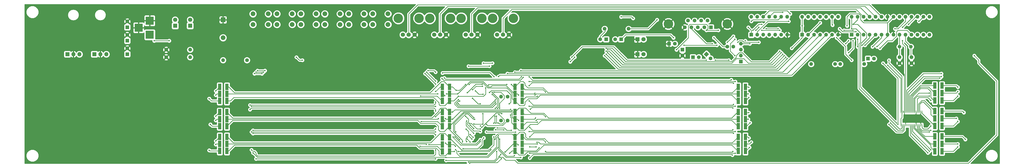
<source format=gbl>
G04 #@! TF.FileFunction,Copper,L2,Bot,Signal*
%FSLAX46Y46*%
G04 Gerber Fmt 4.6, Leading zero omitted, Abs format (unit mm)*
G04 Created by KiCad (PCBNEW 4.0.7) date 05/08/18 23:55:34*
%MOMM*%
%LPD*%
G01*
G04 APERTURE LIST*
%ADD10C,0.100000*%
%ADD11R,1.600000X1.600000*%
%ADD12C,1.600000*%
%ADD13C,4.000000*%
%ADD14R,1.395000X2.700000*%
%ADD15C,1.500000*%
%ADD16R,3.500000X3.500000*%
%ADD17O,1.600000X1.600000*%
%ADD18R,1.800000X1.800000*%
%ADD19C,1.800000*%
%ADD20C,2.000000*%
%ADD21R,2.000000X2.000000*%
%ADD22O,1.800000X1.800000*%
%ADD23R,0.285000X1.100000*%
%ADD24C,0.600000*%
%ADD25C,1.000000*%
%ADD26C,0.250000*%
%ADD27C,0.254000*%
G04 APERTURE END LIST*
D10*
D11*
X309880000Y-180975000D03*
D12*
X307110000Y-180975000D03*
X304340000Y-180975000D03*
X301570000Y-180975000D03*
X298800000Y-180975000D03*
X308495000Y-178135000D03*
X305725000Y-178135000D03*
X302955000Y-178135000D03*
X300185000Y-178135000D03*
D13*
X316840000Y-179555000D03*
X291840000Y-179555000D03*
D14*
X104517500Y-233500000D03*
X101482500Y-233500000D03*
X104517500Y-230500000D03*
X101482500Y-230500000D03*
X198962500Y-206250000D03*
X195927500Y-206250000D03*
X198962500Y-209250000D03*
X195927500Y-209250000D03*
X198962500Y-212250000D03*
X195927500Y-212250000D03*
D15*
X389890000Y-189230000D03*
X394770000Y-189230000D03*
D12*
X389890000Y-193675000D03*
X389890000Y-196175000D03*
X394970000Y-193675000D03*
X394970000Y-196175000D03*
D16*
X71755000Y-184150000D03*
X71755000Y-178150000D03*
X67055000Y-181150000D03*
D14*
X104517500Y-206250000D03*
X101482500Y-206250000D03*
X104517500Y-209250000D03*
X101482500Y-209250000D03*
X104517500Y-212250000D03*
X101482500Y-212250000D03*
X104517500Y-217000000D03*
X101482500Y-217000000D03*
X104517500Y-220000000D03*
X101482500Y-220000000D03*
X104517500Y-223000000D03*
X101482500Y-223000000D03*
D11*
X369570000Y-184150000D03*
D17*
X402590000Y-176530000D03*
X372110000Y-184150000D03*
X400050000Y-176530000D03*
X374650000Y-184150000D03*
X397510000Y-176530000D03*
X377190000Y-184150000D03*
X394970000Y-176530000D03*
X379730000Y-184150000D03*
X392430000Y-176530000D03*
X382270000Y-184150000D03*
X389890000Y-176530000D03*
X384810000Y-184150000D03*
X387350000Y-176530000D03*
X387350000Y-184150000D03*
X384810000Y-176530000D03*
X389890000Y-184150000D03*
X382270000Y-176530000D03*
X392430000Y-184150000D03*
X379730000Y-176530000D03*
X394970000Y-184150000D03*
X377190000Y-176530000D03*
X397510000Y-184150000D03*
X374650000Y-176530000D03*
X400050000Y-184150000D03*
X372110000Y-176530000D03*
X402590000Y-184150000D03*
X369570000Y-176530000D03*
D18*
X82550000Y-180340000D03*
D19*
X82550000Y-177800000D03*
D14*
X104517500Y-227500000D03*
X101482500Y-227500000D03*
D11*
X348615000Y-184150000D03*
D17*
X363855000Y-176530000D03*
X351155000Y-184150000D03*
X361315000Y-176530000D03*
X353695000Y-184150000D03*
X358775000Y-176530000D03*
X356235000Y-184150000D03*
X356235000Y-176530000D03*
X358775000Y-184150000D03*
X353695000Y-176530000D03*
X361315000Y-184150000D03*
X351155000Y-176530000D03*
X363855000Y-184150000D03*
X348615000Y-176530000D03*
D20*
X166370000Y-179760000D03*
X166370000Y-175260000D03*
X172870000Y-179760000D03*
X172870000Y-175260000D03*
X156210000Y-179760000D03*
X156210000Y-175260000D03*
X162710000Y-179760000D03*
X162710000Y-175260000D03*
X146050000Y-179760000D03*
X146050000Y-175260000D03*
X152550000Y-179760000D03*
X152550000Y-175260000D03*
X135890000Y-179760000D03*
X135890000Y-175260000D03*
X142390000Y-179760000D03*
X142390000Y-175260000D03*
X125730000Y-179760000D03*
X125730000Y-175260000D03*
X132230000Y-179760000D03*
X132230000Y-175260000D03*
X115570000Y-179760000D03*
X115570000Y-175260000D03*
X122070000Y-179760000D03*
X122070000Y-175260000D03*
D19*
X179150000Y-184150000D03*
X181650000Y-184150000D03*
X184150000Y-184150000D03*
D13*
X177250000Y-177150000D03*
X186050000Y-177150000D03*
D21*
X102870000Y-177800000D03*
D20*
X102870000Y-185400000D03*
D12*
X316865000Y-189230000D03*
X319365000Y-189230000D03*
D18*
X278765000Y-192405000D03*
D19*
X281305000Y-192405000D03*
D18*
X278765000Y-186055000D03*
D19*
X281305000Y-186055000D03*
D18*
X88900000Y-180340000D03*
D19*
X88900000Y-177800000D03*
D12*
X113030000Y-194945000D03*
D17*
X102870000Y-194945000D03*
D14*
X199017500Y-217000000D03*
X195982500Y-217000000D03*
X198962500Y-220000000D03*
X195927500Y-220000000D03*
X198962500Y-223000000D03*
X195927500Y-223000000D03*
X199017500Y-227750000D03*
X195982500Y-227750000D03*
X198962500Y-230750000D03*
X195927500Y-230750000D03*
X198962500Y-233750000D03*
X195927500Y-233750000D03*
X226732500Y-212250000D03*
X229767500Y-212250000D03*
X226732500Y-209250000D03*
X229767500Y-209250000D03*
X226732500Y-206250000D03*
X229767500Y-206250000D03*
X226732500Y-223000000D03*
X229767500Y-223000000D03*
X226732500Y-220000000D03*
X229767500Y-220000000D03*
X226732500Y-217000000D03*
X229767500Y-217000000D03*
X226732500Y-233500000D03*
X229767500Y-233500000D03*
X226732500Y-230500000D03*
X229767500Y-230500000D03*
X226732500Y-227500000D03*
X229767500Y-227500000D03*
X321482500Y-212250000D03*
X324517500Y-212250000D03*
X321482500Y-209250000D03*
X324517500Y-209250000D03*
X321482500Y-206250000D03*
X324517500Y-206250000D03*
X321482500Y-223000000D03*
X324517500Y-223000000D03*
X321482500Y-220000000D03*
X324517500Y-220000000D03*
X321482500Y-217000000D03*
X324517500Y-217000000D03*
X321482500Y-233500000D03*
X324517500Y-233500000D03*
X321482500Y-230500000D03*
X324517500Y-230500000D03*
X321482500Y-227500000D03*
X324517500Y-227500000D03*
D12*
X362585000Y-196596000D03*
D17*
X352425000Y-196596000D03*
D12*
X223600000Y-210400000D03*
D17*
X223600000Y-220560000D03*
D12*
X264795000Y-181610000D03*
D17*
X274955000Y-181610000D03*
D12*
X374904000Y-196596000D03*
D17*
X364744000Y-196596000D03*
D12*
X220800000Y-220600000D03*
D17*
X220800000Y-210440000D03*
D12*
X78740000Y-193675000D03*
D17*
X88900000Y-193675000D03*
D12*
X78740000Y-190500000D03*
D17*
X88900000Y-190500000D03*
D14*
X407917500Y-205740000D03*
X404882500Y-205740000D03*
X407917500Y-208915000D03*
X404882500Y-208915000D03*
X407917500Y-212090000D03*
X404882500Y-212090000D03*
X407917500Y-216535000D03*
X404882500Y-216535000D03*
X407917500Y-219710000D03*
X404882500Y-219710000D03*
X407917500Y-222885000D03*
X404882500Y-222885000D03*
X407917500Y-227330000D03*
X404882500Y-227330000D03*
X407917500Y-230505000D03*
X404882500Y-230505000D03*
X407917500Y-233680000D03*
X404882500Y-233680000D03*
D19*
X192485000Y-184150000D03*
X194985000Y-184150000D03*
X197485000Y-184150000D03*
D13*
X190585000Y-177150000D03*
X199385000Y-177150000D03*
D19*
X205820000Y-184150000D03*
X208320000Y-184150000D03*
X210820000Y-184150000D03*
D13*
X203920000Y-177150000D03*
X212720000Y-177150000D03*
D19*
X219155000Y-184150000D03*
X221655000Y-184150000D03*
X224155000Y-184150000D03*
D13*
X217255000Y-177150000D03*
X226055000Y-177150000D03*
D11*
X327025000Y-184150000D03*
D17*
X342265000Y-176530000D03*
X329565000Y-184150000D03*
X339725000Y-176530000D03*
X332105000Y-184150000D03*
X337185000Y-176530000D03*
X334645000Y-184150000D03*
X334645000Y-176530000D03*
X337185000Y-184150000D03*
X332105000Y-176530000D03*
X339725000Y-184150000D03*
X329565000Y-176530000D03*
X342265000Y-184150000D03*
X327025000Y-176530000D03*
D18*
X48260000Y-192405000D03*
D22*
X50800000Y-192405000D03*
X53340000Y-192405000D03*
D23*
X390470000Y-216860000D03*
X390970000Y-216860000D03*
X391470000Y-216860000D03*
X391970000Y-216860000D03*
X392470000Y-216860000D03*
X392970000Y-216860000D03*
X393470000Y-216860000D03*
X393970000Y-216860000D03*
X394470000Y-216860000D03*
X394970000Y-216860000D03*
X395470000Y-216860000D03*
X395970000Y-216860000D03*
X396470000Y-216860000D03*
X396970000Y-216860000D03*
X397470000Y-216860000D03*
X397970000Y-216860000D03*
X398470000Y-216860000D03*
X398970000Y-216860000D03*
X399470000Y-216860000D03*
X399470000Y-222560000D03*
X398970000Y-222560000D03*
X398470000Y-222560000D03*
X397970000Y-222560000D03*
X397470000Y-222560000D03*
X396970000Y-222560000D03*
X396470000Y-222560000D03*
X395970000Y-222560000D03*
X395470000Y-222560000D03*
X394970000Y-222560000D03*
X394470000Y-222560000D03*
X393970000Y-222560000D03*
X393470000Y-222560000D03*
X392970000Y-222560000D03*
X392470000Y-222560000D03*
X391970000Y-222560000D03*
X391470000Y-222560000D03*
X390970000Y-222560000D03*
X390470000Y-222560000D03*
D18*
X36830000Y-192405000D03*
D22*
X39370000Y-192405000D03*
X41910000Y-192405000D03*
D11*
X265430000Y-186055000D03*
D12*
X262930000Y-186055000D03*
D11*
X376555000Y-194310000D03*
D12*
X379055000Y-194310000D03*
D11*
X271780000Y-186055000D03*
D12*
X269280000Y-186055000D03*
D11*
X62230000Y-192405000D03*
D12*
X62230000Y-189905000D03*
D11*
X62230000Y-180975000D03*
D12*
X62230000Y-178475000D03*
D11*
X62230000Y-186690000D03*
D12*
X62230000Y-184190000D03*
D11*
X302260000Y-193675000D03*
D12*
X304760000Y-193675000D03*
D10*
G36*
X306843629Y-192405000D02*
X307975000Y-191273629D01*
X309106371Y-192405000D01*
X307975000Y-193536371D01*
X306843629Y-192405000D01*
X306843629Y-192405000D01*
G37*
D12*
X309742767Y-194172767D03*
D11*
X297815000Y-190500000D03*
D12*
X297815000Y-193000000D03*
D11*
X292100000Y-187960000D03*
D12*
X294600000Y-187960000D03*
D11*
X322580000Y-195580000D03*
D17*
X322580000Y-193040000D03*
X322580000Y-190500000D03*
X322580000Y-187960000D03*
D24*
X371475000Y-198120000D03*
X266700000Y-196850000D03*
X212090000Y-227330000D03*
X314325000Y-192405000D03*
X323215000Y-175260000D03*
X214500000Y-230000000D03*
X201000000Y-238500000D03*
X203500000Y-234750000D03*
X209750000Y-234750000D03*
X212000000Y-232500000D03*
X214630000Y-223520000D03*
X212090000Y-222885000D03*
X214884000Y-228028500D03*
D25*
X233500000Y-183000000D03*
X271500000Y-179000000D03*
D24*
X213000000Y-206000000D03*
X208750000Y-207500000D03*
X212000000Y-213500000D03*
X212900000Y-205200000D03*
X208700000Y-211100000D03*
X206500000Y-208750000D03*
X80010000Y-186690000D03*
X73660000Y-186690000D03*
X367665000Y-180340000D03*
X287020000Y-177800000D03*
X348615000Y-180340000D03*
X213100000Y-217600000D03*
X133985000Y-193675000D03*
X136525000Y-194945000D03*
X325755000Y-180975000D03*
X327025000Y-178435000D03*
X380365000Y-189230000D03*
X214630000Y-222250000D03*
X385445000Y-194945000D03*
X344170000Y-189865000D03*
X213100000Y-222100000D03*
X209300000Y-222000000D03*
X361500000Y-180000000D03*
X265430000Y-189865000D03*
X339090000Y-191135000D03*
X372110000Y-186055000D03*
X372110000Y-189230000D03*
X391160000Y-180975000D03*
X387985000Y-181610000D03*
X370205000Y-186690000D03*
X368300000Y-191770000D03*
X339725000Y-191770000D03*
X266065000Y-190500000D03*
X265430000Y-191135000D03*
X340360000Y-192405000D03*
X374015000Y-188595000D03*
X266065000Y-191770000D03*
X340995000Y-193040000D03*
X375285000Y-188595000D03*
X265430000Y-192405000D03*
X341630000Y-193675000D03*
X378460000Y-189230000D03*
X264795000Y-193040000D03*
X342265000Y-194310000D03*
X381635000Y-189865000D03*
X356235000Y-179070000D03*
X414655000Y-206375000D03*
X417195000Y-217170000D03*
X294005000Y-185420000D03*
X369570000Y-194945000D03*
X363220000Y-185420000D03*
X311150000Y-185420000D03*
X321310000Y-187325000D03*
X330200000Y-187325000D03*
X213200000Y-209400000D03*
X210000000Y-208000000D03*
X421640000Y-193040000D03*
X220345000Y-236220000D03*
X215900000Y-197485000D03*
X207010000Y-197485000D03*
X236250000Y-230500000D03*
X235500000Y-219500000D03*
X235250000Y-209000000D03*
X190250000Y-230750000D03*
X197000000Y-220750000D03*
X197000000Y-210000000D03*
X325750000Y-209250000D03*
X325750000Y-220000000D03*
X327000000Y-229750000D03*
X99750000Y-230750000D03*
X99750000Y-220500000D03*
X99750000Y-209750000D03*
X237000000Y-232200000D03*
X236250000Y-221250000D03*
X236250000Y-210250000D03*
X193000000Y-219000000D03*
X193040000Y-208280000D03*
X326000000Y-210750000D03*
X326500000Y-221500000D03*
X326250000Y-232000000D03*
X99750000Y-229250000D03*
X99750000Y-218750000D03*
X99750000Y-208000000D03*
X239750000Y-229750000D03*
X239750000Y-219000000D03*
X239750000Y-208500000D03*
X186500000Y-231500000D03*
X187000000Y-221000000D03*
X186690000Y-210185000D03*
X326000000Y-206500000D03*
X326000000Y-217250000D03*
X326000000Y-228000000D03*
X97000000Y-233250000D03*
X97500000Y-222250000D03*
X97000000Y-211250000D03*
X414655000Y-208280000D03*
X414655000Y-210185000D03*
X414020000Y-219710000D03*
X414655000Y-220980000D03*
X414655000Y-230505000D03*
X414655000Y-231775000D03*
X417830000Y-228600000D03*
X316865000Y-187325000D03*
X312420000Y-188595000D03*
X298450000Y-188595000D03*
X319405000Y-184785000D03*
X370205000Y-182245000D03*
X366395000Y-182245000D03*
X339090000Y-182245000D03*
X331470000Y-182245000D03*
X330200000Y-180975000D03*
X328930000Y-182245000D03*
X295275000Y-190500000D03*
X313055000Y-182245000D03*
X371475000Y-182880000D03*
X307975000Y-182245000D03*
X327660000Y-182245000D03*
X331470000Y-179705000D03*
X333375000Y-181610000D03*
X338455000Y-181610000D03*
X364490000Y-181610000D03*
X196000000Y-200400000D03*
X217900000Y-202000000D03*
X319500000Y-204750000D03*
X232750000Y-205750000D03*
X117475000Y-199390000D03*
X120650000Y-199390000D03*
X189865000Y-199390000D03*
X193040000Y-200025000D03*
X195750000Y-202750000D03*
X230250000Y-202250000D03*
X232750000Y-204000000D03*
X320250000Y-204000000D03*
X207750000Y-222500000D03*
X209250000Y-224000000D03*
X193040000Y-203835000D03*
X189230000Y-200025000D03*
X120015000Y-200025000D03*
X116840000Y-200025000D03*
X196750000Y-202500000D03*
X229500000Y-202000000D03*
X232750000Y-202000000D03*
X318500000Y-203250000D03*
X212090000Y-224155000D03*
X207250000Y-221750000D03*
X116205000Y-200660000D03*
X119380000Y-200660000D03*
X188595000Y-200660000D03*
X193040000Y-205105000D03*
X207250000Y-205250000D03*
X205750000Y-205250000D03*
X201750000Y-207750000D03*
X228250000Y-209750000D03*
X235250000Y-209750000D03*
X209250000Y-226000000D03*
X206250000Y-220750000D03*
X202500000Y-209250000D03*
X197750000Y-209250000D03*
X194000000Y-209250000D03*
X214300000Y-206700000D03*
X225250000Y-205250000D03*
X223250000Y-205250000D03*
X215500000Y-205500000D03*
X205750000Y-218750000D03*
X212000000Y-225250000D03*
X202750000Y-210250000D03*
X202800000Y-211700000D03*
X218600000Y-213500000D03*
X319250000Y-215250000D03*
X233250000Y-215750000D03*
X208500000Y-228500000D03*
X206000000Y-224250000D03*
X193040000Y-212725000D03*
X114300000Y-213995000D03*
X218500000Y-212700000D03*
X203300000Y-212300000D03*
X320250000Y-214500000D03*
X232750000Y-214500000D03*
X209000000Y-227750000D03*
X207750000Y-226500000D03*
X193040000Y-214630000D03*
X114935000Y-214630000D03*
X218500000Y-211800000D03*
X202600000Y-213400000D03*
X319500000Y-213750000D03*
X232750000Y-212250000D03*
X193040000Y-216535000D03*
X114300000Y-215900000D03*
X224900000Y-215900000D03*
X224900000Y-218200000D03*
X206300000Y-229600000D03*
X200250000Y-217000000D03*
X206500000Y-227500000D03*
X225500000Y-216400000D03*
X225500000Y-217700000D03*
X228250000Y-220500000D03*
X235750000Y-220500000D03*
X200250000Y-220000000D03*
X206500000Y-228500000D03*
X207750000Y-229750000D03*
X197250000Y-219750000D03*
X194250000Y-219750000D03*
X203250000Y-228750000D03*
X214630000Y-225425000D03*
X227000000Y-225500000D03*
X319500000Y-226000000D03*
X233000000Y-227500000D03*
X201250000Y-227500000D03*
X212000000Y-228750000D03*
X115570000Y-224790000D03*
X193040000Y-224155000D03*
X209700000Y-220100000D03*
X201600000Y-225400000D03*
X320250000Y-225250000D03*
X232750000Y-225250000D03*
X212000000Y-229500000D03*
X200500000Y-227500000D03*
X193040000Y-225425000D03*
X114935000Y-225425000D03*
X209300000Y-219400000D03*
X204500000Y-229700000D03*
X319250000Y-224500000D03*
X233000000Y-223500000D03*
X193040000Y-226695000D03*
X115570000Y-226060000D03*
X204200000Y-233200000D03*
X207500000Y-238750000D03*
X221000000Y-236750000D03*
X224500000Y-234500000D03*
X217750000Y-227500000D03*
X197300000Y-230200000D03*
X189200000Y-230700000D03*
X207000000Y-238250000D03*
X220750000Y-235000000D03*
X222500000Y-234000000D03*
X228100000Y-230900000D03*
X236100000Y-229800000D03*
X213500000Y-228000000D03*
X204750000Y-232500000D03*
X201500000Y-231500000D03*
X218310000Y-228560000D03*
X216500000Y-233000000D03*
X202750000Y-233750000D03*
X201000000Y-233750000D03*
X220250000Y-228500000D03*
X226500000Y-235500000D03*
X319000000Y-235250000D03*
X233000000Y-236500000D03*
X219750000Y-227000000D03*
X201500000Y-233000000D03*
X193040000Y-233045000D03*
X114935000Y-233045000D03*
X229250000Y-236250000D03*
X233000000Y-234500000D03*
X320250000Y-234500000D03*
X219700000Y-227900000D03*
X197500000Y-236250000D03*
X115570000Y-234315000D03*
X319250000Y-233750000D03*
X239750000Y-233750000D03*
X235750000Y-231750000D03*
X233000000Y-231750000D03*
X197500000Y-237500000D03*
X219000000Y-233750000D03*
X116840000Y-236855000D03*
X193040000Y-236855000D03*
X250825000Y-193675000D03*
X307975000Y-194945000D03*
X311785000Y-194945000D03*
X317500000Y-194945000D03*
X367030000Y-187960000D03*
X368300000Y-186690000D03*
X393700000Y-179705000D03*
X219250000Y-223750000D03*
X225250000Y-224750000D03*
X222020000Y-224560000D03*
X218500000Y-224500000D03*
X219710000Y-201930000D03*
X223520000Y-200660000D03*
X226695000Y-200025000D03*
X229235000Y-199390000D03*
X340360000Y-174625000D03*
X343535000Y-175260000D03*
X384937000Y-197104000D03*
X407670000Y-200660000D03*
X407670000Y-201930000D03*
X407035000Y-202565000D03*
X402590000Y-208915000D03*
X402590000Y-210185000D03*
X403225000Y-212090000D03*
X403225000Y-222885000D03*
X403225000Y-224790000D03*
X402590000Y-225425000D03*
X403225000Y-233045000D03*
X402590000Y-233680000D03*
X401955000Y-234315000D03*
X320040000Y-193040000D03*
X320040000Y-186055000D03*
X370205000Y-179705000D03*
X386080000Y-221615000D03*
X388620000Y-221615000D03*
X217100000Y-208700000D03*
X219300000Y-215400000D03*
X218900000Y-218700000D03*
X218600000Y-221700000D03*
X271780000Y-176530000D03*
X276860000Y-177165000D03*
X324485000Y-186690000D03*
X369570000Y-181610000D03*
X217100000Y-209500000D03*
X218400000Y-215400000D03*
X218200000Y-218700000D03*
X217800000Y-221700000D03*
X217170000Y-196215000D03*
X213360000Y-196215000D03*
X215900000Y-208700000D03*
X326390000Y-187960000D03*
X224300000Y-213500000D03*
X221200000Y-217600000D03*
X212598000Y-223520000D03*
X391160000Y-186690000D03*
X342900000Y-178435000D03*
X398145000Y-178435000D03*
X385445000Y-222250000D03*
X389255000Y-222250000D03*
X382905000Y-196215000D03*
X217900000Y-208600000D03*
X250190000Y-195580000D03*
X252095000Y-193675000D03*
X219500000Y-221600000D03*
X219900000Y-218000000D03*
X220200000Y-215400000D03*
X310515000Y-187960000D03*
D26*
X214500000Y-230000000D02*
X212000000Y-232500000D01*
X209750000Y-234750000D02*
X203500000Y-234750000D01*
X391970000Y-216860000D02*
X391970000Y-200835000D01*
X391970000Y-200835000D02*
X391160000Y-200025000D01*
X398970000Y-222560000D02*
X398970000Y-221805000D01*
X398145000Y-220980000D02*
X395605000Y-220980000D01*
X398970000Y-221805000D02*
X398145000Y-220980000D01*
X396970000Y-222560000D02*
X396970000Y-221710000D01*
X396240000Y-220980000D02*
X395605000Y-220980000D01*
X395605000Y-220980000D02*
X392470000Y-220980000D01*
X396970000Y-221710000D02*
X396240000Y-220980000D01*
X396240000Y-218480000D02*
X398105000Y-218480000D01*
X398970000Y-217615000D02*
X398970000Y-216860000D01*
X398105000Y-218480000D02*
X398970000Y-217615000D01*
X392470000Y-218480000D02*
X396240000Y-218480000D01*
X396240000Y-218480000D02*
X396200000Y-218480000D01*
X396970000Y-217710000D02*
X396970000Y-216860000D01*
X396200000Y-218480000D02*
X396970000Y-217710000D01*
X392470000Y-222560000D02*
X392470000Y-220980000D01*
X392470000Y-220980000D02*
X392470000Y-218480000D01*
X391970000Y-217980000D02*
X391970000Y-216860000D01*
X392470000Y-218480000D02*
X391970000Y-217980000D01*
X391970000Y-216860000D02*
X391470000Y-216860000D01*
X210250000Y-206000000D02*
X213000000Y-206000000D01*
X208750000Y-207500000D02*
X210250000Y-206000000D01*
X211100000Y-213500000D02*
X212000000Y-213500000D01*
X208700000Y-211100000D02*
X211100000Y-213500000D01*
X210050000Y-205200000D02*
X212900000Y-205200000D01*
X206500000Y-208750000D02*
X210050000Y-205200000D01*
X76200000Y-186690000D02*
X80010000Y-186690000D01*
X73660000Y-186690000D02*
X76200000Y-186690000D01*
X384810000Y-179070000D02*
X374650000Y-179070000D01*
X367665000Y-176530000D02*
X367665000Y-180340000D01*
X368935000Y-175260000D02*
X367665000Y-176530000D01*
X372745000Y-175260000D02*
X368935000Y-175260000D01*
X373380000Y-175895000D02*
X372745000Y-175260000D01*
X373380000Y-177800000D02*
X373380000Y-175895000D01*
X374650000Y-179070000D02*
X373380000Y-177800000D01*
X274955000Y-181610000D02*
X283210000Y-181610000D01*
X283210000Y-181610000D02*
X287020000Y-177800000D01*
X348615000Y-184150000D02*
X348615000Y-180340000D01*
X348615000Y-180340000D02*
X348615000Y-176530000D01*
X220800000Y-222750000D02*
X221410000Y-222750000D01*
X221410000Y-222750000D02*
X223600000Y-220560000D01*
X213100000Y-222100000D02*
X213100000Y-217600000D01*
X135255000Y-194945000D02*
X133985000Y-193675000D01*
X136525000Y-194945000D02*
X135255000Y-194945000D01*
X327025000Y-184150000D02*
X327025000Y-182245000D01*
X327025000Y-182245000D02*
X325755000Y-180975000D01*
X339725000Y-176530000D02*
X338455000Y-177800000D01*
X327660000Y-177800000D02*
X327025000Y-178435000D01*
X338455000Y-177800000D02*
X327660000Y-177800000D01*
X384810000Y-184150000D02*
X384810000Y-184785000D01*
X384810000Y-184785000D02*
X380365000Y-189230000D01*
X384810000Y-184150000D02*
X384810000Y-179070000D01*
X384810000Y-179070000D02*
X387350000Y-176530000D01*
X215130000Y-222750000D02*
X214630000Y-222250000D01*
X220910000Y-222750000D02*
X220800000Y-222750000D01*
X220800000Y-222750000D02*
X215130000Y-222750000D01*
X390970000Y-201740000D02*
X385445000Y-196215000D01*
X385445000Y-194945000D02*
X385445000Y-196215000D01*
X390970000Y-201740000D02*
X390970000Y-216860000D01*
X390970000Y-216860000D02*
X390970000Y-219265000D01*
X390470000Y-219765000D02*
X390470000Y-222560000D01*
X390970000Y-219265000D02*
X390470000Y-219765000D01*
X348615000Y-184150000D02*
X348615000Y-185420000D01*
X348615000Y-185420000D02*
X344170000Y-189865000D01*
X209400000Y-222100000D02*
X213100000Y-222100000D01*
X209300000Y-222000000D02*
X209400000Y-222100000D01*
X361315000Y-176530000D02*
X361315000Y-179815000D01*
X361315000Y-179815000D02*
X361500000Y-180000000D01*
X389890000Y-189230000D02*
X389890000Y-193675000D01*
X389890000Y-184150000D02*
X389890000Y-189230000D01*
X394770000Y-189230000D02*
X394770000Y-193475000D01*
X394770000Y-193475000D02*
X394970000Y-193675000D01*
X392430000Y-184150000D02*
X392430000Y-186890000D01*
X392430000Y-186890000D02*
X394770000Y-189230000D01*
X181650000Y-184150000D02*
X181650000Y-175220000D01*
X377190000Y-171450000D02*
X382270000Y-176530000D01*
X185420000Y-171450000D02*
X377190000Y-171450000D01*
X181650000Y-175220000D02*
X185420000Y-171450000D01*
X273685000Y-195580000D02*
X318770000Y-195580000D01*
X267970000Y-189865000D02*
X273685000Y-195580000D01*
X265430000Y-189865000D02*
X267970000Y-189865000D01*
X334645000Y-195580000D02*
X339090000Y-191135000D01*
X372110000Y-186055000D02*
X372110000Y-189230000D01*
X391160000Y-180975000D02*
X394970000Y-177165000D01*
X327025000Y-195580000D02*
X334645000Y-195580000D01*
X323215000Y-191770000D02*
X327025000Y-195580000D01*
X321945000Y-191770000D02*
X323215000Y-191770000D01*
X320675000Y-193040000D02*
X321945000Y-191770000D01*
X320675000Y-193675000D02*
X320675000Y-193040000D01*
X318770000Y-195580000D02*
X320675000Y-193675000D01*
X394970000Y-177165000D02*
X394970000Y-176530000D01*
X335280000Y-196215000D02*
X325755000Y-196215000D01*
X392430000Y-176530000D02*
X392430000Y-178435000D01*
X389255000Y-181610000D02*
X392430000Y-178435000D01*
X387985000Y-181610000D02*
X389255000Y-181610000D01*
X370205000Y-189865000D02*
X370205000Y-186690000D01*
X368300000Y-191770000D02*
X370205000Y-189865000D01*
X335280000Y-196215000D02*
X339725000Y-191770000D01*
X267335000Y-190500000D02*
X273050000Y-196215000D01*
X266065000Y-190500000D02*
X267335000Y-190500000D01*
X318770000Y-196215000D02*
X273050000Y-196215000D01*
X320675000Y-194310000D02*
X318770000Y-196215000D01*
X323850000Y-194310000D02*
X320675000Y-194310000D01*
X325755000Y-196215000D02*
X323850000Y-194310000D01*
X265430000Y-191135000D02*
X266700000Y-191135000D01*
X266700000Y-191135000D02*
X272415000Y-196850000D01*
X272415000Y-196850000D02*
X335915000Y-196850000D01*
X335915000Y-196850000D02*
X340360000Y-192405000D01*
X374015000Y-188595000D02*
X377190000Y-185420000D01*
X377190000Y-185420000D02*
X377190000Y-184150000D01*
X266065000Y-191770000D02*
X271780000Y-197485000D01*
X271780000Y-197485000D02*
X336550000Y-197485000D01*
X336550000Y-197485000D02*
X340995000Y-193040000D01*
X375285000Y-188595000D02*
X379730000Y-184150000D01*
X265430000Y-192405000D02*
X271145000Y-198120000D01*
X271145000Y-198120000D02*
X337185000Y-198120000D01*
X337185000Y-198120000D02*
X341630000Y-193675000D01*
X378460000Y-189230000D02*
X382270000Y-185420000D01*
X382270000Y-185420000D02*
X382270000Y-184150000D01*
X264795000Y-193040000D02*
X270510000Y-198755000D01*
X270510000Y-198755000D02*
X337820000Y-198755000D01*
X337820000Y-198755000D02*
X342265000Y-194310000D01*
X381635000Y-189865000D02*
X384810000Y-186690000D01*
X384810000Y-186690000D02*
X386715000Y-186690000D01*
X386715000Y-186690000D02*
X388620000Y-184785000D01*
X388620000Y-184785000D02*
X388620000Y-182880000D01*
X388620000Y-182880000D02*
X389255000Y-182245000D01*
X389255000Y-182245000D02*
X393065000Y-182245000D01*
X393065000Y-182245000D02*
X394970000Y-184150000D01*
X351155000Y-184150000D02*
X356235000Y-179070000D01*
X414020000Y-205740000D02*
X407917500Y-205740000D01*
X414655000Y-206375000D02*
X414020000Y-205740000D01*
X417195000Y-217170000D02*
X416560000Y-216535000D01*
X416560000Y-216535000D02*
X407917500Y-216535000D01*
X273685000Y-184150000D02*
X292735000Y-184150000D01*
X294005000Y-185420000D02*
X292735000Y-184150000D01*
X273685000Y-184150000D02*
X271780000Y-186055000D01*
X367030000Y-192405000D02*
X369570000Y-194945000D01*
X367030000Y-189230000D02*
X367030000Y-192405000D01*
X363220000Y-185420000D02*
X367030000Y-189230000D01*
X316865000Y-189230000D02*
X314960000Y-189230000D01*
X314960000Y-189230000D02*
X311150000Y-185420000D01*
X323850000Y-187325000D02*
X330200000Y-187325000D01*
X323215000Y-186690000D02*
X323850000Y-187325000D01*
X321945000Y-186690000D02*
X323215000Y-186690000D01*
X321310000Y-187325000D02*
X321945000Y-186690000D01*
X211400000Y-209400000D02*
X210000000Y-208000000D01*
X213200000Y-209400000D02*
X211400000Y-209400000D01*
X419100000Y-238760000D02*
X431165000Y-226695000D01*
X423545000Y-194945000D02*
X421640000Y-193040000D01*
X423545000Y-196215000D02*
X423545000Y-194945000D01*
X431165000Y-203835000D02*
X423545000Y-196215000D01*
X431165000Y-226695000D02*
X431165000Y-203835000D01*
X227965000Y-238760000D02*
X419100000Y-238760000D01*
X226695000Y-237490000D02*
X227965000Y-238760000D01*
X222885000Y-237490000D02*
X226695000Y-237490000D01*
X221615000Y-236220000D02*
X222885000Y-237490000D01*
X220345000Y-236220000D02*
X221615000Y-236220000D01*
X207010000Y-197485000D02*
X215900000Y-197485000D01*
X236250000Y-230500000D02*
X229767500Y-230500000D01*
X235500000Y-219500000D02*
X235000000Y-220000000D01*
X235000000Y-220000000D02*
X229767500Y-220000000D01*
X235250000Y-209000000D02*
X235000000Y-209250000D01*
X235000000Y-209250000D02*
X229767500Y-209250000D01*
X190250000Y-230750000D02*
X195927500Y-230750000D01*
X197000000Y-220750000D02*
X196250000Y-220000000D01*
X196250000Y-220000000D02*
X195927500Y-220000000D01*
X197000000Y-210000000D02*
X196250000Y-209250000D01*
X196250000Y-209250000D02*
X195927500Y-209250000D01*
X325750000Y-209250000D02*
X324517500Y-209250000D01*
X325750000Y-220000000D02*
X324517500Y-220000000D01*
X326250000Y-230500000D02*
X324517500Y-230500000D01*
X327000000Y-229750000D02*
X326250000Y-230500000D01*
X99750000Y-230750000D02*
X100000000Y-230500000D01*
X100000000Y-230500000D02*
X101482500Y-230500000D01*
X99750000Y-220500000D02*
X100250000Y-220000000D01*
X100250000Y-220000000D02*
X101482500Y-220000000D01*
X99750000Y-209750000D02*
X100250000Y-209250000D01*
X100250000Y-209250000D02*
X101482500Y-209250000D01*
X237000000Y-232200000D02*
X235700000Y-233500000D01*
X235700000Y-233500000D02*
X229767500Y-233500000D01*
X231750000Y-221250000D02*
X230000000Y-223000000D01*
X236250000Y-221250000D02*
X231750000Y-221250000D01*
X230000000Y-223000000D02*
X229767500Y-223000000D01*
X236250000Y-210250000D02*
X236000000Y-210500000D01*
X236000000Y-210500000D02*
X231517500Y-210500000D01*
X231517500Y-210500000D02*
X229767500Y-212250000D01*
X195000000Y-217000000D02*
X195982500Y-217000000D01*
X193000000Y-219000000D02*
X195000000Y-217000000D01*
X195070000Y-206250000D02*
X195927500Y-206250000D01*
X193040000Y-208280000D02*
X195070000Y-206250000D01*
X326000000Y-210750000D02*
X324517500Y-212232500D01*
X324517500Y-212232500D02*
X324517500Y-212250000D01*
X326500000Y-221500000D02*
X325000000Y-223000000D01*
X325000000Y-223000000D02*
X324517500Y-223000000D01*
X326250000Y-232000000D02*
X324750000Y-233500000D01*
X324750000Y-233500000D02*
X324517500Y-233500000D01*
X99750000Y-229250000D02*
X101482500Y-227517500D01*
X101482500Y-227517500D02*
X101482500Y-227500000D01*
X99750000Y-218750000D02*
X101482500Y-217017500D01*
X101482500Y-217017500D02*
X101482500Y-217000000D01*
X99750000Y-208000000D02*
X101482500Y-206267500D01*
X101482500Y-206267500D02*
X101482500Y-206250000D01*
X231500000Y-228750000D02*
X230250000Y-227500000D01*
X238750000Y-228750000D02*
X231500000Y-228750000D01*
X239750000Y-229750000D02*
X238750000Y-228750000D01*
X230250000Y-227500000D02*
X229767500Y-227500000D01*
X230767500Y-218000000D02*
X229767500Y-217000000D01*
X238750000Y-218000000D02*
X230767500Y-218000000D01*
X239750000Y-219000000D02*
X238750000Y-218000000D01*
X231017500Y-207500000D02*
X229767500Y-206250000D01*
X238750000Y-207500000D02*
X231017500Y-207500000D01*
X239750000Y-208500000D02*
X238750000Y-207500000D01*
X193750000Y-231500000D02*
X195927500Y-233677500D01*
X186500000Y-231500000D02*
X193750000Y-231500000D01*
X195927500Y-233677500D02*
X195927500Y-233750000D01*
X193927500Y-221000000D02*
X187000000Y-221000000D01*
X193927500Y-221000000D02*
X195927500Y-223000000D01*
X193675000Y-210185000D02*
X195740000Y-212250000D01*
X186690000Y-210185000D02*
X193675000Y-210185000D01*
X195740000Y-212250000D02*
X195927500Y-212250000D01*
X325750000Y-206250000D02*
X324517500Y-206250000D01*
X326000000Y-206500000D02*
X325750000Y-206250000D01*
X326000000Y-217250000D02*
X324517500Y-217250000D01*
X325500000Y-227500000D02*
X324517500Y-227500000D01*
X326000000Y-228000000D02*
X325500000Y-227500000D01*
X97000000Y-233250000D02*
X97250000Y-233500000D01*
X97250000Y-233500000D02*
X101482500Y-233500000D01*
X98250000Y-223000000D02*
X101482500Y-223000000D01*
X97500000Y-222250000D02*
X98250000Y-223000000D01*
X98000000Y-212250000D02*
X101482500Y-212250000D01*
X97000000Y-211250000D02*
X98000000Y-212250000D01*
X414020000Y-208915000D02*
X407917500Y-208915000D01*
X414655000Y-208280000D02*
X414020000Y-208915000D01*
X412750000Y-212090000D02*
X407917500Y-212090000D01*
X414655000Y-210185000D02*
X412750000Y-212090000D01*
X414020000Y-219710000D02*
X407917500Y-219710000D01*
X412750000Y-222885000D02*
X407917500Y-222885000D01*
X414655000Y-220980000D02*
X412750000Y-222885000D01*
X414655000Y-230505000D02*
X407917500Y-230505000D01*
X412750000Y-233680000D02*
X407917500Y-233680000D01*
X414655000Y-231775000D02*
X412750000Y-233680000D01*
X417830000Y-228600000D02*
X416560000Y-227330000D01*
X416560000Y-227330000D02*
X407917500Y-227330000D01*
X298450000Y-188595000D02*
X312420000Y-188595000D01*
X316865000Y-187325000D02*
X319405000Y-184785000D01*
X366395000Y-182245000D02*
X370205000Y-182245000D01*
X331470000Y-182245000D02*
X339090000Y-182245000D01*
X328930000Y-182245000D02*
X330200000Y-180975000D01*
X308610000Y-181610000D02*
X307975000Y-182245000D01*
X308610000Y-180340000D02*
X308610000Y-181610000D01*
X307975000Y-179705000D02*
X308610000Y-180340000D01*
X300990000Y-179705000D02*
X307975000Y-179705000D01*
X300355000Y-180340000D02*
X300990000Y-179705000D01*
X300355000Y-185420000D02*
X300355000Y-180340000D01*
X295275000Y-190500000D02*
X300355000Y-185420000D01*
X371475000Y-182880000D02*
X365760000Y-182880000D01*
X313055000Y-182245000D02*
X307975000Y-182245000D01*
X330200000Y-179705000D02*
X327660000Y-182245000D01*
X331470000Y-179705000D02*
X330200000Y-179705000D01*
X338455000Y-181610000D02*
X333375000Y-181610000D01*
X365760000Y-182880000D02*
X364490000Y-181610000D01*
X196200000Y-200200000D02*
X196000000Y-200400000D01*
X216100000Y-200200000D02*
X196200000Y-200200000D01*
X217900000Y-202000000D02*
X216100000Y-200200000D01*
X319500000Y-204750000D02*
X319250000Y-204500000D01*
X319250000Y-204500000D02*
X234000000Y-204500000D01*
X234000000Y-204500000D02*
X232750000Y-205750000D01*
X117475000Y-199390000D02*
X120650000Y-199390000D01*
X189865000Y-199390000D02*
X192405000Y-199390000D01*
X192405000Y-199390000D02*
X193040000Y-200025000D01*
X196500000Y-203500000D02*
X195750000Y-202750000D01*
X229000000Y-203500000D02*
X196500000Y-203500000D01*
X230250000Y-202250000D02*
X229000000Y-203500000D01*
X320250000Y-204000000D02*
X232750000Y-204000000D01*
X207750000Y-222500000D02*
X209250000Y-224000000D01*
X189230000Y-200025000D02*
X193040000Y-203835000D01*
X116840000Y-200025000D02*
X120015000Y-200025000D01*
X197250000Y-203000000D02*
X196750000Y-202500000D01*
X228500000Y-203000000D02*
X197250000Y-203000000D01*
X229500000Y-202000000D02*
X228500000Y-203000000D01*
X234250000Y-203500000D02*
X232750000Y-202000000D01*
X318250000Y-203500000D02*
X234250000Y-203500000D01*
X318500000Y-203250000D02*
X318250000Y-203500000D01*
X212090000Y-224155000D02*
X210655000Y-224155000D01*
X208250000Y-221750000D02*
X210655000Y-224155000D01*
X207250000Y-221750000D02*
X208250000Y-221750000D01*
X116205000Y-200660000D02*
X119380000Y-200660000D01*
X188595000Y-200660000D02*
X193040000Y-205105000D01*
X225500000Y-211250000D02*
X225500000Y-209000000D01*
X225500000Y-209000000D02*
X223250000Y-206750000D01*
X223250000Y-206750000D02*
X215250000Y-206750000D01*
X215250000Y-206750000D02*
X213000000Y-204500000D01*
X213000000Y-204500000D02*
X208000000Y-204500000D01*
X208000000Y-204500000D02*
X207250000Y-205250000D01*
X205750000Y-205250000D02*
X203250000Y-207750000D01*
X201750000Y-207750000D02*
X203250000Y-207750000D01*
X225500000Y-211250000D02*
X226500000Y-212250000D01*
X321482500Y-212250000D02*
X321250000Y-212250000D01*
X321250000Y-212250000D02*
X318750000Y-209750000D01*
X318750000Y-209750000D02*
X237500000Y-209750000D01*
X237500000Y-209750000D02*
X236000000Y-211250000D01*
X236000000Y-211250000D02*
X232500000Y-211250000D01*
X232500000Y-211250000D02*
X231000000Y-212750000D01*
X231000000Y-212750000D02*
X231000000Y-213750000D01*
X231000000Y-213750000D02*
X230500000Y-214250000D01*
X230500000Y-214250000D02*
X228732500Y-214250000D01*
X228732500Y-214250000D02*
X226732500Y-212250000D01*
X226732500Y-212250000D02*
X226500000Y-212250000D01*
X200250000Y-206250000D02*
X201750000Y-207750000D01*
X200250000Y-206250000D02*
X198962500Y-206250000D01*
X104517500Y-206250000D02*
X105250000Y-206250000D01*
X196712500Y-204000000D02*
X198962500Y-206250000D01*
X195500000Y-204000000D02*
X196712500Y-204000000D01*
X190750000Y-208750000D02*
X195500000Y-204000000D01*
X107750000Y-208750000D02*
X190750000Y-208750000D01*
X105250000Y-206250000D02*
X107750000Y-208750000D01*
X215500000Y-206250000D02*
X213250000Y-204000000D01*
X217000000Y-205750000D02*
X216500000Y-206250000D01*
X216500000Y-206250000D02*
X215500000Y-206250000D01*
X202500000Y-209250000D02*
X207750000Y-204000000D01*
X226500000Y-209250000D02*
X223000000Y-205750000D01*
X223000000Y-205750000D02*
X217000000Y-205750000D01*
X213250000Y-204000000D02*
X207750000Y-204000000D01*
X226732500Y-209250000D02*
X226500000Y-209250000D01*
X321482500Y-209250000D02*
X235750000Y-209250000D01*
X227750000Y-209250000D02*
X226732500Y-209250000D01*
X228250000Y-209750000D02*
X227750000Y-209250000D01*
X235750000Y-209250000D02*
X235250000Y-209750000D01*
X206250000Y-220750000D02*
X206000000Y-221000000D01*
X206000000Y-221000000D02*
X206000000Y-222750000D01*
X206000000Y-222750000D02*
X209250000Y-226000000D01*
X202500000Y-209250000D02*
X198962500Y-209250000D01*
X104517500Y-209250000D02*
X194000000Y-209250000D01*
X197750000Y-209250000D02*
X198962500Y-209250000D01*
X214300000Y-206700000D02*
X214300000Y-209300000D01*
X215750000Y-205250000D02*
X215500000Y-205500000D01*
X223250000Y-205250000D02*
X215750000Y-205250000D01*
X202750000Y-210250000D02*
X213350000Y-210250000D01*
X225250000Y-205250000D02*
X226250000Y-206250000D01*
X214300000Y-209300000D02*
X213350000Y-210250000D01*
X321482500Y-206250000D02*
X321482500Y-206267500D01*
X321482500Y-206267500D02*
X319000000Y-208750000D01*
X319000000Y-208750000D02*
X240750000Y-208750000D01*
X240750000Y-208750000D02*
X238750000Y-206750000D01*
X238750000Y-206750000D02*
X232250000Y-206750000D01*
X232250000Y-206750000D02*
X231000000Y-205500000D01*
X231000000Y-205500000D02*
X231000000Y-204750000D01*
X231000000Y-204750000D02*
X230250000Y-204000000D01*
X230250000Y-204000000D02*
X228982500Y-204000000D01*
X228982500Y-204000000D02*
X226732500Y-206250000D01*
X226732500Y-206250000D02*
X226250000Y-206250000D01*
X205750000Y-218750000D02*
X207000000Y-220000000D01*
X207000000Y-220000000D02*
X207000000Y-221000000D01*
X207000000Y-221000000D02*
X206500000Y-221500000D01*
X206500000Y-221500000D02*
X206500000Y-222250000D01*
X206500000Y-222250000D02*
X209250000Y-225000000D01*
X209250000Y-225000000D02*
X211750000Y-225000000D01*
X211750000Y-225000000D02*
X212000000Y-225250000D01*
X200750000Y-212250000D02*
X202750000Y-210250000D01*
X198962500Y-212250000D02*
X200750000Y-212250000D01*
X104517500Y-212250000D02*
X106000000Y-212250000D01*
X196962500Y-214250000D02*
X198962500Y-212250000D01*
X195000000Y-214250000D02*
X196962500Y-214250000D01*
X194500000Y-213750000D02*
X195000000Y-214250000D01*
X194500000Y-213000000D02*
X194500000Y-213750000D01*
X192250000Y-210750000D02*
X194500000Y-213000000D01*
X107500000Y-210750000D02*
X192250000Y-210750000D01*
X106000000Y-212250000D02*
X107500000Y-210750000D01*
X202600000Y-211700000D02*
X202800000Y-211700000D01*
X201200000Y-213100000D02*
X202600000Y-211700000D01*
X201200000Y-213700000D02*
X201200000Y-213100000D01*
X202600000Y-215100000D02*
X201200000Y-213700000D01*
X217000000Y-215100000D02*
X202600000Y-215100000D01*
X218600000Y-213500000D02*
X217000000Y-215100000D01*
X319250000Y-215250000D02*
X319000000Y-215000000D01*
X319000000Y-215000000D02*
X234000000Y-215000000D01*
X234000000Y-215000000D02*
X233250000Y-215750000D01*
X207000000Y-227000000D02*
X208500000Y-228500000D01*
X207000000Y-225250000D02*
X207000000Y-227000000D01*
X206000000Y-224250000D02*
X207000000Y-225250000D01*
X193040000Y-213360000D02*
X193040000Y-212725000D01*
X192405000Y-213995000D02*
X193040000Y-213360000D01*
X114300000Y-213995000D02*
X192405000Y-213995000D01*
X218500000Y-212700000D02*
X216600000Y-214600000D01*
X216600000Y-214600000D02*
X202900000Y-214600000D01*
X202900000Y-214600000D02*
X201800000Y-213500000D01*
X201800000Y-213500000D02*
X201800000Y-213300000D01*
X201800000Y-213300000D02*
X202800000Y-212300000D01*
X202800000Y-212300000D02*
X203300000Y-212300000D01*
X320250000Y-214500000D02*
X232750000Y-214500000D01*
X209000000Y-227750000D02*
X207750000Y-226500000D01*
X114935000Y-214630000D02*
X193040000Y-214630000D01*
X218500000Y-211800000D02*
X216200000Y-214100000D01*
X216200000Y-214100000D02*
X203300000Y-214100000D01*
X203300000Y-214100000D02*
X202600000Y-213400000D01*
X319500000Y-213750000D02*
X319250000Y-214000000D01*
X319250000Y-214000000D02*
X234500000Y-214000000D01*
X234500000Y-214000000D02*
X232750000Y-212250000D01*
X114935000Y-215265000D02*
X114300000Y-215900000D01*
X193040000Y-215900000D02*
X193040000Y-216535000D01*
X192405000Y-215265000D02*
X193040000Y-215900000D01*
X114935000Y-215265000D02*
X192405000Y-215265000D01*
X225300000Y-221567500D02*
X225300000Y-219600000D01*
X224800000Y-216000000D02*
X201250000Y-216000000D01*
X201250000Y-216000000D02*
X200250000Y-217000000D01*
X224900000Y-215900000D02*
X224800000Y-216000000D01*
X224900000Y-219200000D02*
X224900000Y-218200000D01*
X225300000Y-219600000D02*
X224900000Y-219200000D01*
X225300000Y-221567500D02*
X226732500Y-223000000D01*
X206500000Y-227500000D02*
X206500000Y-227600000D01*
X206500000Y-227600000D02*
X205900000Y-228200000D01*
X205900000Y-228200000D02*
X205900000Y-229200000D01*
X205900000Y-229200000D02*
X206300000Y-229600000D01*
X226732500Y-223000000D02*
X226732500Y-222482500D01*
X321482500Y-223000000D02*
X321250000Y-223000000D01*
X321250000Y-223000000D02*
X318750000Y-220500000D01*
X228482500Y-224750000D02*
X226732500Y-223000000D01*
X230750000Y-224750000D02*
X228482500Y-224750000D01*
X233250000Y-222250000D02*
X230750000Y-224750000D01*
X236250000Y-222250000D02*
X233250000Y-222250000D01*
X238000000Y-220500000D02*
X236250000Y-222250000D01*
X318750000Y-220500000D02*
X238000000Y-220500000D01*
X200250000Y-217000000D02*
X199017500Y-217000000D01*
X104517500Y-217000000D02*
X104517500Y-217017500D01*
X104517500Y-217017500D02*
X107000000Y-219500000D01*
X107000000Y-219500000D02*
X191500000Y-219500000D01*
X191500000Y-219500000D02*
X194500000Y-216500000D01*
X194500000Y-216500000D02*
X194500000Y-216000000D01*
X194500000Y-216000000D02*
X195250000Y-215250000D01*
X195250000Y-215250000D02*
X197267500Y-215250000D01*
X197267500Y-215250000D02*
X199017500Y-217000000D01*
X226732500Y-220000000D02*
X226400000Y-220000000D01*
X226400000Y-220000000D02*
X225500000Y-219100000D01*
X225400000Y-216500000D02*
X203750000Y-216500000D01*
X203750000Y-216500000D02*
X200250000Y-220000000D01*
X225500000Y-216400000D02*
X225400000Y-216500000D01*
X225500000Y-219100000D02*
X225500000Y-217700000D01*
X321482500Y-220000000D02*
X236250000Y-220000000D01*
X227750000Y-220000000D02*
X226732500Y-220000000D01*
X228250000Y-220500000D02*
X227750000Y-220000000D01*
X236250000Y-220000000D02*
X235750000Y-220500000D01*
X198962500Y-220000000D02*
X200250000Y-220000000D01*
X206500000Y-228500000D02*
X207750000Y-229750000D01*
X104517500Y-220000000D02*
X194000000Y-220000000D01*
X197500000Y-220000000D02*
X198962500Y-220000000D01*
X197250000Y-219750000D02*
X197500000Y-220000000D01*
X194000000Y-220000000D02*
X194250000Y-219750000D01*
X226732500Y-217000000D02*
X204962500Y-217000000D01*
X204962500Y-217000000D02*
X198962500Y-223000000D01*
X321482500Y-217250000D02*
X321000000Y-217250000D01*
X321000000Y-217250000D02*
X318750000Y-219500000D01*
X228482500Y-215250000D02*
X226732500Y-217000000D01*
X231250000Y-215250000D02*
X228482500Y-215250000D01*
X233500000Y-217500000D02*
X231250000Y-215250000D01*
X239000000Y-217500000D02*
X233500000Y-217500000D01*
X241000000Y-219500000D02*
X239000000Y-217500000D01*
X318750000Y-219500000D02*
X241000000Y-219500000D01*
X203250000Y-228750000D02*
X198962500Y-224462500D01*
X198962500Y-224462500D02*
X198962500Y-223000000D01*
X104517500Y-223000000D02*
X104517500Y-222982500D01*
X104517500Y-222982500D02*
X107000000Y-220500000D01*
X196712500Y-225250000D02*
X198962500Y-223000000D01*
X195000000Y-225250000D02*
X196712500Y-225250000D01*
X194250000Y-224500000D02*
X195000000Y-225250000D01*
X194250000Y-223000000D02*
X194250000Y-224500000D01*
X193000000Y-221750000D02*
X194250000Y-223000000D01*
X186750000Y-221750000D02*
X193000000Y-221750000D01*
X185500000Y-220500000D02*
X186750000Y-221750000D01*
X107000000Y-220500000D02*
X185500000Y-220500000D01*
X227000000Y-225500000D02*
X214705000Y-225500000D01*
X214705000Y-225500000D02*
X214630000Y-225425000D01*
X319500000Y-226000000D02*
X319250000Y-225750000D01*
X319250000Y-225750000D02*
X234750000Y-225750000D01*
X234750000Y-225750000D02*
X233000000Y-227500000D01*
X201250000Y-227500000D02*
X204250000Y-230500000D01*
X204250000Y-230500000D02*
X210250000Y-230500000D01*
X210250000Y-230500000D02*
X212000000Y-228750000D01*
X115570000Y-224790000D02*
X192405000Y-224790000D01*
X192405000Y-224790000D02*
X193040000Y-224155000D01*
X201142500Y-224942500D02*
X201142500Y-222402500D01*
X205740000Y-217805000D02*
X205740000Y-217800000D01*
X201142500Y-222402500D02*
X205740000Y-217805000D01*
X209700000Y-220100000D02*
X209600000Y-220000000D01*
X209600000Y-220000000D02*
X209100000Y-220000000D01*
X209100000Y-220000000D02*
X206900000Y-217800000D01*
X206900000Y-217800000D02*
X205740000Y-217800000D01*
X201142500Y-224942500D02*
X201600000Y-225400000D01*
X320250000Y-225250000D02*
X232750000Y-225250000D01*
X210500000Y-231000000D02*
X212000000Y-229500000D01*
X200500000Y-227750000D02*
X200500000Y-227500000D01*
X203750000Y-231000000D02*
X200500000Y-227750000D01*
X210500000Y-231000000D02*
X203750000Y-231000000D01*
X114935000Y-225425000D02*
X193040000Y-225425000D01*
X209300000Y-219400000D02*
X207300000Y-217400000D01*
X207300000Y-217400000D02*
X205200000Y-217400000D01*
X205200000Y-217400000D02*
X200600000Y-222000000D01*
X200600000Y-222000000D02*
X200600000Y-225200000D01*
X200600000Y-225200000D02*
X204500000Y-229100000D01*
X204500000Y-229100000D02*
X204500000Y-229700000D01*
X319250000Y-224500000D02*
X319000000Y-224750000D01*
X319000000Y-224750000D02*
X234250000Y-224750000D01*
X234250000Y-224750000D02*
X233000000Y-223500000D01*
X192405000Y-226060000D02*
X193040000Y-226695000D01*
X115570000Y-226060000D02*
X192405000Y-226060000D01*
X196962500Y-226000000D02*
X195000000Y-226000000D01*
X191000000Y-230000000D02*
X195000000Y-226000000D01*
X107250000Y-230000000D02*
X191000000Y-230000000D01*
X104750000Y-227500000D02*
X107250000Y-230000000D01*
X196962500Y-226000000D02*
X198962500Y-228000000D01*
X204250000Y-233250000D02*
X204212500Y-233250000D01*
X204212500Y-233250000D02*
X198962500Y-228000000D01*
X226732500Y-233500000D02*
X225500000Y-233500000D01*
X204200000Y-233200000D02*
X204250000Y-233250000D01*
X207750000Y-238500000D02*
X207500000Y-238750000D01*
X219250000Y-238500000D02*
X207750000Y-238500000D01*
X221000000Y-236750000D02*
X219250000Y-238500000D01*
X225500000Y-233500000D02*
X224500000Y-234500000D01*
X232100000Y-233900000D02*
X236100000Y-233900000D01*
X232100000Y-233900000D02*
X230750000Y-235250000D01*
X230750000Y-235250000D02*
X228482500Y-235250000D01*
X226732500Y-233500000D02*
X228482500Y-235250000D01*
X236100000Y-233900000D02*
X239000000Y-231000000D01*
X318750000Y-231000000D02*
X239000000Y-231000000D01*
X318750000Y-231000000D02*
X321250000Y-233500000D01*
X321482500Y-233500000D02*
X321250000Y-233500000D01*
X204250000Y-233250000D02*
X215500000Y-233250000D01*
X215500000Y-233250000D02*
X217750000Y-231000000D01*
X217750000Y-231000000D02*
X217750000Y-227500000D01*
X104517500Y-227500000D02*
X104750000Y-227500000D01*
X198962500Y-230750000D02*
X197850000Y-230750000D01*
X197850000Y-230750000D02*
X197300000Y-230200000D01*
X189200000Y-230700000D02*
X189000000Y-230500000D01*
X189000000Y-230500000D02*
X104517500Y-230500000D01*
X226732500Y-230500000D02*
X226000000Y-230500000D01*
X207250000Y-238000000D02*
X207000000Y-238250000D01*
X218250000Y-238000000D02*
X207250000Y-238000000D01*
X219750000Y-236500000D02*
X218250000Y-238000000D01*
X219750000Y-236000000D02*
X219750000Y-236500000D01*
X220750000Y-235000000D02*
X219750000Y-236000000D01*
X226000000Y-230500000D02*
X222500000Y-234000000D01*
X321482500Y-230500000D02*
X237500000Y-230500000D01*
X227700000Y-230500000D02*
X226732500Y-230500000D01*
X228100000Y-230900000D02*
X227700000Y-230500000D01*
X236150000Y-229750000D02*
X236100000Y-229800000D01*
X236750000Y-229750000D02*
X236150000Y-229750000D01*
X237500000Y-230500000D02*
X236750000Y-229750000D01*
X213500000Y-228000000D02*
X212750000Y-228750000D01*
X212750000Y-228750000D02*
X212750000Y-230750000D01*
X212750000Y-230750000D02*
X211000000Y-232500000D01*
X211000000Y-232500000D02*
X204750000Y-232500000D01*
X200750000Y-230750000D02*
X198962500Y-230750000D01*
X201500000Y-231500000D02*
X200750000Y-230750000D01*
X225482500Y-226250000D02*
X226732500Y-227500000D01*
X219500000Y-226250000D02*
X225482500Y-226250000D01*
X218500000Y-227250000D02*
X219500000Y-226250000D01*
X218500000Y-228370000D02*
X218500000Y-227250000D01*
X218310000Y-228560000D02*
X218500000Y-228370000D01*
X321482500Y-227500000D02*
X321482500Y-227517500D01*
X321482500Y-227517500D02*
X319000000Y-230000000D01*
X319000000Y-230000000D02*
X241000000Y-230000000D01*
X241000000Y-230000000D02*
X239250000Y-228250000D01*
X239250000Y-228250000D02*
X232000000Y-228250000D01*
X232000000Y-228250000D02*
X231250000Y-227500000D01*
X231250000Y-227500000D02*
X231250000Y-226250000D01*
X231250000Y-226250000D02*
X230500000Y-225500000D01*
X230500000Y-225500000D02*
X228732500Y-225500000D01*
X228732500Y-225500000D02*
X226732500Y-227500000D01*
X198962500Y-233750000D02*
X201000000Y-233750000D01*
X215750000Y-233750000D02*
X216500000Y-233000000D01*
X202750000Y-233750000D02*
X215750000Y-233750000D01*
X194500000Y-233500000D02*
X194500000Y-235000000D01*
X105250000Y-233500000D02*
X107750000Y-231000000D01*
X107750000Y-231000000D02*
X185000000Y-231000000D01*
X185000000Y-231000000D02*
X186250000Y-232250000D01*
X186250000Y-232250000D02*
X193250000Y-232250000D01*
X193250000Y-232250000D02*
X194500000Y-233500000D01*
X195000000Y-235500000D02*
X197212500Y-235500000D01*
X198962500Y-233750000D02*
X197212500Y-235500000D01*
X105250000Y-233500000D02*
X104517500Y-233500000D01*
X194500000Y-235000000D02*
X195000000Y-235500000D01*
X220250000Y-228500000D02*
X220247489Y-228502511D01*
X220247489Y-228502511D02*
X220247489Y-232747489D01*
X220247489Y-232747489D02*
X223250000Y-235750000D01*
X223250000Y-235750000D02*
X226250000Y-235750000D01*
X226250000Y-235750000D02*
X226500000Y-235500000D01*
X319000000Y-235250000D02*
X318750000Y-235000000D01*
X318750000Y-235000000D02*
X234500000Y-235000000D01*
X234500000Y-235000000D02*
X233000000Y-236500000D01*
X215000000Y-235750000D02*
X219000000Y-231750000D01*
X219000000Y-231750000D02*
X219000000Y-227750000D01*
X219000000Y-227750000D02*
X219750000Y-227000000D01*
X203250000Y-235750000D02*
X215000000Y-235750000D01*
X202000000Y-234500000D02*
X203250000Y-235750000D01*
X202000000Y-233500000D02*
X202000000Y-234500000D01*
X201500000Y-233000000D02*
X202000000Y-233500000D01*
X193040000Y-234950000D02*
X193040000Y-233045000D01*
X192405000Y-235585000D02*
X193040000Y-234950000D01*
X117475000Y-235585000D02*
X192405000Y-235585000D01*
X116840000Y-234950000D02*
X117475000Y-235585000D01*
X116840000Y-234315000D02*
X116840000Y-234950000D01*
X116205000Y-233680000D02*
X116840000Y-234315000D01*
X115570000Y-233680000D02*
X116205000Y-233680000D01*
X114935000Y-233045000D02*
X115570000Y-233680000D01*
X229250000Y-236250000D02*
X223000000Y-236250000D01*
X223000000Y-236250000D02*
X219700000Y-232950000D01*
X219700000Y-232950000D02*
X219700000Y-231800000D01*
X320250000Y-234500000D02*
X233000000Y-234500000D01*
X219700000Y-227900000D02*
X219700000Y-231800000D01*
X197500000Y-236250000D02*
X215250000Y-236250000D01*
X219700000Y-231800000D02*
X215250000Y-236250000D01*
X117475000Y-236220000D02*
X197470000Y-236220000D01*
X197470000Y-236220000D02*
X197500000Y-236250000D01*
X115570000Y-234315000D02*
X117475000Y-236220000D01*
X319250000Y-233750000D02*
X319000000Y-234000000D01*
X319000000Y-234000000D02*
X240000000Y-234000000D01*
X240000000Y-234000000D02*
X239750000Y-233750000D01*
X235750000Y-231750000D02*
X233000000Y-231750000D01*
X219000000Y-233750000D02*
X219000000Y-236500000D01*
X197500000Y-237500000D02*
X218000000Y-237500000D01*
X219000000Y-236500000D02*
X218000000Y-237500000D01*
X116840000Y-236855000D02*
X193040000Y-236855000D01*
X250825000Y-193675000D02*
X255270000Y-189230000D01*
X255270000Y-189230000D02*
X268605000Y-189230000D01*
X268605000Y-189230000D02*
X274320000Y-194945000D01*
X274320000Y-194945000D02*
X307975000Y-194945000D01*
X311785000Y-194945000D02*
X317500000Y-194945000D01*
X367030000Y-187960000D02*
X368300000Y-186690000D01*
X393700000Y-179705000D02*
X396875000Y-176530000D01*
X396875000Y-176530000D02*
X397510000Y-176530000D01*
X219250000Y-223750000D02*
X222250000Y-223750000D01*
X222250000Y-223750000D02*
X223250000Y-224750000D01*
X223250000Y-224750000D02*
X225250000Y-224750000D01*
X221960000Y-224500000D02*
X218500000Y-224500000D01*
X222020000Y-224560000D02*
X221960000Y-224500000D01*
X344170000Y-201295000D02*
X220345000Y-201295000D01*
X361315000Y-184150000D02*
X344170000Y-201295000D01*
X220345000Y-201295000D02*
X219710000Y-201930000D01*
X342265000Y-200660000D02*
X223520000Y-200660000D01*
X358775000Y-184150000D02*
X342265000Y-200660000D01*
X340360000Y-200025000D02*
X226695000Y-200025000D01*
X356235000Y-184150000D02*
X340360000Y-200025000D01*
X338455000Y-199390000D02*
X229235000Y-199390000D01*
X353695000Y-184150000D02*
X338455000Y-199390000D01*
X336550000Y-174625000D02*
X334645000Y-176530000D01*
X340360000Y-174625000D02*
X336550000Y-174625000D01*
X332105000Y-176530000D02*
X334645000Y-173990000D01*
X342265000Y-173990000D02*
X334645000Y-173990000D01*
X343535000Y-175260000D02*
X342265000Y-173990000D01*
X390470000Y-202637000D02*
X390470000Y-216860000D01*
X384937000Y-197104000D02*
X390470000Y-202637000D01*
X392970000Y-216860000D02*
X392970000Y-207740000D01*
X400050000Y-200660000D02*
X407670000Y-200660000D01*
X392970000Y-207740000D02*
X400050000Y-200660000D01*
X407670000Y-201930000D02*
X400050000Y-201930000D01*
X400050000Y-201930000D02*
X393470000Y-208510000D01*
X393470000Y-208510000D02*
X393470000Y-216860000D01*
X393970000Y-216860000D02*
X393970000Y-209280000D01*
X400685000Y-202565000D02*
X407035000Y-202565000D01*
X393970000Y-209280000D02*
X400685000Y-202565000D01*
X404882500Y-205740000D02*
X398780000Y-205740000D01*
X394470000Y-210050000D02*
X394470000Y-216860000D01*
X398780000Y-205740000D02*
X394470000Y-210050000D01*
X394970000Y-216860000D02*
X394970000Y-210185000D01*
X402342500Y-206375000D02*
X404882500Y-208915000D01*
X398780000Y-206375000D02*
X402342500Y-206375000D01*
X394970000Y-210185000D02*
X398780000Y-206375000D01*
X404882500Y-212090000D02*
X404495000Y-212090000D01*
X404495000Y-212090000D02*
X403225000Y-210820000D01*
X403225000Y-210820000D02*
X403225000Y-208280000D01*
X403225000Y-208280000D02*
X401955000Y-207010000D01*
X401955000Y-207010000D02*
X398780000Y-207010000D01*
X398780000Y-207010000D02*
X395470000Y-210320000D01*
X395470000Y-210320000D02*
X395470000Y-216860000D01*
X395970000Y-211090000D02*
X395970000Y-216860000D01*
X398145000Y-208915000D02*
X395970000Y-211090000D01*
X402590000Y-208915000D02*
X398145000Y-208915000D01*
X396470000Y-216860000D02*
X396470000Y-211225000D01*
X397510000Y-210185000D02*
X402590000Y-210185000D01*
X396470000Y-211225000D02*
X397510000Y-210185000D01*
X397470000Y-216860000D02*
X397470000Y-211495000D01*
X401955000Y-210820000D02*
X403225000Y-212090000D01*
X398145000Y-210820000D02*
X401955000Y-210820000D01*
X397470000Y-211495000D02*
X398145000Y-210820000D01*
X397970000Y-216860000D02*
X397970000Y-213535000D01*
X400437500Y-212090000D02*
X404882500Y-216535000D01*
X399415000Y-212090000D02*
X400437500Y-212090000D01*
X397970000Y-213535000D02*
X399415000Y-212090000D01*
X398470000Y-216860000D02*
X398470000Y-213670000D01*
X403225000Y-218052500D02*
X404882500Y-219710000D01*
X403225000Y-215900000D02*
X403225000Y-218052500D01*
X400050000Y-212725000D02*
X403225000Y-215900000D01*
X399415000Y-212725000D02*
X400050000Y-212725000D01*
X398470000Y-213670000D02*
X399415000Y-212725000D01*
X399470000Y-216860000D02*
X399470000Y-217472500D01*
X399470000Y-217472500D02*
X404882500Y-222885000D01*
X399470000Y-223575000D02*
X399470000Y-222560000D01*
X400050000Y-224155000D02*
X399470000Y-223575000D01*
X401955000Y-224155000D02*
X400050000Y-224155000D01*
X403225000Y-222885000D02*
X401955000Y-224155000D01*
X398470000Y-222560000D02*
X398470000Y-223845000D01*
X399415000Y-224790000D02*
X403225000Y-224790000D01*
X398470000Y-223845000D02*
X399415000Y-224790000D01*
X397970000Y-222560000D02*
X397970000Y-223980000D01*
X399415000Y-225425000D02*
X402590000Y-225425000D01*
X397970000Y-223980000D02*
X399415000Y-225425000D01*
X397470000Y-222560000D02*
X397470000Y-224115000D01*
X400685000Y-227330000D02*
X404882500Y-227330000D01*
X397470000Y-224115000D02*
X400685000Y-227330000D01*
X396470000Y-222560000D02*
X396470000Y-223750000D01*
X403225000Y-230505000D02*
X404882500Y-230505000D01*
X396470000Y-223750000D02*
X403225000Y-230505000D01*
X395970000Y-222560000D02*
X395970000Y-223885000D01*
X403225000Y-232022500D02*
X404882500Y-233680000D01*
X403225000Y-231140000D02*
X403225000Y-232022500D01*
X395970000Y-223885000D02*
X403225000Y-231140000D01*
X395470000Y-222560000D02*
X395470000Y-225290000D01*
X395470000Y-225290000D02*
X403225000Y-233045000D01*
X394970000Y-222560000D02*
X394970000Y-226060000D01*
X394970000Y-226060000D02*
X402590000Y-233680000D01*
X394470000Y-222560000D02*
X394470000Y-226830000D01*
X394470000Y-226830000D02*
X401955000Y-234315000D01*
X320040000Y-186055000D02*
X318135000Y-187960000D01*
X318135000Y-187960000D02*
X318135000Y-191135000D01*
X318135000Y-191135000D02*
X320040000Y-193040000D01*
X370205000Y-179705000D02*
X372110000Y-179705000D01*
X386080000Y-221615000D02*
X389255000Y-224790000D01*
X389255000Y-224790000D02*
X391160000Y-224790000D01*
X391160000Y-224790000D02*
X391470000Y-224480000D01*
X391470000Y-224480000D02*
X391470000Y-222560000D01*
X373380000Y-206375000D02*
X388620000Y-221615000D01*
X373380000Y-187960000D02*
X373380000Y-206375000D01*
X375920000Y-185420000D02*
X373380000Y-187960000D01*
X375920000Y-183515000D02*
X375920000Y-185420000D01*
X372110000Y-179705000D02*
X375920000Y-183515000D01*
X219800000Y-211400000D02*
X217100000Y-208700000D01*
X219800000Y-214900000D02*
X219800000Y-211400000D01*
X219300000Y-215400000D02*
X219800000Y-214900000D01*
X218900000Y-221400000D02*
X218900000Y-218700000D01*
X218600000Y-221700000D02*
X218900000Y-221400000D01*
X276225000Y-176530000D02*
X271780000Y-176530000D01*
X276860000Y-177165000D02*
X276225000Y-176530000D01*
X370205000Y-179705000D02*
X372110000Y-177800000D01*
X372110000Y-176530000D02*
X372110000Y-177800000D01*
X369570000Y-181610000D02*
X371475000Y-181610000D01*
X389890000Y-224155000D02*
X372745000Y-207010000D01*
X390525000Y-224155000D02*
X389890000Y-224155000D01*
X390970000Y-223710000D02*
X390525000Y-224155000D01*
X390970000Y-222560000D02*
X390970000Y-223710000D01*
X371475000Y-181610000D02*
X373380000Y-183515000D01*
X373380000Y-183515000D02*
X373380000Y-187325000D01*
X373380000Y-187325000D02*
X372745000Y-187960000D01*
X372745000Y-187960000D02*
X372745000Y-207010000D01*
X217200000Y-209500000D02*
X217100000Y-209500000D01*
X219200000Y-211500000D02*
X217200000Y-209500000D01*
X219200000Y-214600000D02*
X219200000Y-211500000D01*
X218400000Y-215400000D02*
X219200000Y-214600000D01*
X218200000Y-221300000D02*
X218200000Y-218700000D01*
X217800000Y-221700000D02*
X218200000Y-221300000D01*
X369570000Y-176530000D02*
X369570000Y-181610000D01*
X222500000Y-207900000D02*
X223300000Y-207900000D01*
X213360000Y-196215000D02*
X217170000Y-196215000D01*
X216700000Y-207900000D02*
X215900000Y-208700000D01*
X222500000Y-207900000D02*
X216700000Y-207900000D01*
X225000000Y-212800000D02*
X224300000Y-213500000D01*
X225000000Y-209600000D02*
X225000000Y-212800000D01*
X223300000Y-207900000D02*
X225000000Y-209600000D01*
X322580000Y-187960000D02*
X326390000Y-187960000D01*
X218694000Y-217424000D02*
X220726000Y-217424000D01*
X212598000Y-223520000D02*
X218694000Y-217424000D01*
X220902000Y-217600000D02*
X221200000Y-217600000D01*
X220726000Y-217424000D02*
X220902000Y-217600000D01*
X224300000Y-213500000D02*
X224500000Y-213300000D01*
X392470000Y-216860000D02*
X392470000Y-189270000D01*
X392470000Y-189270000D02*
X391160000Y-187960000D01*
X391160000Y-187960000D02*
X391160000Y-186690000D01*
X194985000Y-184150000D02*
X194985000Y-175300000D01*
X375285000Y-172085000D02*
X379730000Y-176530000D01*
X198200000Y-172085000D02*
X375285000Y-172085000D01*
X194985000Y-175300000D02*
X198200000Y-172085000D01*
X208320000Y-184150000D02*
X208320000Y-175220000D01*
X373380000Y-172720000D02*
X377190000Y-176530000D01*
X210820000Y-172720000D02*
X373380000Y-172720000D01*
X208320000Y-175220000D02*
X210820000Y-172720000D01*
X221655000Y-184150000D02*
X221655000Y-177125000D01*
X371475000Y-173355000D02*
X374650000Y-176530000D01*
X225425000Y-173355000D02*
X371475000Y-173355000D01*
X221655000Y-177125000D02*
X225425000Y-173355000D01*
X400050000Y-176530000D02*
X398145000Y-178435000D01*
X329565000Y-182880000D02*
X329565000Y-184150000D01*
X334010000Y-178435000D02*
X329565000Y-182880000D01*
X342900000Y-178435000D02*
X334010000Y-178435000D01*
X265000000Y-181500000D02*
X265000000Y-182675000D01*
X262930000Y-184745000D02*
X262930000Y-186055000D01*
X265000000Y-182675000D02*
X262930000Y-184745000D01*
X391970000Y-224615000D02*
X391970000Y-222560000D01*
X391160000Y-225425000D02*
X391970000Y-224615000D01*
X388620000Y-225425000D02*
X391160000Y-225425000D01*
X385445000Y-222250000D02*
X388620000Y-225425000D01*
X389255000Y-202565000D02*
X389255000Y-222250000D01*
X382905000Y-196215000D02*
X389255000Y-202565000D01*
X222200000Y-220200000D02*
X222200000Y-221200000D01*
X221000000Y-222000000D02*
X220800000Y-222000000D01*
X221800000Y-209600000D02*
X222200000Y-210000000D01*
X252095000Y-193675000D02*
X250190000Y-195580000D01*
X221800000Y-209600000D02*
X220800000Y-208600000D01*
X220800000Y-208600000D02*
X217900000Y-208600000D01*
X222200000Y-211200000D02*
X220200000Y-213200000D01*
X222200000Y-210000000D02*
X222200000Y-211200000D01*
X220200000Y-215400000D02*
X220200000Y-213200000D01*
X219800000Y-221600000D02*
X220200000Y-222000000D01*
X220200000Y-222000000D02*
X220800000Y-222000000D01*
X221800000Y-219800000D02*
X220000000Y-218000000D01*
X220000000Y-218000000D02*
X219900000Y-218000000D01*
X219500000Y-221600000D02*
X219800000Y-221600000D01*
X221800000Y-219800000D02*
X222200000Y-220200000D01*
X221400000Y-222000000D02*
X221000000Y-222000000D01*
X222200000Y-221200000D02*
X221400000Y-222000000D01*
X307975000Y-187960000D02*
X301570000Y-181555000D01*
X310515000Y-187960000D02*
X307975000Y-187960000D01*
X301570000Y-181555000D02*
X301570000Y-180975000D01*
X304340000Y-180975000D02*
X304340000Y-180800000D01*
D27*
G36*
X181112599Y-174682599D02*
X180947852Y-174929161D01*
X180890000Y-175220000D01*
X180890000Y-182803154D01*
X180781629Y-182847932D01*
X180399712Y-183229182D01*
X180020643Y-182849449D01*
X179456670Y-182615267D01*
X178846009Y-182614735D01*
X178281629Y-182847932D01*
X177849449Y-183279357D01*
X177615267Y-183843330D01*
X177614735Y-184453991D01*
X177847932Y-185018371D01*
X178279357Y-185450551D01*
X178843330Y-185684733D01*
X179453991Y-185685265D01*
X180018371Y-185452068D01*
X180400288Y-185070818D01*
X180779357Y-185450551D01*
X181343330Y-185684733D01*
X181953991Y-185685265D01*
X182518371Y-185452068D01*
X182740668Y-185230159D01*
X183249446Y-185230159D01*
X183335852Y-185486643D01*
X183909336Y-185696458D01*
X184519460Y-185670839D01*
X184964148Y-185486643D01*
X185050554Y-185230159D01*
X184150000Y-184329605D01*
X183249446Y-185230159D01*
X182740668Y-185230159D01*
X182950551Y-185020643D01*
X182954294Y-185011628D01*
X183069841Y-185050554D01*
X183970395Y-184150000D01*
X184329605Y-184150000D01*
X185230159Y-185050554D01*
X185486643Y-184964148D01*
X185696458Y-184390664D01*
X185670839Y-183780540D01*
X185486643Y-183335852D01*
X185230159Y-183249446D01*
X184329605Y-184150000D01*
X183970395Y-184150000D01*
X183069841Y-183249446D01*
X182954786Y-183288207D01*
X182952068Y-183281629D01*
X182740650Y-183069841D01*
X183249446Y-183069841D01*
X184150000Y-183970395D01*
X185050554Y-183069841D01*
X184964148Y-182813357D01*
X184390664Y-182603542D01*
X183780540Y-182629161D01*
X183335852Y-182813357D01*
X183249446Y-183069841D01*
X182740650Y-183069841D01*
X182520643Y-182849449D01*
X182410000Y-182803506D01*
X182410000Y-177671834D01*
X183414543Y-177671834D01*
X183814853Y-178640658D01*
X184555443Y-179382542D01*
X185523567Y-179784542D01*
X186571834Y-179785457D01*
X187540658Y-179385147D01*
X188282542Y-178644557D01*
X188317088Y-178561361D01*
X188349853Y-178640658D01*
X189090443Y-179382542D01*
X190058567Y-179784542D01*
X191106834Y-179785457D01*
X192075658Y-179385147D01*
X192817542Y-178644557D01*
X193219542Y-177676433D01*
X193220457Y-176628166D01*
X192820147Y-175659342D01*
X192079557Y-174917458D01*
X191111433Y-174515458D01*
X190063166Y-174514543D01*
X189094342Y-174914853D01*
X188352458Y-175655443D01*
X188317912Y-175738639D01*
X188285147Y-175659342D01*
X187544557Y-174917458D01*
X186576433Y-174515458D01*
X185528166Y-174514543D01*
X184559342Y-174914853D01*
X183817458Y-175655443D01*
X183415458Y-176623567D01*
X183414543Y-177671834D01*
X182410000Y-177671834D01*
X182410000Y-175534802D01*
X185734802Y-172210000D01*
X197000198Y-172210000D01*
X194447599Y-174762599D01*
X194282852Y-175009161D01*
X194225000Y-175300000D01*
X194225000Y-182803154D01*
X194116629Y-182847932D01*
X193734712Y-183229182D01*
X193355643Y-182849449D01*
X192791670Y-182615267D01*
X192181009Y-182614735D01*
X191616629Y-182847932D01*
X191184449Y-183279357D01*
X190950267Y-183843330D01*
X190949735Y-184453991D01*
X191182932Y-185018371D01*
X191614357Y-185450551D01*
X192178330Y-185684733D01*
X192788991Y-185685265D01*
X193353371Y-185452068D01*
X193735288Y-185070818D01*
X194114357Y-185450551D01*
X194678330Y-185684733D01*
X195288991Y-185685265D01*
X195853371Y-185452068D01*
X196075668Y-185230159D01*
X196584446Y-185230159D01*
X196670852Y-185486643D01*
X197244336Y-185696458D01*
X197854460Y-185670839D01*
X198299148Y-185486643D01*
X198385554Y-185230159D01*
X197485000Y-184329605D01*
X196584446Y-185230159D01*
X196075668Y-185230159D01*
X196285551Y-185020643D01*
X196289294Y-185011628D01*
X196404841Y-185050554D01*
X197305395Y-184150000D01*
X197664605Y-184150000D01*
X198565159Y-185050554D01*
X198821643Y-184964148D01*
X199031458Y-184390664D01*
X199005839Y-183780540D01*
X198821643Y-183335852D01*
X198565159Y-183249446D01*
X197664605Y-184150000D01*
X197305395Y-184150000D01*
X196404841Y-183249446D01*
X196289786Y-183288207D01*
X196287068Y-183281629D01*
X196075650Y-183069841D01*
X196584446Y-183069841D01*
X197485000Y-183970395D01*
X198385554Y-183069841D01*
X198299148Y-182813357D01*
X197725664Y-182603542D01*
X197115540Y-182629161D01*
X196670852Y-182813357D01*
X196584446Y-183069841D01*
X196075650Y-183069841D01*
X195855643Y-182849449D01*
X195745000Y-182803506D01*
X195745000Y-177671834D01*
X196749543Y-177671834D01*
X197149853Y-178640658D01*
X197890443Y-179382542D01*
X198858567Y-179784542D01*
X199906834Y-179785457D01*
X200875658Y-179385147D01*
X201617542Y-178644557D01*
X201652088Y-178561361D01*
X201684853Y-178640658D01*
X202425443Y-179382542D01*
X203393567Y-179784542D01*
X204441834Y-179785457D01*
X205410658Y-179385147D01*
X206152542Y-178644557D01*
X206554542Y-177676433D01*
X206555457Y-176628166D01*
X206155147Y-175659342D01*
X205414557Y-174917458D01*
X204446433Y-174515458D01*
X203398166Y-174514543D01*
X202429342Y-174914853D01*
X201687458Y-175655443D01*
X201652912Y-175738639D01*
X201620147Y-175659342D01*
X200879557Y-174917458D01*
X199911433Y-174515458D01*
X198863166Y-174514543D01*
X197894342Y-174914853D01*
X197152458Y-175655443D01*
X196750458Y-176623567D01*
X196749543Y-177671834D01*
X195745000Y-177671834D01*
X195745000Y-175614802D01*
X198514802Y-172845000D01*
X209620198Y-172845000D01*
X207782599Y-174682599D01*
X207617852Y-174929161D01*
X207560000Y-175220000D01*
X207560000Y-182803154D01*
X207451629Y-182847932D01*
X207069712Y-183229182D01*
X206690643Y-182849449D01*
X206126670Y-182615267D01*
X205516009Y-182614735D01*
X204951629Y-182847932D01*
X204519449Y-183279357D01*
X204285267Y-183843330D01*
X204284735Y-184453991D01*
X204517932Y-185018371D01*
X204949357Y-185450551D01*
X205513330Y-185684733D01*
X206123991Y-185685265D01*
X206688371Y-185452068D01*
X207070288Y-185070818D01*
X207449357Y-185450551D01*
X208013330Y-185684733D01*
X208623991Y-185685265D01*
X209188371Y-185452068D01*
X209410668Y-185230159D01*
X209919446Y-185230159D01*
X210005852Y-185486643D01*
X210579336Y-185696458D01*
X211189460Y-185670839D01*
X211634148Y-185486643D01*
X211720554Y-185230159D01*
X210820000Y-184329605D01*
X209919446Y-185230159D01*
X209410668Y-185230159D01*
X209620551Y-185020643D01*
X209624294Y-185011628D01*
X209739841Y-185050554D01*
X210640395Y-184150000D01*
X210999605Y-184150000D01*
X211900159Y-185050554D01*
X212156643Y-184964148D01*
X212366458Y-184390664D01*
X212340839Y-183780540D01*
X212156643Y-183335852D01*
X211900159Y-183249446D01*
X210999605Y-184150000D01*
X210640395Y-184150000D01*
X209739841Y-183249446D01*
X209624786Y-183288207D01*
X209622068Y-183281629D01*
X209410650Y-183069841D01*
X209919446Y-183069841D01*
X210820000Y-183970395D01*
X211720554Y-183069841D01*
X211634148Y-182813357D01*
X211060664Y-182603542D01*
X210450540Y-182629161D01*
X210005852Y-182813357D01*
X209919446Y-183069841D01*
X209410650Y-183069841D01*
X209190643Y-182849449D01*
X209080000Y-182803506D01*
X209080000Y-177671834D01*
X210084543Y-177671834D01*
X210484853Y-178640658D01*
X211225443Y-179382542D01*
X212193567Y-179784542D01*
X213241834Y-179785457D01*
X214210658Y-179385147D01*
X214952542Y-178644557D01*
X214987088Y-178561361D01*
X215019853Y-178640658D01*
X215760443Y-179382542D01*
X216728567Y-179784542D01*
X217776834Y-179785457D01*
X218745658Y-179385147D01*
X219487542Y-178644557D01*
X219889542Y-177676433D01*
X219890457Y-176628166D01*
X219490147Y-175659342D01*
X218749557Y-174917458D01*
X217781433Y-174515458D01*
X216733166Y-174514543D01*
X215764342Y-174914853D01*
X215022458Y-175655443D01*
X214987912Y-175738639D01*
X214955147Y-175659342D01*
X214214557Y-174917458D01*
X213246433Y-174515458D01*
X212198166Y-174514543D01*
X211229342Y-174914853D01*
X210487458Y-175655443D01*
X210085458Y-176623567D01*
X210084543Y-177671834D01*
X209080000Y-177671834D01*
X209080000Y-175534802D01*
X211134802Y-173480000D01*
X224225198Y-173480000D01*
X221117599Y-176587599D01*
X220952852Y-176834161D01*
X220895000Y-177125000D01*
X220895000Y-182803154D01*
X220786629Y-182847932D01*
X220404712Y-183229182D01*
X220025643Y-182849449D01*
X219461670Y-182615267D01*
X218851009Y-182614735D01*
X218286629Y-182847932D01*
X217854449Y-183279357D01*
X217620267Y-183843330D01*
X217619735Y-184453991D01*
X217852932Y-185018371D01*
X218284357Y-185450551D01*
X218848330Y-185684733D01*
X219458991Y-185685265D01*
X220023371Y-185452068D01*
X220405288Y-185070818D01*
X220784357Y-185450551D01*
X221348330Y-185684733D01*
X221958991Y-185685265D01*
X222523371Y-185452068D01*
X222745668Y-185230159D01*
X223254446Y-185230159D01*
X223340852Y-185486643D01*
X223914336Y-185696458D01*
X224524460Y-185670839D01*
X224969148Y-185486643D01*
X225055554Y-185230159D01*
X224155000Y-184329605D01*
X223254446Y-185230159D01*
X222745668Y-185230159D01*
X222955551Y-185020643D01*
X222959294Y-185011628D01*
X223074841Y-185050554D01*
X223975395Y-184150000D01*
X224334605Y-184150000D01*
X225235159Y-185050554D01*
X225491643Y-184964148D01*
X225701458Y-184390664D01*
X225675839Y-183780540D01*
X225491643Y-183335852D01*
X225235159Y-183249446D01*
X224334605Y-184150000D01*
X223975395Y-184150000D01*
X223074841Y-183249446D01*
X222959786Y-183288207D01*
X222957068Y-183281629D01*
X222745650Y-183069841D01*
X223254446Y-183069841D01*
X224155000Y-183970395D01*
X225055554Y-183069841D01*
X224969148Y-182813357D01*
X224395664Y-182603542D01*
X223785540Y-182629161D01*
X223340852Y-182813357D01*
X223254446Y-183069841D01*
X222745650Y-183069841D01*
X222525643Y-182849449D01*
X222415000Y-182803506D01*
X222415000Y-177439802D01*
X223554824Y-176299978D01*
X223420458Y-176623567D01*
X223419543Y-177671834D01*
X223819853Y-178640658D01*
X224560443Y-179382542D01*
X225528567Y-179784542D01*
X226576834Y-179785457D01*
X227545658Y-179385147D01*
X228287542Y-178644557D01*
X228689542Y-177676433D01*
X228690381Y-176715167D01*
X270844838Y-176715167D01*
X270986883Y-177058943D01*
X271249673Y-177322192D01*
X271593201Y-177464838D01*
X271965167Y-177465162D01*
X272308943Y-177323117D01*
X272342118Y-177290000D01*
X275910198Y-177290000D01*
X275924878Y-177304680D01*
X275924838Y-177350167D01*
X276066883Y-177693943D01*
X276329673Y-177957192D01*
X276673201Y-178099838D01*
X277045167Y-178100162D01*
X277388943Y-177958117D01*
X277652192Y-177695327D01*
X277794838Y-177351799D01*
X277795162Y-176979833D01*
X277653117Y-176636057D01*
X277390327Y-176372808D01*
X277046799Y-176230162D01*
X276999923Y-176230121D01*
X276762401Y-175992599D01*
X276515839Y-175827852D01*
X276225000Y-175770000D01*
X272342463Y-175770000D01*
X272310327Y-175737808D01*
X271966799Y-175595162D01*
X271594833Y-175594838D01*
X271251057Y-175736883D01*
X270987808Y-175999673D01*
X270845162Y-176343201D01*
X270844838Y-176715167D01*
X228690381Y-176715167D01*
X228690457Y-176628166D01*
X228290147Y-175659342D01*
X227549557Y-174917458D01*
X226581433Y-174515458D01*
X225533166Y-174514543D01*
X225204427Y-174650375D01*
X225739802Y-174115000D01*
X333445198Y-174115000D01*
X332428886Y-175131312D01*
X332105000Y-175066887D01*
X331555849Y-175176120D01*
X331090302Y-175487189D01*
X330835000Y-175869275D01*
X330579698Y-175487189D01*
X330114151Y-175176120D01*
X329565000Y-175066887D01*
X329015849Y-175176120D01*
X328550302Y-175487189D01*
X328295000Y-175869275D01*
X328039698Y-175487189D01*
X327574151Y-175176120D01*
X327025000Y-175066887D01*
X326475849Y-175176120D01*
X326010302Y-175487189D01*
X325699233Y-175952736D01*
X325590000Y-176501887D01*
X325590000Y-176558113D01*
X325699233Y-177107264D01*
X326010302Y-177572811D01*
X326342736Y-177794937D01*
X326232808Y-177904673D01*
X326090162Y-178248201D01*
X326089838Y-178620167D01*
X326231883Y-178963943D01*
X326494673Y-179227192D01*
X326838201Y-179369838D01*
X327210167Y-179370162D01*
X327553943Y-179228117D01*
X327817192Y-178965327D01*
X327959838Y-178621799D01*
X327959879Y-178574923D01*
X327974802Y-178560000D01*
X332810198Y-178560000D01*
X332228659Y-179141539D01*
X332000327Y-178912808D01*
X331656799Y-178770162D01*
X331284833Y-178769838D01*
X330941057Y-178911883D01*
X330907882Y-178945000D01*
X330200000Y-178945000D01*
X329957414Y-178993254D01*
X329909160Y-179002852D01*
X329662599Y-179167599D01*
X327520320Y-181309878D01*
X327474833Y-181309838D01*
X327255335Y-181400533D01*
X326690122Y-180835320D01*
X326690162Y-180789833D01*
X326548117Y-180446057D01*
X326285327Y-180182808D01*
X325941799Y-180040162D01*
X325569833Y-180039838D01*
X325226057Y-180181883D01*
X324962808Y-180444673D01*
X324820162Y-180788201D01*
X324819838Y-181160167D01*
X324961883Y-181503943D01*
X325224673Y-181767192D01*
X325568201Y-181909838D01*
X325615077Y-181909879D01*
X326265000Y-182559802D01*
X326265000Y-182702560D01*
X326225000Y-182702560D01*
X325989683Y-182746838D01*
X325773559Y-182885910D01*
X325628569Y-183098110D01*
X325577560Y-183350000D01*
X325577560Y-184950000D01*
X325621838Y-185185317D01*
X325760910Y-185401441D01*
X325973110Y-185546431D01*
X326225000Y-185597440D01*
X327825000Y-185597440D01*
X328060317Y-185553162D01*
X328276441Y-185414090D01*
X328421431Y-185201890D01*
X328452815Y-185046911D01*
X328550302Y-185192811D01*
X329015849Y-185503880D01*
X329565000Y-185613113D01*
X330114151Y-185503880D01*
X330579698Y-185192811D01*
X330835000Y-184810725D01*
X331090302Y-185192811D01*
X331555849Y-185503880D01*
X332105000Y-185613113D01*
X332654151Y-185503880D01*
X333119698Y-185192811D01*
X333375000Y-184810725D01*
X333630302Y-185192811D01*
X334095849Y-185503880D01*
X334645000Y-185613113D01*
X335194151Y-185503880D01*
X335659698Y-185192811D01*
X335915000Y-184810725D01*
X336170302Y-185192811D01*
X336635849Y-185503880D01*
X337185000Y-185613113D01*
X337734151Y-185503880D01*
X338199698Y-185192811D01*
X338455000Y-184810725D01*
X338710302Y-185192811D01*
X339175849Y-185503880D01*
X339725000Y-185613113D01*
X340274151Y-185503880D01*
X340739698Y-185192811D01*
X341009986Y-184788297D01*
X341112611Y-185005134D01*
X341527577Y-185381041D01*
X341915961Y-185541904D01*
X342138000Y-185419915D01*
X342138000Y-184277000D01*
X342392000Y-184277000D01*
X342392000Y-185419915D01*
X342614039Y-185541904D01*
X343002423Y-185381041D01*
X343417389Y-185005134D01*
X343656914Y-184499041D01*
X343535629Y-184277000D01*
X342392000Y-184277000D01*
X342138000Y-184277000D01*
X342118000Y-184277000D01*
X342118000Y-184023000D01*
X342138000Y-184023000D01*
X342138000Y-182880085D01*
X342392000Y-182880085D01*
X342392000Y-184023000D01*
X343535629Y-184023000D01*
X343656914Y-183800959D01*
X343417389Y-183294866D01*
X343002423Y-182918959D01*
X342614039Y-182758096D01*
X342392000Y-182880085D01*
X342138000Y-182880085D01*
X341915961Y-182758096D01*
X341527577Y-182918959D01*
X341112611Y-183294866D01*
X341009986Y-183511703D01*
X340739698Y-183107189D01*
X340274151Y-182796120D01*
X339904121Y-182722516D01*
X340024838Y-182431799D01*
X340025162Y-182059833D01*
X339883117Y-181716057D01*
X339620327Y-181452808D01*
X339356446Y-181343235D01*
X339248117Y-181081057D01*
X338985327Y-180817808D01*
X338641799Y-180675162D01*
X338269833Y-180674838D01*
X337926057Y-180816883D01*
X337892882Y-180850000D01*
X333937463Y-180850000D01*
X333905327Y-180817808D01*
X333561799Y-180675162D01*
X333189833Y-180674838D01*
X332846057Y-180816883D01*
X332582808Y-181079673D01*
X332440162Y-181423201D01*
X332440108Y-181485000D01*
X332034802Y-181485000D01*
X334324802Y-179195000D01*
X342337537Y-179195000D01*
X342369673Y-179227192D01*
X342713201Y-179369838D01*
X343085167Y-179370162D01*
X343428943Y-179228117D01*
X343692192Y-178965327D01*
X343834838Y-178621799D01*
X343835162Y-178249833D01*
X343693117Y-177906057D01*
X343430327Y-177642808D01*
X343272822Y-177577406D01*
X343279698Y-177572811D01*
X343590767Y-177107264D01*
X343700000Y-176558113D01*
X343700000Y-176501887D01*
X343638974Y-176195091D01*
X343720167Y-176195162D01*
X344063943Y-176053117D01*
X344327192Y-175790327D01*
X344469838Y-175446799D01*
X344470162Y-175074833D01*
X344328117Y-174731057D01*
X344065327Y-174467808D01*
X343721799Y-174325162D01*
X343674923Y-174325121D01*
X343464802Y-174115000D01*
X371160198Y-174115000D01*
X371545198Y-174500000D01*
X368935000Y-174500000D01*
X368644160Y-174557852D01*
X368397599Y-174722599D01*
X367127599Y-175992599D01*
X366962852Y-176239161D01*
X366905000Y-176530000D01*
X366905000Y-179777537D01*
X366872808Y-179809673D01*
X366730162Y-180153201D01*
X366729838Y-180525167D01*
X366871883Y-180868943D01*
X367134673Y-181132192D01*
X367478201Y-181274838D01*
X367850167Y-181275162D01*
X368193943Y-181133117D01*
X368457192Y-180870327D01*
X368599838Y-180526799D01*
X368600162Y-180154833D01*
X368458117Y-179811057D01*
X368425000Y-179777882D01*
X368425000Y-177377801D01*
X368555302Y-177572811D01*
X368810000Y-177742995D01*
X368810000Y-181047537D01*
X368777808Y-181079673D01*
X368635162Y-181423201D01*
X368635108Y-181485000D01*
X366957463Y-181485000D01*
X366925327Y-181452808D01*
X366581799Y-181310162D01*
X366209833Y-181309838D01*
X365866057Y-181451883D01*
X365636171Y-181681369D01*
X365425122Y-181470320D01*
X365425162Y-181424833D01*
X365283117Y-181081057D01*
X365020327Y-180817808D01*
X364676799Y-180675162D01*
X364304833Y-180674838D01*
X363961057Y-180816883D01*
X363697808Y-181079673D01*
X363555162Y-181423201D01*
X363554838Y-181795167D01*
X363696883Y-182138943D01*
X363959673Y-182402192D01*
X364303201Y-182544838D01*
X364350077Y-182544879D01*
X365222599Y-183417401D01*
X365469160Y-183582148D01*
X365760000Y-183640000D01*
X368122560Y-183640000D01*
X368122560Y-184950000D01*
X368166838Y-185185317D01*
X368305910Y-185401441D01*
X368518110Y-185546431D01*
X368770000Y-185597440D01*
X370370000Y-185597440D01*
X370605317Y-185553162D01*
X370821441Y-185414090D01*
X370966431Y-185201890D01*
X370997815Y-185046911D01*
X371095302Y-185192811D01*
X371427736Y-185414937D01*
X371317808Y-185524673D01*
X371175162Y-185868201D01*
X371174838Y-186240167D01*
X371316883Y-186583943D01*
X371350000Y-186617118D01*
X371350000Y-188667537D01*
X371317808Y-188699673D01*
X371175162Y-189043201D01*
X371174838Y-189415167D01*
X371316883Y-189758943D01*
X371579673Y-190022192D01*
X371923201Y-190164838D01*
X371985000Y-190164892D01*
X371985000Y-207010000D01*
X372042852Y-207300839D01*
X372207599Y-207547401D01*
X385516539Y-220856341D01*
X385287808Y-221084673D01*
X385178235Y-221348554D01*
X384916057Y-221456883D01*
X384652808Y-221719673D01*
X384510162Y-222063201D01*
X384509838Y-222435167D01*
X384651883Y-222778943D01*
X384914673Y-223042192D01*
X385258201Y-223184838D01*
X385305077Y-223184879D01*
X388082599Y-225962401D01*
X388329161Y-226127148D01*
X388620000Y-226185000D01*
X391160000Y-226185000D01*
X391450839Y-226127148D01*
X391697401Y-225962401D01*
X392507401Y-225152401D01*
X392672148Y-224905839D01*
X392730000Y-224615000D01*
X392730000Y-223745000D01*
X392738810Y-223745000D01*
X392747761Y-223741292D01*
X392827500Y-223757440D01*
X393112500Y-223757440D01*
X393223946Y-223736470D01*
X393327500Y-223757440D01*
X393612500Y-223757440D01*
X393710000Y-223739094D01*
X393710000Y-226830000D01*
X393767852Y-227120839D01*
X393932599Y-227367401D01*
X401019878Y-234454680D01*
X401019838Y-234500167D01*
X401161883Y-234843943D01*
X401424673Y-235107192D01*
X401768201Y-235249838D01*
X402140167Y-235250162D01*
X402483943Y-235108117D01*
X402747192Y-234845327D01*
X402856765Y-234581446D01*
X403118943Y-234473117D01*
X403382192Y-234210327D01*
X403491765Y-233946446D01*
X403537560Y-233927524D01*
X403537560Y-235030000D01*
X403581838Y-235265317D01*
X403720910Y-235481441D01*
X403933110Y-235626431D01*
X404185000Y-235677440D01*
X405580000Y-235677440D01*
X405815317Y-235633162D01*
X406031441Y-235494090D01*
X406176431Y-235281890D01*
X406227440Y-235030000D01*
X406227440Y-232330000D01*
X406183162Y-232094683D01*
X406179922Y-232089649D01*
X406227440Y-231855000D01*
X406227440Y-229155000D01*
X406183162Y-228919683D01*
X406179922Y-228914649D01*
X406227440Y-228680000D01*
X406227440Y-225980000D01*
X406572560Y-225980000D01*
X406572560Y-228680000D01*
X406616838Y-228915317D01*
X406620078Y-228920351D01*
X406572560Y-229155000D01*
X406572560Y-231855000D01*
X406616838Y-232090317D01*
X406620078Y-232095351D01*
X406572560Y-232330000D01*
X406572560Y-235030000D01*
X406616838Y-235265317D01*
X406755910Y-235481441D01*
X406968110Y-235626431D01*
X407220000Y-235677440D01*
X408615000Y-235677440D01*
X408850317Y-235633162D01*
X409066441Y-235494090D01*
X409211431Y-235281890D01*
X409262440Y-235030000D01*
X409262440Y-234440000D01*
X412750000Y-234440000D01*
X413040839Y-234382148D01*
X413287401Y-234217401D01*
X414794680Y-232710122D01*
X414840167Y-232710162D01*
X415183943Y-232568117D01*
X415447192Y-232305327D01*
X415589838Y-231961799D01*
X415590162Y-231589833D01*
X415448117Y-231246057D01*
X415342290Y-231140046D01*
X415447192Y-231035327D01*
X415589838Y-230691799D01*
X415590162Y-230319833D01*
X415448117Y-229976057D01*
X415185327Y-229712808D01*
X414841799Y-229570162D01*
X414469833Y-229569838D01*
X414126057Y-229711883D01*
X414092882Y-229745000D01*
X409262440Y-229745000D01*
X409262440Y-229155000D01*
X409218162Y-228919683D01*
X409214922Y-228914649D01*
X409262440Y-228680000D01*
X409262440Y-228090000D01*
X416245198Y-228090000D01*
X416894878Y-228739680D01*
X416894838Y-228785167D01*
X417036883Y-229128943D01*
X417299673Y-229392192D01*
X417643201Y-229534838D01*
X418015167Y-229535162D01*
X418358943Y-229393117D01*
X418622192Y-229130327D01*
X418764838Y-228786799D01*
X418765162Y-228414833D01*
X418623117Y-228071057D01*
X418360327Y-227807808D01*
X418016799Y-227665162D01*
X417969923Y-227665121D01*
X417097401Y-226792599D01*
X416850839Y-226627852D01*
X416560000Y-226570000D01*
X409262440Y-226570000D01*
X409262440Y-225980000D01*
X409218162Y-225744683D01*
X409079090Y-225528559D01*
X408866890Y-225383569D01*
X408615000Y-225332560D01*
X407220000Y-225332560D01*
X406984683Y-225376838D01*
X406768559Y-225515910D01*
X406623569Y-225728110D01*
X406572560Y-225980000D01*
X406227440Y-225980000D01*
X406183162Y-225744683D01*
X406044090Y-225528559D01*
X405831890Y-225383569D01*
X405580000Y-225332560D01*
X404185000Y-225332560D01*
X403963114Y-225374311D01*
X404017192Y-225320327D01*
X404159838Y-224976799D01*
X404159925Y-224877362D01*
X404185000Y-224882440D01*
X405580000Y-224882440D01*
X405815317Y-224838162D01*
X406031441Y-224699090D01*
X406176431Y-224486890D01*
X406227440Y-224235000D01*
X406227440Y-221535000D01*
X406183162Y-221299683D01*
X406179922Y-221294649D01*
X406227440Y-221060000D01*
X406227440Y-218360000D01*
X406183162Y-218124683D01*
X406179922Y-218119649D01*
X406227440Y-217885000D01*
X406227440Y-215185000D01*
X406572560Y-215185000D01*
X406572560Y-217885000D01*
X406616838Y-218120317D01*
X406620078Y-218125351D01*
X406572560Y-218360000D01*
X406572560Y-221060000D01*
X406616838Y-221295317D01*
X406620078Y-221300351D01*
X406572560Y-221535000D01*
X406572560Y-224235000D01*
X406616838Y-224470317D01*
X406755910Y-224686441D01*
X406968110Y-224831431D01*
X407220000Y-224882440D01*
X408615000Y-224882440D01*
X408850317Y-224838162D01*
X409066441Y-224699090D01*
X409211431Y-224486890D01*
X409262440Y-224235000D01*
X409262440Y-223645000D01*
X412750000Y-223645000D01*
X413040839Y-223587148D01*
X413287401Y-223422401D01*
X414794680Y-221915122D01*
X414840167Y-221915162D01*
X415183943Y-221773117D01*
X415447192Y-221510327D01*
X415589838Y-221166799D01*
X415590162Y-220794833D01*
X415448117Y-220451057D01*
X415185327Y-220187808D01*
X414885668Y-220063378D01*
X414954838Y-219896799D01*
X414955162Y-219524833D01*
X414813117Y-219181057D01*
X414550327Y-218917808D01*
X414206799Y-218775162D01*
X413834833Y-218774838D01*
X413491057Y-218916883D01*
X413457882Y-218950000D01*
X409262440Y-218950000D01*
X409262440Y-218360000D01*
X409218162Y-218124683D01*
X409214922Y-218119649D01*
X409262440Y-217885000D01*
X409262440Y-217295000D01*
X416245198Y-217295000D01*
X416259878Y-217309680D01*
X416259838Y-217355167D01*
X416401883Y-217698943D01*
X416664673Y-217962192D01*
X417008201Y-218104838D01*
X417380167Y-218105162D01*
X417723943Y-217963117D01*
X417987192Y-217700327D01*
X418129838Y-217356799D01*
X418130162Y-216984833D01*
X417988117Y-216641057D01*
X417725327Y-216377808D01*
X417381799Y-216235162D01*
X417334923Y-216235121D01*
X417097401Y-215997599D01*
X416850839Y-215832852D01*
X416560000Y-215775000D01*
X409262440Y-215775000D01*
X409262440Y-215185000D01*
X409218162Y-214949683D01*
X409079090Y-214733559D01*
X408866890Y-214588569D01*
X408615000Y-214537560D01*
X407220000Y-214537560D01*
X406984683Y-214581838D01*
X406768559Y-214720910D01*
X406623569Y-214933110D01*
X406572560Y-215185000D01*
X406227440Y-215185000D01*
X406183162Y-214949683D01*
X406044090Y-214733559D01*
X405831890Y-214588569D01*
X405580000Y-214537560D01*
X404185000Y-214537560D01*
X403995516Y-214573214D01*
X401002302Y-211580000D01*
X401640198Y-211580000D01*
X402289878Y-212229680D01*
X402289838Y-212275167D01*
X402431883Y-212618943D01*
X402694673Y-212882192D01*
X403038201Y-213024838D01*
X403410167Y-213025162D01*
X403537560Y-212972524D01*
X403537560Y-213440000D01*
X403581838Y-213675317D01*
X403720910Y-213891441D01*
X403933110Y-214036431D01*
X404185000Y-214087440D01*
X405580000Y-214087440D01*
X405815317Y-214043162D01*
X406031441Y-213904090D01*
X406176431Y-213691890D01*
X406227440Y-213440000D01*
X406227440Y-210740000D01*
X406183162Y-210504683D01*
X406179922Y-210499649D01*
X406227440Y-210265000D01*
X406227440Y-207565000D01*
X406183162Y-207329683D01*
X406179922Y-207324649D01*
X406227440Y-207090000D01*
X406227440Y-204390000D01*
X406572560Y-204390000D01*
X406572560Y-207090000D01*
X406616838Y-207325317D01*
X406620078Y-207330351D01*
X406572560Y-207565000D01*
X406572560Y-210265000D01*
X406616838Y-210500317D01*
X406620078Y-210505351D01*
X406572560Y-210740000D01*
X406572560Y-213440000D01*
X406616838Y-213675317D01*
X406755910Y-213891441D01*
X406968110Y-214036431D01*
X407220000Y-214087440D01*
X408615000Y-214087440D01*
X408850317Y-214043162D01*
X409066441Y-213904090D01*
X409211431Y-213691890D01*
X409262440Y-213440000D01*
X409262440Y-212850000D01*
X412750000Y-212850000D01*
X413040839Y-212792148D01*
X413287401Y-212627401D01*
X414794680Y-211120122D01*
X414840167Y-211120162D01*
X415183943Y-210978117D01*
X415447192Y-210715327D01*
X415589838Y-210371799D01*
X415590162Y-209999833D01*
X415448117Y-209656057D01*
X415185327Y-209392808D01*
X414841799Y-209250162D01*
X414759712Y-209250090D01*
X414794680Y-209215122D01*
X414840167Y-209215162D01*
X415183943Y-209073117D01*
X415447192Y-208810327D01*
X415589838Y-208466799D01*
X415590162Y-208094833D01*
X415448117Y-207751057D01*
X415185327Y-207487808D01*
X414841799Y-207345162D01*
X414469833Y-207344838D01*
X414126057Y-207486883D01*
X413862808Y-207749673D01*
X413720162Y-208093201D01*
X413720121Y-208140077D01*
X413705198Y-208155000D01*
X409262440Y-208155000D01*
X409262440Y-207565000D01*
X409218162Y-207329683D01*
X409214922Y-207324649D01*
X409262440Y-207090000D01*
X409262440Y-206500000D01*
X413705198Y-206500000D01*
X413719878Y-206514680D01*
X413719838Y-206560167D01*
X413861883Y-206903943D01*
X414124673Y-207167192D01*
X414468201Y-207309838D01*
X414840167Y-207310162D01*
X415183943Y-207168117D01*
X415447192Y-206905327D01*
X415589838Y-206561799D01*
X415590162Y-206189833D01*
X415448117Y-205846057D01*
X415185327Y-205582808D01*
X414841799Y-205440162D01*
X414794923Y-205440121D01*
X414557401Y-205202599D01*
X414310839Y-205037852D01*
X414020000Y-204980000D01*
X409262440Y-204980000D01*
X409262440Y-204390000D01*
X409218162Y-204154683D01*
X409079090Y-203938559D01*
X408866890Y-203793569D01*
X408615000Y-203742560D01*
X407220000Y-203742560D01*
X406984683Y-203786838D01*
X406768559Y-203925910D01*
X406623569Y-204138110D01*
X406572560Y-204390000D01*
X406227440Y-204390000D01*
X406183162Y-204154683D01*
X406044090Y-203938559D01*
X405831890Y-203793569D01*
X405580000Y-203742560D01*
X404185000Y-203742560D01*
X403949683Y-203786838D01*
X403733559Y-203925910D01*
X403588569Y-204138110D01*
X403537560Y-204390000D01*
X403537560Y-204980000D01*
X399344802Y-204980000D01*
X400999802Y-203325000D01*
X406472537Y-203325000D01*
X406504673Y-203357192D01*
X406848201Y-203499838D01*
X407220167Y-203500162D01*
X407563943Y-203358117D01*
X407827192Y-203095327D01*
X407936765Y-202831446D01*
X408198943Y-202723117D01*
X408462192Y-202460327D01*
X408604838Y-202116799D01*
X408605162Y-201744833D01*
X408463117Y-201401057D01*
X408357290Y-201295046D01*
X408462192Y-201190327D01*
X408604838Y-200846799D01*
X408605162Y-200474833D01*
X408463117Y-200131057D01*
X408200327Y-199867808D01*
X407856799Y-199725162D01*
X407484833Y-199724838D01*
X407141057Y-199866883D01*
X407107882Y-199900000D01*
X400050000Y-199900000D01*
X399759161Y-199957852D01*
X399512599Y-200122599D01*
X393230000Y-206405198D01*
X393230000Y-197182745D01*
X394141861Y-197182745D01*
X394215995Y-197428864D01*
X394753223Y-197621965D01*
X395323454Y-197594778D01*
X395724005Y-197428864D01*
X395798139Y-197182745D01*
X394970000Y-196354605D01*
X394141861Y-197182745D01*
X393230000Y-197182745D01*
X393230000Y-195958223D01*
X393523035Y-195958223D01*
X393550222Y-196528454D01*
X393716136Y-196929005D01*
X393962255Y-197003139D01*
X394790395Y-196175000D01*
X395149605Y-196175000D01*
X395977745Y-197003139D01*
X396223864Y-196929005D01*
X396416965Y-196391777D01*
X396389778Y-195821546D01*
X396223864Y-195420995D01*
X395977745Y-195346861D01*
X395149605Y-196175000D01*
X394790395Y-196175000D01*
X393962255Y-195346861D01*
X393716136Y-195420995D01*
X393523035Y-195958223D01*
X393230000Y-195958223D01*
X393230000Y-189270000D01*
X393172148Y-188979161D01*
X393007401Y-188732599D01*
X391920000Y-187645198D01*
X391920000Y-187454802D01*
X393394998Y-188929800D01*
X393385241Y-188953298D01*
X393384760Y-189504285D01*
X393595169Y-190013515D01*
X393984436Y-190403461D01*
X394010000Y-190414076D01*
X394010000Y-192605699D01*
X393754176Y-192861077D01*
X393535250Y-193388309D01*
X393534752Y-193959187D01*
X393752757Y-194486800D01*
X394156077Y-194890824D01*
X394222544Y-194918423D01*
X394215995Y-194921136D01*
X394141861Y-195167255D01*
X394970000Y-195995395D01*
X395798139Y-195167255D01*
X395724005Y-194921136D01*
X395717517Y-194918804D01*
X395781800Y-194892243D01*
X396185824Y-194488923D01*
X396404750Y-193961691D01*
X396405248Y-193390813D01*
X396187243Y-192863200D01*
X395783923Y-192459176D01*
X395530000Y-192353738D01*
X395530000Y-190414547D01*
X395553515Y-190404831D01*
X395943461Y-190015564D01*
X396154759Y-189506702D01*
X396155240Y-188955715D01*
X395944831Y-188446485D01*
X395555564Y-188056539D01*
X395046702Y-187845241D01*
X394495715Y-187844760D01*
X394470132Y-187855330D01*
X393190000Y-186575198D01*
X393190000Y-185362995D01*
X393444698Y-185192811D01*
X393700000Y-184810725D01*
X393955302Y-185192811D01*
X394420849Y-185503880D01*
X394970000Y-185613113D01*
X395519151Y-185503880D01*
X395984698Y-185192811D01*
X396240000Y-184810725D01*
X396495302Y-185192811D01*
X396960849Y-185503880D01*
X397510000Y-185613113D01*
X398059151Y-185503880D01*
X398524698Y-185192811D01*
X398780000Y-184810725D01*
X399035302Y-185192811D01*
X399500849Y-185503880D01*
X400050000Y-185613113D01*
X400599151Y-185503880D01*
X401064698Y-185192811D01*
X401320000Y-184810725D01*
X401575302Y-185192811D01*
X402040849Y-185503880D01*
X402590000Y-185613113D01*
X403139151Y-185503880D01*
X403604698Y-185192811D01*
X403915767Y-184727264D01*
X404025000Y-184178113D01*
X404025000Y-184121887D01*
X403915767Y-183572736D01*
X403604698Y-183107189D01*
X403139151Y-182796120D01*
X402590000Y-182686887D01*
X402040849Y-182796120D01*
X401575302Y-183107189D01*
X401320000Y-183489275D01*
X401064698Y-183107189D01*
X400599151Y-182796120D01*
X400050000Y-182686887D01*
X399500849Y-182796120D01*
X399035302Y-183107189D01*
X398780000Y-183489275D01*
X398524698Y-183107189D01*
X398059151Y-182796120D01*
X397510000Y-182686887D01*
X396960849Y-182796120D01*
X396495302Y-183107189D01*
X396240000Y-183489275D01*
X395984698Y-183107189D01*
X395519151Y-182796120D01*
X394970000Y-182686887D01*
X394646114Y-182751312D01*
X393602401Y-181707599D01*
X393355839Y-181542852D01*
X393065000Y-181485000D01*
X391960633Y-181485000D01*
X392094838Y-181161799D01*
X392094879Y-181114923D01*
X392941341Y-180268461D01*
X393169673Y-180497192D01*
X393513201Y-180639838D01*
X393885167Y-180640162D01*
X394228943Y-180498117D01*
X394492192Y-180235327D01*
X394634838Y-179891799D01*
X394634879Y-179844923D01*
X396742091Y-177737711D01*
X396960849Y-177883880D01*
X397330879Y-177957484D01*
X397210162Y-178248201D01*
X397209838Y-178620167D01*
X397351883Y-178963943D01*
X397614673Y-179227192D01*
X397958201Y-179369838D01*
X398330167Y-179370162D01*
X398673943Y-179228117D01*
X398937192Y-178965327D01*
X399079838Y-178621799D01*
X399079879Y-178574923D01*
X399726114Y-177928688D01*
X400050000Y-177993113D01*
X400599151Y-177883880D01*
X401064698Y-177572811D01*
X401320000Y-177190725D01*
X401575302Y-177572811D01*
X402040849Y-177883880D01*
X402590000Y-177993113D01*
X403139151Y-177883880D01*
X403604698Y-177572811D01*
X403915767Y-177107264D01*
X404025000Y-176558113D01*
X404025000Y-176501887D01*
X403915767Y-175952736D01*
X403604698Y-175487189D01*
X403139151Y-175176120D01*
X402590000Y-175066887D01*
X402040849Y-175176120D01*
X401575302Y-175487189D01*
X401320000Y-175869275D01*
X401064698Y-175487189D01*
X400599151Y-175176120D01*
X400050000Y-175066887D01*
X399500849Y-175176120D01*
X399035302Y-175487189D01*
X398780000Y-175869275D01*
X398524698Y-175487189D01*
X398059151Y-175176120D01*
X397510000Y-175066887D01*
X396960849Y-175176120D01*
X396495302Y-175487189D01*
X396240000Y-175869275D01*
X395984698Y-175487189D01*
X395519151Y-175176120D01*
X394970000Y-175066887D01*
X394420849Y-175176120D01*
X393955302Y-175487189D01*
X393700000Y-175869275D01*
X393444698Y-175487189D01*
X392979151Y-175176120D01*
X392430000Y-175066887D01*
X391880849Y-175176120D01*
X391415302Y-175487189D01*
X391160000Y-175869275D01*
X390904698Y-175487189D01*
X390439151Y-175176120D01*
X389890000Y-175066887D01*
X389340849Y-175176120D01*
X388875302Y-175487189D01*
X388620000Y-175869275D01*
X388364698Y-175487189D01*
X387899151Y-175176120D01*
X387350000Y-175066887D01*
X386800849Y-175176120D01*
X386335302Y-175487189D01*
X386065014Y-175891703D01*
X385962389Y-175674866D01*
X385547423Y-175298959D01*
X385159039Y-175138096D01*
X384937000Y-175260085D01*
X384937000Y-176403000D01*
X384957000Y-176403000D01*
X384957000Y-176657000D01*
X384937000Y-176657000D01*
X384937000Y-177799915D01*
X384981071Y-177824127D01*
X384495198Y-178310000D01*
X374964802Y-178310000D01*
X374647397Y-177992595D01*
X374650000Y-177993113D01*
X375199151Y-177883880D01*
X375664698Y-177572811D01*
X375920000Y-177190725D01*
X376175302Y-177572811D01*
X376640849Y-177883880D01*
X377190000Y-177993113D01*
X377739151Y-177883880D01*
X378204698Y-177572811D01*
X378460000Y-177190725D01*
X378715302Y-177572811D01*
X379180849Y-177883880D01*
X379730000Y-177993113D01*
X380279151Y-177883880D01*
X380744698Y-177572811D01*
X381000000Y-177190725D01*
X381255302Y-177572811D01*
X381720849Y-177883880D01*
X382270000Y-177993113D01*
X382819151Y-177883880D01*
X383284698Y-177572811D01*
X383554986Y-177168297D01*
X383657611Y-177385134D01*
X384072577Y-177761041D01*
X384460961Y-177921904D01*
X384683000Y-177799915D01*
X384683000Y-176657000D01*
X384663000Y-176657000D01*
X384663000Y-176403000D01*
X384683000Y-176403000D01*
X384683000Y-175260085D01*
X384460961Y-175138096D01*
X384072577Y-175298959D01*
X383657611Y-175674866D01*
X383554986Y-175891703D01*
X383284698Y-175487189D01*
X382819151Y-175176120D01*
X382270000Y-175066887D01*
X381946114Y-175131312D01*
X381836636Y-175021834D01*
X426364543Y-175021834D01*
X426764853Y-175990658D01*
X427505443Y-176732542D01*
X428473567Y-177134542D01*
X429521834Y-177135457D01*
X430490658Y-176735147D01*
X431232542Y-175994557D01*
X431634542Y-175026433D01*
X431635457Y-173978166D01*
X431235147Y-173009342D01*
X430494557Y-172267458D01*
X429526433Y-171865458D01*
X428478166Y-171864543D01*
X427509342Y-172264853D01*
X426767458Y-173005443D01*
X426365458Y-173973567D01*
X426364543Y-175021834D01*
X381836636Y-175021834D01*
X378024802Y-171210000D01*
X432290000Y-171210000D01*
X432290000Y-238790000D01*
X420144802Y-238790000D01*
X422912968Y-236021834D01*
X426364543Y-236021834D01*
X426764853Y-236990658D01*
X427505443Y-237732542D01*
X428473567Y-238134542D01*
X429521834Y-238135457D01*
X430490658Y-237735147D01*
X431232542Y-236994557D01*
X431634542Y-236026433D01*
X431635457Y-234978166D01*
X431235147Y-234009342D01*
X430494557Y-233267458D01*
X429526433Y-232865458D01*
X428478166Y-232864543D01*
X427509342Y-233264853D01*
X426767458Y-234005443D01*
X426365458Y-234973567D01*
X426364543Y-236021834D01*
X422912968Y-236021834D01*
X431702401Y-227232401D01*
X431867148Y-226985839D01*
X431925000Y-226695000D01*
X431925000Y-203835000D01*
X431921054Y-203815162D01*
X431867148Y-203544160D01*
X431702401Y-203297599D01*
X424305000Y-195900198D01*
X424305000Y-194945000D01*
X424247148Y-194654161D01*
X424082401Y-194407599D01*
X422575122Y-192900320D01*
X422575162Y-192854833D01*
X422433117Y-192511057D01*
X422170327Y-192247808D01*
X421826799Y-192105162D01*
X421454833Y-192104838D01*
X421111057Y-192246883D01*
X420847808Y-192509673D01*
X420705162Y-192853201D01*
X420704838Y-193225167D01*
X420846883Y-193568943D01*
X421109673Y-193832192D01*
X421453201Y-193974838D01*
X421500077Y-193974879D01*
X422785000Y-195259802D01*
X422785000Y-196215000D01*
X422842852Y-196505839D01*
X423007599Y-196752401D01*
X430405000Y-204149802D01*
X430405000Y-226380198D01*
X418785198Y-238000000D01*
X228279802Y-238000000D01*
X227289802Y-237010000D01*
X228687537Y-237010000D01*
X228719673Y-237042192D01*
X229063201Y-237184838D01*
X229435167Y-237185162D01*
X229778943Y-237043117D01*
X230042192Y-236780327D01*
X230184838Y-236436799D01*
X230185162Y-236064833D01*
X230162506Y-236010000D01*
X230750000Y-236010000D01*
X231040839Y-235952148D01*
X231287401Y-235787401D01*
X232159803Y-234914999D01*
X232206883Y-235028943D01*
X232469673Y-235292192D01*
X232813201Y-235434838D01*
X232990206Y-235434992D01*
X232860320Y-235564878D01*
X232814833Y-235564838D01*
X232471057Y-235706883D01*
X232207808Y-235969673D01*
X232065162Y-236313201D01*
X232064838Y-236685167D01*
X232206883Y-237028943D01*
X232469673Y-237292192D01*
X232813201Y-237434838D01*
X233185167Y-237435162D01*
X233528943Y-237293117D01*
X233792192Y-237030327D01*
X233934838Y-236686799D01*
X233934879Y-236639923D01*
X234814802Y-235760000D01*
X318199056Y-235760000D01*
X318206883Y-235778943D01*
X318469673Y-236042192D01*
X318813201Y-236184838D01*
X319185167Y-236185162D01*
X319528943Y-236043117D01*
X319792192Y-235780327D01*
X319934838Y-235436799D01*
X319934886Y-235381557D01*
X320063201Y-235434838D01*
X320435167Y-235435162D01*
X320485924Y-235414190D01*
X320533110Y-235446431D01*
X320785000Y-235497440D01*
X322180000Y-235497440D01*
X322415317Y-235453162D01*
X322631441Y-235314090D01*
X322776431Y-235101890D01*
X322827440Y-234850000D01*
X322827440Y-232150000D01*
X322798179Y-231994493D01*
X322827440Y-231850000D01*
X322827440Y-229150000D01*
X322798179Y-228994493D01*
X322827440Y-228850000D01*
X322827440Y-226150000D01*
X323172560Y-226150000D01*
X323172560Y-228850000D01*
X323201821Y-229005507D01*
X323172560Y-229150000D01*
X323172560Y-231850000D01*
X323201821Y-232005507D01*
X323172560Y-232150000D01*
X323172560Y-234850000D01*
X323216838Y-235085317D01*
X323355910Y-235301441D01*
X323568110Y-235446431D01*
X323820000Y-235497440D01*
X325215000Y-235497440D01*
X325450317Y-235453162D01*
X325666441Y-235314090D01*
X325811431Y-235101890D01*
X325862440Y-234850000D01*
X325862440Y-233462362D01*
X326389680Y-232935122D01*
X326435167Y-232935162D01*
X326778943Y-232793117D01*
X327042192Y-232530327D01*
X327184838Y-232186799D01*
X327185162Y-231814833D01*
X327043117Y-231471057D01*
X326780327Y-231207808D01*
X326627403Y-231144308D01*
X326787401Y-231037401D01*
X327139680Y-230685122D01*
X327185167Y-230685162D01*
X327528943Y-230543117D01*
X327792192Y-230280327D01*
X327934838Y-229936799D01*
X327935162Y-229564833D01*
X327793117Y-229221057D01*
X327530327Y-228957808D01*
X327186799Y-228815162D01*
X326814833Y-228814838D01*
X326471057Y-228956883D01*
X326207808Y-229219673D01*
X326065162Y-229563201D01*
X326065121Y-229610077D01*
X325935198Y-229740000D01*
X325862440Y-229740000D01*
X325862440Y-229150000D01*
X325833179Y-228994493D01*
X325845254Y-228934866D01*
X326185167Y-228935162D01*
X326528943Y-228793117D01*
X326792192Y-228530327D01*
X326934838Y-228186799D01*
X326935162Y-227814833D01*
X326793117Y-227471057D01*
X326530327Y-227207808D01*
X326186799Y-227065162D01*
X326139923Y-227065121D01*
X326037401Y-226962599D01*
X325862440Y-226845694D01*
X325862440Y-226150000D01*
X325818162Y-225914683D01*
X325679090Y-225698559D01*
X325466890Y-225553569D01*
X325215000Y-225502560D01*
X323820000Y-225502560D01*
X323584683Y-225546838D01*
X323368559Y-225685910D01*
X323223569Y-225898110D01*
X323172560Y-226150000D01*
X322827440Y-226150000D01*
X322783162Y-225914683D01*
X322644090Y-225698559D01*
X322431890Y-225553569D01*
X322180000Y-225502560D01*
X321157532Y-225502560D01*
X321184838Y-225436799D01*
X321185162Y-225064833D01*
X321157316Y-224997440D01*
X322180000Y-224997440D01*
X322415317Y-224953162D01*
X322631441Y-224814090D01*
X322776431Y-224601890D01*
X322827440Y-224350000D01*
X322827440Y-221650000D01*
X322798179Y-221494493D01*
X322827440Y-221350000D01*
X322827440Y-218650000D01*
X322798179Y-218494493D01*
X322827440Y-218350000D01*
X322827440Y-215650000D01*
X323172560Y-215650000D01*
X323172560Y-218350000D01*
X323201821Y-218505507D01*
X323172560Y-218650000D01*
X323172560Y-221350000D01*
X323201821Y-221505507D01*
X323172560Y-221650000D01*
X323172560Y-224350000D01*
X323216838Y-224585317D01*
X323355910Y-224801441D01*
X323568110Y-224946431D01*
X323820000Y-224997440D01*
X325215000Y-224997440D01*
X325450317Y-224953162D01*
X325666441Y-224814090D01*
X325811431Y-224601890D01*
X325862440Y-224350000D01*
X325862440Y-223212362D01*
X326639680Y-222435122D01*
X326685167Y-222435162D01*
X327028943Y-222293117D01*
X327292192Y-222030327D01*
X327434838Y-221686799D01*
X327435162Y-221314833D01*
X327293117Y-220971057D01*
X327030327Y-220707808D01*
X326686799Y-220565162D01*
X326507453Y-220565006D01*
X326542192Y-220530327D01*
X326684838Y-220186799D01*
X326685162Y-219814833D01*
X326543117Y-219471057D01*
X326280327Y-219207808D01*
X325936799Y-219065162D01*
X325862440Y-219065097D01*
X325862440Y-218650000D01*
X325833179Y-218494493D01*
X325862440Y-218350000D01*
X325862440Y-218184881D01*
X326185167Y-218185162D01*
X326528943Y-218043117D01*
X326792192Y-217780327D01*
X326934838Y-217436799D01*
X326935162Y-217064833D01*
X326793117Y-216721057D01*
X326530327Y-216457808D01*
X326186799Y-216315162D01*
X325862440Y-216314879D01*
X325862440Y-215650000D01*
X325818162Y-215414683D01*
X325679090Y-215198559D01*
X325466890Y-215053569D01*
X325215000Y-215002560D01*
X323820000Y-215002560D01*
X323584683Y-215046838D01*
X323368559Y-215185910D01*
X323223569Y-215398110D01*
X323172560Y-215650000D01*
X322827440Y-215650000D01*
X322783162Y-215414683D01*
X322644090Y-215198559D01*
X322431890Y-215053569D01*
X322180000Y-215002560D01*
X321053722Y-215002560D01*
X321184838Y-214686799D01*
X321185162Y-214314833D01*
X321157316Y-214247440D01*
X322180000Y-214247440D01*
X322415317Y-214203162D01*
X322631441Y-214064090D01*
X322776431Y-213851890D01*
X322827440Y-213600000D01*
X322827440Y-210900000D01*
X322798179Y-210744493D01*
X322827440Y-210600000D01*
X322827440Y-207900000D01*
X322798179Y-207744493D01*
X322827440Y-207600000D01*
X322827440Y-204900000D01*
X323172560Y-204900000D01*
X323172560Y-207600000D01*
X323201821Y-207755507D01*
X323172560Y-207900000D01*
X323172560Y-210600000D01*
X323201821Y-210755507D01*
X323172560Y-210900000D01*
X323172560Y-213600000D01*
X323216838Y-213835317D01*
X323355910Y-214051441D01*
X323568110Y-214196431D01*
X323820000Y-214247440D01*
X325215000Y-214247440D01*
X325450317Y-214203162D01*
X325666441Y-214064090D01*
X325811431Y-213851890D01*
X325862440Y-213600000D01*
X325862440Y-211962362D01*
X326139680Y-211685122D01*
X326185167Y-211685162D01*
X326528943Y-211543117D01*
X326792192Y-211280327D01*
X326934838Y-210936799D01*
X326935162Y-210564833D01*
X326793117Y-210221057D01*
X326530327Y-209957808D01*
X326413145Y-209909149D01*
X326542192Y-209780327D01*
X326684838Y-209436799D01*
X326685162Y-209064833D01*
X326543117Y-208721057D01*
X326280327Y-208457808D01*
X325936799Y-208315162D01*
X325862440Y-208315097D01*
X325862440Y-207900000D01*
X325833179Y-207744493D01*
X325862440Y-207600000D01*
X325862440Y-207434881D01*
X326185167Y-207435162D01*
X326528943Y-207293117D01*
X326792192Y-207030327D01*
X326934838Y-206686799D01*
X326935162Y-206314833D01*
X326793117Y-205971057D01*
X326530327Y-205707808D01*
X326186799Y-205565162D01*
X326066589Y-205565057D01*
X326040839Y-205547852D01*
X325862440Y-205512366D01*
X325862440Y-204900000D01*
X325818162Y-204664683D01*
X325679090Y-204448559D01*
X325466890Y-204303569D01*
X325215000Y-204252560D01*
X323820000Y-204252560D01*
X323584683Y-204296838D01*
X323368559Y-204435910D01*
X323223569Y-204648110D01*
X323172560Y-204900000D01*
X322827440Y-204900000D01*
X322783162Y-204664683D01*
X322644090Y-204448559D01*
X322431890Y-204303569D01*
X322180000Y-204252560D01*
X321157532Y-204252560D01*
X321184838Y-204186799D01*
X321185162Y-203814833D01*
X321043117Y-203471057D01*
X320780327Y-203207808D01*
X320436799Y-203065162D01*
X320064833Y-203064838D01*
X319721057Y-203206883D01*
X319687882Y-203240000D01*
X319435009Y-203240000D01*
X319435162Y-203064833D01*
X319293117Y-202721057D01*
X319030327Y-202457808D01*
X318686799Y-202315162D01*
X318314833Y-202314838D01*
X317971057Y-202456883D01*
X317707808Y-202719673D01*
X317699367Y-202740000D01*
X234564802Y-202740000D01*
X233879802Y-202055000D01*
X344170000Y-202055000D01*
X344460839Y-201997148D01*
X344707401Y-201832401D01*
X349943802Y-196596000D01*
X350961887Y-196596000D01*
X351071120Y-197145151D01*
X351382189Y-197610698D01*
X351847736Y-197921767D01*
X352396887Y-198031000D01*
X352453113Y-198031000D01*
X353002264Y-197921767D01*
X353467811Y-197610698D01*
X353778880Y-197145151D01*
X353831584Y-196880187D01*
X361149752Y-196880187D01*
X361367757Y-197407800D01*
X361771077Y-197811824D01*
X362298309Y-198030750D01*
X362869187Y-198031248D01*
X363396800Y-197813243D01*
X363660580Y-197549923D01*
X363701189Y-197610698D01*
X364166736Y-197921767D01*
X364715887Y-198031000D01*
X364772113Y-198031000D01*
X365321264Y-197921767D01*
X365786811Y-197610698D01*
X366097880Y-197145151D01*
X366207113Y-196596000D01*
X366097880Y-196046849D01*
X365786811Y-195581302D01*
X365321264Y-195270233D01*
X364772113Y-195161000D01*
X364715887Y-195161000D01*
X364166736Y-195270233D01*
X363701189Y-195581302D01*
X363660495Y-195642205D01*
X363398923Y-195380176D01*
X362871691Y-195161250D01*
X362300813Y-195160752D01*
X361773200Y-195378757D01*
X361369176Y-195782077D01*
X361150250Y-196309309D01*
X361149752Y-196880187D01*
X353831584Y-196880187D01*
X353888113Y-196596000D01*
X353778880Y-196046849D01*
X353467811Y-195581302D01*
X353002264Y-195270233D01*
X352453113Y-195161000D01*
X352396887Y-195161000D01*
X351847736Y-195270233D01*
X351382189Y-195581302D01*
X351071120Y-196046849D01*
X350961887Y-196596000D01*
X349943802Y-196596000D01*
X360991114Y-185548688D01*
X361315000Y-185613113D01*
X361864151Y-185503880D01*
X362291272Y-185218486D01*
X362285162Y-185233201D01*
X362284838Y-185605167D01*
X362426883Y-185948943D01*
X362689673Y-186212192D01*
X363033201Y-186354838D01*
X363080077Y-186354879D01*
X366270000Y-189544802D01*
X366270000Y-192405000D01*
X366327852Y-192695839D01*
X366492599Y-192942401D01*
X368634878Y-195084680D01*
X368634838Y-195130167D01*
X368776883Y-195473943D01*
X369039673Y-195737192D01*
X369383201Y-195879838D01*
X369755167Y-195880162D01*
X370098943Y-195738117D01*
X370362192Y-195475327D01*
X370504838Y-195131799D01*
X370505162Y-194759833D01*
X370363117Y-194416057D01*
X370100327Y-194152808D01*
X369756799Y-194010162D01*
X369709923Y-194010121D01*
X368404894Y-192705092D01*
X368485167Y-192705162D01*
X368828943Y-192563117D01*
X369092192Y-192300327D01*
X369234838Y-191956799D01*
X369234879Y-191909923D01*
X370742401Y-190402401D01*
X370907148Y-190155839D01*
X370965000Y-189865000D01*
X370965000Y-187252463D01*
X370997192Y-187220327D01*
X371139838Y-186876799D01*
X371140162Y-186504833D01*
X370998117Y-186161057D01*
X370735327Y-185897808D01*
X370391799Y-185755162D01*
X370019833Y-185754838D01*
X369676057Y-185896883D01*
X369412808Y-186159673D01*
X369270162Y-186503201D01*
X369269838Y-186875167D01*
X369411883Y-187218943D01*
X369445000Y-187252118D01*
X369445000Y-189550198D01*
X368160320Y-190834878D01*
X368114833Y-190834838D01*
X367790000Y-190969056D01*
X367790000Y-189230000D01*
X367732148Y-188939161D01*
X367588274Y-188723837D01*
X367822192Y-188490327D01*
X367964838Y-188146799D01*
X367964879Y-188099923D01*
X368439680Y-187625122D01*
X368485167Y-187625162D01*
X368828943Y-187483117D01*
X369092192Y-187220327D01*
X369234838Y-186876799D01*
X369235162Y-186504833D01*
X369093117Y-186161057D01*
X368830327Y-185897808D01*
X368486799Y-185755162D01*
X368114833Y-185754838D01*
X367771057Y-185896883D01*
X367507808Y-186159673D01*
X367365162Y-186503201D01*
X367365121Y-186550077D01*
X366890320Y-187024878D01*
X366844833Y-187024838D01*
X366501057Y-187166883D01*
X366271171Y-187396369D01*
X364354420Y-185479618D01*
X364592423Y-185381041D01*
X365007389Y-185005134D01*
X365246914Y-184499041D01*
X365125629Y-184277000D01*
X363982000Y-184277000D01*
X363982000Y-184297000D01*
X363728000Y-184297000D01*
X363728000Y-184277000D01*
X363708000Y-184277000D01*
X363708000Y-184023000D01*
X363728000Y-184023000D01*
X363728000Y-182880085D01*
X363982000Y-182880085D01*
X363982000Y-184023000D01*
X365125629Y-184023000D01*
X365246914Y-183800959D01*
X365007389Y-183294866D01*
X364592423Y-182918959D01*
X364204039Y-182758096D01*
X363982000Y-182880085D01*
X363728000Y-182880085D01*
X363505961Y-182758096D01*
X363117577Y-182918959D01*
X362702611Y-183294866D01*
X362599986Y-183511703D01*
X362329698Y-183107189D01*
X361864151Y-182796120D01*
X361315000Y-182686887D01*
X360765849Y-182796120D01*
X360300302Y-183107189D01*
X360045000Y-183489275D01*
X359789698Y-183107189D01*
X359324151Y-182796120D01*
X358775000Y-182686887D01*
X358225849Y-182796120D01*
X357760302Y-183107189D01*
X357505000Y-183489275D01*
X357249698Y-183107189D01*
X356784151Y-182796120D01*
X356235000Y-182686887D01*
X355685849Y-182796120D01*
X355220302Y-183107189D01*
X354965000Y-183489275D01*
X354709698Y-183107189D01*
X354244151Y-182796120D01*
X353695000Y-182686887D01*
X353692397Y-182687405D01*
X356374680Y-180005122D01*
X356420167Y-180005162D01*
X356763943Y-179863117D01*
X357027192Y-179600327D01*
X357169838Y-179256799D01*
X357170162Y-178884833D01*
X357028117Y-178541057D01*
X356765327Y-178277808D01*
X356421799Y-178135162D01*
X356049833Y-178134838D01*
X355706057Y-178276883D01*
X355442808Y-178539673D01*
X355300162Y-178883201D01*
X355300121Y-178930077D01*
X351478886Y-182751312D01*
X351155000Y-182686887D01*
X350605849Y-182796120D01*
X350140302Y-183107189D01*
X350043899Y-183251465D01*
X350018162Y-183114683D01*
X349879090Y-182898559D01*
X349666890Y-182753569D01*
X349415000Y-182702560D01*
X349375000Y-182702560D01*
X349375000Y-180902463D01*
X349407192Y-180870327D01*
X349549838Y-180526799D01*
X349550162Y-180154833D01*
X349408117Y-179811057D01*
X349375000Y-179777882D01*
X349375000Y-177742995D01*
X349629698Y-177572811D01*
X349885000Y-177190725D01*
X350140302Y-177572811D01*
X350605849Y-177883880D01*
X351155000Y-177993113D01*
X351704151Y-177883880D01*
X352169698Y-177572811D01*
X352425000Y-177190725D01*
X352680302Y-177572811D01*
X353145849Y-177883880D01*
X353695000Y-177993113D01*
X354244151Y-177883880D01*
X354709698Y-177572811D01*
X354965000Y-177190725D01*
X355220302Y-177572811D01*
X355685849Y-177883880D01*
X356235000Y-177993113D01*
X356784151Y-177883880D01*
X357249698Y-177572811D01*
X357505000Y-177190725D01*
X357760302Y-177572811D01*
X358225849Y-177883880D01*
X358775000Y-177993113D01*
X359324151Y-177883880D01*
X359789698Y-177572811D01*
X360045000Y-177190725D01*
X360300302Y-177572811D01*
X360555000Y-177742995D01*
X360555000Y-179815000D01*
X360565116Y-179865857D01*
X360564838Y-180185167D01*
X360706883Y-180528943D01*
X360969673Y-180792192D01*
X361313201Y-180934838D01*
X361685167Y-180935162D01*
X362028943Y-180793117D01*
X362292192Y-180530327D01*
X362434838Y-180186799D01*
X362435162Y-179814833D01*
X362293117Y-179471057D01*
X362075000Y-179252559D01*
X362075000Y-177742995D01*
X362329698Y-177572811D01*
X362585000Y-177190725D01*
X362840302Y-177572811D01*
X363305849Y-177883880D01*
X363855000Y-177993113D01*
X364404151Y-177883880D01*
X364869698Y-177572811D01*
X365180767Y-177107264D01*
X365290000Y-176558113D01*
X365290000Y-176501887D01*
X365180767Y-175952736D01*
X364869698Y-175487189D01*
X364404151Y-175176120D01*
X363855000Y-175066887D01*
X363305849Y-175176120D01*
X362840302Y-175487189D01*
X362585000Y-175869275D01*
X362329698Y-175487189D01*
X361864151Y-175176120D01*
X361315000Y-175066887D01*
X360765849Y-175176120D01*
X360300302Y-175487189D01*
X360045000Y-175869275D01*
X359789698Y-175487189D01*
X359324151Y-175176120D01*
X358775000Y-175066887D01*
X358225849Y-175176120D01*
X357760302Y-175487189D01*
X357505000Y-175869275D01*
X357249698Y-175487189D01*
X356784151Y-175176120D01*
X356235000Y-175066887D01*
X355685849Y-175176120D01*
X355220302Y-175487189D01*
X354965000Y-175869275D01*
X354709698Y-175487189D01*
X354244151Y-175176120D01*
X353695000Y-175066887D01*
X353145849Y-175176120D01*
X352680302Y-175487189D01*
X352425000Y-175869275D01*
X352169698Y-175487189D01*
X351704151Y-175176120D01*
X351155000Y-175066887D01*
X350605849Y-175176120D01*
X350140302Y-175487189D01*
X349885000Y-175869275D01*
X349629698Y-175487189D01*
X349164151Y-175176120D01*
X348615000Y-175066887D01*
X348065849Y-175176120D01*
X347600302Y-175487189D01*
X347289233Y-175952736D01*
X347180000Y-176501887D01*
X347180000Y-176558113D01*
X347289233Y-177107264D01*
X347600302Y-177572811D01*
X347855000Y-177742995D01*
X347855000Y-179777537D01*
X347822808Y-179809673D01*
X347680162Y-180153201D01*
X347679838Y-180525167D01*
X347821883Y-180868943D01*
X347855000Y-180902118D01*
X347855000Y-182702560D01*
X347815000Y-182702560D01*
X347579683Y-182746838D01*
X347363559Y-182885910D01*
X347218569Y-183098110D01*
X347167560Y-183350000D01*
X347167560Y-184950000D01*
X347211838Y-185185317D01*
X347350910Y-185401441D01*
X347474388Y-185485810D01*
X344030320Y-188929878D01*
X343984833Y-188929838D01*
X343641057Y-189071883D01*
X343377808Y-189334673D01*
X343235162Y-189678201D01*
X343234838Y-190050167D01*
X343376883Y-190393943D01*
X343639673Y-190657192D01*
X343983201Y-190799838D01*
X344355167Y-190800162D01*
X344698943Y-190658117D01*
X344962192Y-190395327D01*
X345104838Y-190051799D01*
X345104879Y-190004923D01*
X349152401Y-185957401D01*
X349317148Y-185710840D01*
X349339705Y-185597440D01*
X349415000Y-185597440D01*
X349650317Y-185553162D01*
X349866441Y-185414090D01*
X350011431Y-185201890D01*
X350042815Y-185046911D01*
X350140302Y-185192811D01*
X350605849Y-185503880D01*
X351155000Y-185613113D01*
X351157603Y-185612595D01*
X343023659Y-193746539D01*
X342795327Y-193517808D01*
X342531446Y-193408235D01*
X342423117Y-193146057D01*
X342160327Y-192882808D01*
X341896446Y-192773235D01*
X341788117Y-192511057D01*
X341525327Y-192247808D01*
X341261446Y-192138235D01*
X341153117Y-191876057D01*
X340890327Y-191612808D01*
X340626446Y-191503235D01*
X340518117Y-191241057D01*
X340255327Y-190977808D01*
X339991446Y-190868235D01*
X339883117Y-190606057D01*
X339620327Y-190342808D01*
X339276799Y-190200162D01*
X338904833Y-190199838D01*
X338561057Y-190341883D01*
X338297808Y-190604673D01*
X338155162Y-190948201D01*
X338155121Y-190995077D01*
X334330198Y-194820000D01*
X327339802Y-194820000D01*
X323782119Y-191262317D01*
X323905767Y-191077264D01*
X324015000Y-190528113D01*
X324015000Y-190471887D01*
X323905767Y-189922736D01*
X323594698Y-189457189D01*
X323254686Y-189230000D01*
X323594698Y-189002811D01*
X323783667Y-188720000D01*
X325827537Y-188720000D01*
X325859673Y-188752192D01*
X326203201Y-188894838D01*
X326575167Y-188895162D01*
X326918943Y-188753117D01*
X327182192Y-188490327D01*
X327324838Y-188146799D01*
X327324892Y-188085000D01*
X329637537Y-188085000D01*
X329669673Y-188117192D01*
X330013201Y-188259838D01*
X330385167Y-188260162D01*
X330728943Y-188118117D01*
X330992192Y-187855327D01*
X331134838Y-187511799D01*
X331135162Y-187139833D01*
X330993117Y-186796057D01*
X330730327Y-186532808D01*
X330386799Y-186390162D01*
X330014833Y-186389838D01*
X329671057Y-186531883D01*
X329637882Y-186565000D01*
X325420110Y-186565000D01*
X325420162Y-186504833D01*
X325278117Y-186161057D01*
X325015327Y-185897808D01*
X324671799Y-185755162D01*
X324299833Y-185754838D01*
X323956057Y-185896883D01*
X323720948Y-186131583D01*
X323505839Y-185987852D01*
X323215000Y-185930000D01*
X321945000Y-185930000D01*
X321654161Y-185987852D01*
X321407599Y-186152599D01*
X321170320Y-186389878D01*
X321124833Y-186389838D01*
X320869570Y-186495310D01*
X320974838Y-186241799D01*
X320975162Y-185869833D01*
X320833117Y-185526057D01*
X320570327Y-185262808D01*
X320270668Y-185138378D01*
X320339838Y-184971799D01*
X320340162Y-184599833D01*
X320198117Y-184256057D01*
X319935327Y-183992808D01*
X319591799Y-183850162D01*
X319219833Y-183849838D01*
X318876057Y-183991883D01*
X318612808Y-184254673D01*
X318470162Y-184598201D01*
X318470121Y-184645077D01*
X316725320Y-186389878D01*
X316679833Y-186389838D01*
X316336057Y-186531883D01*
X316072808Y-186794673D01*
X315930162Y-187138201D01*
X315929838Y-187510167D01*
X316071883Y-187853943D01*
X316178668Y-187960915D01*
X316053200Y-188012757D01*
X315649176Y-188416077D01*
X315626785Y-188470000D01*
X315274802Y-188470000D01*
X312085122Y-185280320D01*
X312085162Y-185234833D01*
X311943117Y-184891057D01*
X311680327Y-184627808D01*
X311336799Y-184485162D01*
X310964833Y-184484838D01*
X310621057Y-184626883D01*
X310357808Y-184889673D01*
X310215162Y-185233201D01*
X310214838Y-185605167D01*
X310356883Y-185948943D01*
X310619673Y-186212192D01*
X310963201Y-186354838D01*
X311010077Y-186354879D01*
X312315106Y-187659908D01*
X312234833Y-187659838D01*
X311891057Y-187801883D01*
X311857882Y-187835000D01*
X311450110Y-187835000D01*
X311450162Y-187774833D01*
X311308117Y-187431057D01*
X311045327Y-187167808D01*
X310701799Y-187025162D01*
X310329833Y-187024838D01*
X309986057Y-187166883D01*
X309952882Y-187200000D01*
X308289802Y-187200000D01*
X302813082Y-181723280D01*
X302955146Y-181381150D01*
X303122757Y-181786800D01*
X303526077Y-182190824D01*
X304053309Y-182409750D01*
X304624187Y-182410248D01*
X305151800Y-182192243D01*
X305555824Y-181788923D01*
X305725146Y-181381150D01*
X305892757Y-181786800D01*
X306296077Y-182190824D01*
X306823309Y-182409750D01*
X307039856Y-182409939D01*
X307039838Y-182430167D01*
X307181883Y-182773943D01*
X307444673Y-183037192D01*
X307788201Y-183179838D01*
X308160167Y-183180162D01*
X308503943Y-183038117D01*
X308537118Y-183005000D01*
X312492537Y-183005000D01*
X312524673Y-183037192D01*
X312868201Y-183179838D01*
X313240167Y-183180162D01*
X313583943Y-183038117D01*
X313847192Y-182775327D01*
X313989838Y-182431799D01*
X313990162Y-182059833D01*
X313848117Y-181716057D01*
X313585327Y-181452808D01*
X313530453Y-181430022D01*
X315144584Y-181430022D01*
X315365353Y-181800743D01*
X316337012Y-182194119D01*
X317385247Y-182185713D01*
X318314647Y-181800743D01*
X318535416Y-181430022D01*
X316840000Y-179734605D01*
X315144584Y-181430022D01*
X313530453Y-181430022D01*
X313241799Y-181310162D01*
X312869833Y-181309838D01*
X312526057Y-181451883D01*
X312492882Y-181485000D01*
X311327440Y-181485000D01*
X311327440Y-180175000D01*
X311283162Y-179939683D01*
X311144090Y-179723559D01*
X310931890Y-179578569D01*
X310680000Y-179527560D01*
X309080000Y-179527560D01*
X308905245Y-179560443D01*
X308875326Y-179530524D01*
X309306800Y-179352243D01*
X309607555Y-179052012D01*
X314200881Y-179052012D01*
X314209287Y-180100247D01*
X314594257Y-181029647D01*
X314964978Y-181250416D01*
X316660395Y-179555000D01*
X317019605Y-179555000D01*
X318715022Y-181250416D01*
X319085743Y-181029647D01*
X319479119Y-180057988D01*
X319470713Y-179009753D01*
X319085743Y-178080353D01*
X318715022Y-177859584D01*
X317019605Y-179555000D01*
X316660395Y-179555000D01*
X314964978Y-177859584D01*
X314594257Y-178080353D01*
X314200881Y-179052012D01*
X309607555Y-179052012D01*
X309710824Y-178948923D01*
X309929750Y-178421691D01*
X309930248Y-177850813D01*
X309859661Y-177679978D01*
X315144584Y-177679978D01*
X316840000Y-179375395D01*
X318535416Y-177679978D01*
X318314647Y-177309257D01*
X317342988Y-176915881D01*
X316294753Y-176924287D01*
X315365353Y-177309257D01*
X315144584Y-177679978D01*
X309859661Y-177679978D01*
X309712243Y-177323200D01*
X309308923Y-176919176D01*
X308781691Y-176700250D01*
X308210813Y-176699752D01*
X307683200Y-176917757D01*
X307279176Y-177321077D01*
X307109854Y-177728850D01*
X306942243Y-177323200D01*
X306538923Y-176919176D01*
X306011691Y-176700250D01*
X305440813Y-176699752D01*
X304913200Y-176917757D01*
X304509176Y-177321077D01*
X304339854Y-177728850D01*
X304172243Y-177323200D01*
X303768923Y-176919176D01*
X303241691Y-176700250D01*
X302670813Y-176699752D01*
X302143200Y-176917757D01*
X301739176Y-177321077D01*
X301569854Y-177728850D01*
X301402243Y-177323200D01*
X300998923Y-176919176D01*
X300471691Y-176700250D01*
X299900813Y-176699752D01*
X299373200Y-176917757D01*
X298969176Y-177321077D01*
X298750250Y-177848309D01*
X298749752Y-178419187D01*
X298967757Y-178946800D01*
X299371077Y-179350824D01*
X299898309Y-179569750D01*
X300050315Y-179569883D01*
X299817599Y-179802599D01*
X299767786Y-179877150D01*
X299743014Y-179852378D01*
X299628139Y-179967253D01*
X299554005Y-179721136D01*
X299016777Y-179528035D01*
X298446546Y-179555222D01*
X298045995Y-179721136D01*
X297971861Y-179967255D01*
X298800000Y-180795395D01*
X298814142Y-180781252D01*
X298993748Y-180960858D01*
X298979605Y-180975000D01*
X298993748Y-180989142D01*
X298814142Y-181168748D01*
X298800000Y-181154605D01*
X297971861Y-181982745D01*
X298045995Y-182228864D01*
X298583223Y-182421965D01*
X299153454Y-182394778D01*
X299554005Y-182228864D01*
X299595000Y-182092764D01*
X299595000Y-185105198D01*
X295135320Y-189564878D01*
X295089833Y-189564838D01*
X294746057Y-189706883D01*
X294482808Y-189969673D01*
X294340162Y-190313201D01*
X294339838Y-190685167D01*
X294481883Y-191028943D01*
X294744673Y-191292192D01*
X295088201Y-191434838D01*
X295460167Y-191435162D01*
X295803943Y-191293117D01*
X296067192Y-191030327D01*
X296209838Y-190686799D01*
X296209879Y-190639923D01*
X296367560Y-190482242D01*
X296367560Y-191300000D01*
X296411838Y-191535317D01*
X296550910Y-191751441D01*
X296763110Y-191896431D01*
X297001201Y-191944646D01*
X296986861Y-191992255D01*
X297815000Y-192820395D01*
X298643139Y-191992255D01*
X298628855Y-191944833D01*
X298850317Y-191903162D01*
X299066441Y-191764090D01*
X299211431Y-191551890D01*
X299262440Y-191300000D01*
X299262440Y-189700000D01*
X299218162Y-189464683D01*
X299147583Y-189355000D01*
X311857537Y-189355000D01*
X311889673Y-189387192D01*
X312233201Y-189529838D01*
X312605167Y-189530162D01*
X312948943Y-189388117D01*
X313212192Y-189125327D01*
X313354838Y-188781799D01*
X313354910Y-188699712D01*
X314422599Y-189767401D01*
X314669161Y-189932148D01*
X314960000Y-189990000D01*
X315626354Y-189990000D01*
X315647757Y-190041800D01*
X316051077Y-190445824D01*
X316578309Y-190664750D01*
X317149187Y-190665248D01*
X317375000Y-190571944D01*
X317375000Y-191135000D01*
X317432852Y-191425839D01*
X317597599Y-191672401D01*
X319104878Y-193179680D01*
X319104838Y-193225167D01*
X319246883Y-193568943D01*
X319476369Y-193798829D01*
X318455198Y-194820000D01*
X318435110Y-194820000D01*
X318435162Y-194759833D01*
X318293117Y-194416057D01*
X318030327Y-194152808D01*
X317686799Y-194010162D01*
X317314833Y-194009838D01*
X316971057Y-194151883D01*
X316937882Y-194185000D01*
X312347463Y-194185000D01*
X312315327Y-194152808D01*
X311971799Y-194010162D01*
X311599833Y-194009838D01*
X311256057Y-194151883D01*
X311177717Y-194230086D01*
X311178015Y-193888580D01*
X310960010Y-193360967D01*
X310556690Y-192956943D01*
X310029458Y-192738017D01*
X309649673Y-192737686D01*
X309699265Y-192665106D01*
X309753749Y-192413944D01*
X309706225Y-192161373D01*
X309564180Y-191947191D01*
X308432809Y-190815820D01*
X308235106Y-190680735D01*
X307983944Y-190626251D01*
X307731373Y-190673775D01*
X307517191Y-190815820D01*
X306385820Y-191947191D01*
X306250735Y-192144894D01*
X306196251Y-192396056D01*
X306243775Y-192648627D01*
X306385820Y-192862809D01*
X307517191Y-193994180D01*
X307634214Y-194074138D01*
X307446057Y-194151883D01*
X307412882Y-194185000D01*
X306102024Y-194185000D01*
X306194750Y-193961691D01*
X306195248Y-193390813D01*
X305977243Y-192863200D01*
X305573923Y-192459176D01*
X305046691Y-192240250D01*
X304475813Y-192239752D01*
X303948200Y-192457757D01*
X303679417Y-192726072D01*
X303663162Y-192639683D01*
X303524090Y-192423559D01*
X303311890Y-192278569D01*
X303060000Y-192227560D01*
X301460000Y-192227560D01*
X301224683Y-192271838D01*
X301008559Y-192410910D01*
X300863569Y-192623110D01*
X300812560Y-192875000D01*
X300812560Y-194185000D01*
X298589748Y-194185000D01*
X298643139Y-194007745D01*
X297815000Y-193179605D01*
X296986861Y-194007745D01*
X297040252Y-194185000D01*
X274634803Y-194185000D01*
X273140553Y-192690750D01*
X277230000Y-192690750D01*
X277230000Y-193431310D01*
X277326673Y-193664699D01*
X277505302Y-193843327D01*
X277738691Y-193940000D01*
X278479250Y-193940000D01*
X278638000Y-193781250D01*
X278638000Y-192532000D01*
X277388750Y-192532000D01*
X277230000Y-192690750D01*
X273140553Y-192690750D01*
X271828493Y-191378690D01*
X277230000Y-191378690D01*
X277230000Y-192119250D01*
X277388750Y-192278000D01*
X278638000Y-192278000D01*
X278638000Y-191028750D01*
X278892000Y-191028750D01*
X278892000Y-192278000D01*
X278912000Y-192278000D01*
X278912000Y-192532000D01*
X278892000Y-192532000D01*
X278892000Y-193781250D01*
X279050750Y-193940000D01*
X279791309Y-193940000D01*
X280024698Y-193843327D01*
X280203327Y-193664699D01*
X280259119Y-193530006D01*
X280434357Y-193705551D01*
X280998330Y-193939733D01*
X281608991Y-193940265D01*
X282173371Y-193707068D01*
X282605551Y-193275643D01*
X282810021Y-192783223D01*
X296368035Y-192783223D01*
X296395222Y-193353454D01*
X296561136Y-193754005D01*
X296807255Y-193828139D01*
X297635395Y-193000000D01*
X297994605Y-193000000D01*
X298822745Y-193828139D01*
X299068864Y-193754005D01*
X299261965Y-193216777D01*
X299234778Y-192646546D01*
X299068864Y-192245995D01*
X298822745Y-192171861D01*
X297994605Y-193000000D01*
X297635395Y-193000000D01*
X296807255Y-192171861D01*
X296561136Y-192245995D01*
X296368035Y-192783223D01*
X282810021Y-192783223D01*
X282839733Y-192711670D01*
X282840265Y-192101009D01*
X282607068Y-191536629D01*
X282175643Y-191104449D01*
X281611670Y-190870267D01*
X281001009Y-190869735D01*
X280436629Y-191102932D01*
X280259159Y-191280092D01*
X280203327Y-191145301D01*
X280024698Y-190966673D01*
X279791309Y-190870000D01*
X279050750Y-190870000D01*
X278892000Y-191028750D01*
X278638000Y-191028750D01*
X278479250Y-190870000D01*
X277738691Y-190870000D01*
X277505302Y-190966673D01*
X277326673Y-191145301D01*
X277230000Y-191378690D01*
X271828493Y-191378690D01*
X269142401Y-188692599D01*
X268895839Y-188527852D01*
X268605000Y-188470000D01*
X255270000Y-188470000D01*
X254979160Y-188527852D01*
X254732599Y-188692599D01*
X250685320Y-192739878D01*
X250639833Y-192739838D01*
X250296057Y-192881883D01*
X250032808Y-193144673D01*
X249890162Y-193488201D01*
X249889838Y-193860167D01*
X250031883Y-194203943D01*
X250261369Y-194433829D01*
X250050320Y-194644878D01*
X250004833Y-194644838D01*
X249661057Y-194786883D01*
X249397808Y-195049673D01*
X249255162Y-195393201D01*
X249254838Y-195765167D01*
X249396883Y-196108943D01*
X249659673Y-196372192D01*
X250003201Y-196514838D01*
X250375167Y-196515162D01*
X250718943Y-196373117D01*
X250982192Y-196110327D01*
X251124838Y-195766799D01*
X251124879Y-195719923D01*
X252234680Y-194610122D01*
X252280167Y-194610162D01*
X252623943Y-194468117D01*
X252887192Y-194205327D01*
X253029838Y-193861799D01*
X253030162Y-193489833D01*
X252888117Y-193146057D01*
X252658631Y-192916171D01*
X255584802Y-189990000D01*
X264494890Y-189990000D01*
X264494838Y-190050167D01*
X264636883Y-190393943D01*
X264742710Y-190499954D01*
X264637808Y-190604673D01*
X264495162Y-190948201D01*
X264494838Y-191320167D01*
X264636883Y-191663943D01*
X264742710Y-191769954D01*
X264637808Y-191874673D01*
X264528235Y-192138554D01*
X264266057Y-192246883D01*
X264002808Y-192509673D01*
X263860162Y-192853201D01*
X263859838Y-193225167D01*
X264001883Y-193568943D01*
X264264673Y-193832192D01*
X264608201Y-193974838D01*
X264655077Y-193974879D01*
X269310197Y-198630000D01*
X229797463Y-198630000D01*
X229765327Y-198597808D01*
X229421799Y-198455162D01*
X229049833Y-198454838D01*
X228706057Y-198596883D01*
X228442808Y-198859673D01*
X228300162Y-199203201D01*
X228300108Y-199265000D01*
X227257463Y-199265000D01*
X227225327Y-199232808D01*
X226881799Y-199090162D01*
X226509833Y-199089838D01*
X226166057Y-199231883D01*
X225902808Y-199494673D01*
X225760162Y-199838201D01*
X225760108Y-199900000D01*
X224082463Y-199900000D01*
X224050327Y-199867808D01*
X223706799Y-199725162D01*
X223334833Y-199724838D01*
X222991057Y-199866883D01*
X222727808Y-200129673D01*
X222585162Y-200473201D01*
X222585108Y-200535000D01*
X220345000Y-200535000D01*
X220054161Y-200592852D01*
X219807599Y-200757599D01*
X219570320Y-200994878D01*
X219524833Y-200994838D01*
X219181057Y-201136883D01*
X218917808Y-201399673D01*
X218790401Y-201706502D01*
X218693117Y-201471057D01*
X218430327Y-201207808D01*
X218086799Y-201065162D01*
X218039923Y-201065121D01*
X216637401Y-199662599D01*
X216390839Y-199497852D01*
X216100000Y-199440000D01*
X196200000Y-199440000D01*
X196073997Y-199465064D01*
X195814833Y-199464838D01*
X195471057Y-199606883D01*
X195207808Y-199869673D01*
X195065162Y-200213201D01*
X195064838Y-200585167D01*
X195206883Y-200928943D01*
X195469673Y-201192192D01*
X195813201Y-201334838D01*
X196185167Y-201335162D01*
X196528943Y-201193117D01*
X196762467Y-200960000D01*
X215785198Y-200960000D01*
X216964878Y-202139680D01*
X216964838Y-202185167D01*
X216987494Y-202240000D01*
X197654242Y-202240000D01*
X197543117Y-201971057D01*
X197280327Y-201707808D01*
X196936799Y-201565162D01*
X196564833Y-201564838D01*
X196221057Y-201706883D01*
X196060948Y-201866713D01*
X195936799Y-201815162D01*
X195564833Y-201814838D01*
X195221057Y-201956883D01*
X194957808Y-202219673D01*
X194815162Y-202563201D01*
X194814838Y-202935167D01*
X194956883Y-203278943D01*
X195069149Y-203391405D01*
X194962599Y-203462599D01*
X193837802Y-204587396D01*
X193833117Y-204576057D01*
X193727290Y-204470046D01*
X193832192Y-204365327D01*
X193974838Y-204021799D01*
X193975162Y-203649833D01*
X193833117Y-203306057D01*
X193570327Y-203042808D01*
X193226799Y-202900162D01*
X193179923Y-202900121D01*
X190429802Y-200150000D01*
X192090198Y-200150000D01*
X192104878Y-200164680D01*
X192104838Y-200210167D01*
X192246883Y-200553943D01*
X192509673Y-200817192D01*
X192853201Y-200959838D01*
X193225167Y-200960162D01*
X193568943Y-200818117D01*
X193832192Y-200555327D01*
X193974838Y-200211799D01*
X193975162Y-199839833D01*
X193833117Y-199496057D01*
X193570327Y-199232808D01*
X193226799Y-199090162D01*
X193179923Y-199090121D01*
X192942401Y-198852599D01*
X192695839Y-198687852D01*
X192405000Y-198630000D01*
X190427463Y-198630000D01*
X190395327Y-198597808D01*
X190051799Y-198455162D01*
X189679833Y-198454838D01*
X189336057Y-198596883D01*
X189072808Y-198859673D01*
X188963235Y-199123554D01*
X188701057Y-199231883D01*
X188437808Y-199494673D01*
X188328235Y-199758554D01*
X188066057Y-199866883D01*
X187802808Y-200129673D01*
X187660162Y-200473201D01*
X187659838Y-200845167D01*
X187801883Y-201188943D01*
X188064673Y-201452192D01*
X188408201Y-201594838D01*
X188455077Y-201594879D01*
X192104878Y-205244680D01*
X192104838Y-205290167D01*
X192246883Y-205633943D01*
X192509673Y-205897192D01*
X192522627Y-205902571D01*
X190435198Y-207990000D01*
X108064802Y-207990000D01*
X105862440Y-205787638D01*
X105862440Y-204900000D01*
X105818162Y-204664683D01*
X105679090Y-204448559D01*
X105466890Y-204303569D01*
X105215000Y-204252560D01*
X103820000Y-204252560D01*
X103584683Y-204296838D01*
X103368559Y-204435910D01*
X103223569Y-204648110D01*
X103172560Y-204900000D01*
X103172560Y-207600000D01*
X103201821Y-207755507D01*
X103172560Y-207900000D01*
X103172560Y-210600000D01*
X103201821Y-210755507D01*
X103172560Y-210900000D01*
X103172560Y-213600000D01*
X103216838Y-213835317D01*
X103355910Y-214051441D01*
X103568110Y-214196431D01*
X103820000Y-214247440D01*
X105215000Y-214247440D01*
X105450317Y-214203162D01*
X105666441Y-214064090D01*
X105811431Y-213851890D01*
X105862440Y-213600000D01*
X105862440Y-213010000D01*
X106000000Y-213010000D01*
X106290839Y-212952148D01*
X106537401Y-212787401D01*
X107814802Y-211510000D01*
X191935198Y-211510000D01*
X192434002Y-212008804D01*
X192247808Y-212194673D01*
X192105162Y-212538201D01*
X192104838Y-212910167D01*
X192195533Y-213129665D01*
X192090198Y-213235000D01*
X114862463Y-213235000D01*
X114830327Y-213202808D01*
X114486799Y-213060162D01*
X114114833Y-213059838D01*
X113771057Y-213201883D01*
X113507808Y-213464673D01*
X113365162Y-213808201D01*
X113364838Y-214180167D01*
X113506883Y-214523943D01*
X113769673Y-214787192D01*
X114033554Y-214896765D01*
X114069432Y-214983597D01*
X113771057Y-215106883D01*
X113507808Y-215369673D01*
X113365162Y-215713201D01*
X113364838Y-216085167D01*
X113506883Y-216428943D01*
X113769673Y-216692192D01*
X114113201Y-216834838D01*
X114485167Y-216835162D01*
X114828943Y-216693117D01*
X115092192Y-216430327D01*
X115234838Y-216086799D01*
X115234879Y-216039923D01*
X115249802Y-216025000D01*
X192090198Y-216025000D01*
X192195600Y-216130402D01*
X192105162Y-216348201D01*
X192104838Y-216720167D01*
X192246883Y-217063943D01*
X192509673Y-217327192D01*
X192572089Y-217353109D01*
X191185198Y-218740000D01*
X107314802Y-218740000D01*
X105862440Y-217287638D01*
X105862440Y-215650000D01*
X105818162Y-215414683D01*
X105679090Y-215198559D01*
X105466890Y-215053569D01*
X105215000Y-215002560D01*
X103820000Y-215002560D01*
X103584683Y-215046838D01*
X103368559Y-215185910D01*
X103223569Y-215398110D01*
X103172560Y-215650000D01*
X103172560Y-218350000D01*
X103201821Y-218505507D01*
X103172560Y-218650000D01*
X103172560Y-221350000D01*
X103201821Y-221505507D01*
X103172560Y-221650000D01*
X103172560Y-224350000D01*
X103216838Y-224585317D01*
X103355910Y-224801441D01*
X103568110Y-224946431D01*
X103820000Y-224997440D01*
X105215000Y-224997440D01*
X105450317Y-224953162D01*
X105666441Y-224814090D01*
X105811431Y-224601890D01*
X105862440Y-224350000D01*
X105862440Y-222712362D01*
X107314802Y-221260000D01*
X185185198Y-221260000D01*
X186212599Y-222287401D01*
X186459161Y-222452148D01*
X186750000Y-222510000D01*
X192685198Y-222510000D01*
X193490000Y-223314802D01*
X193490000Y-223329453D01*
X193226799Y-223220162D01*
X192854833Y-223219838D01*
X192511057Y-223361883D01*
X192247808Y-223624673D01*
X192105162Y-223968201D01*
X192105121Y-224015077D01*
X192090198Y-224030000D01*
X116132463Y-224030000D01*
X116100327Y-223997808D01*
X115756799Y-223855162D01*
X115384833Y-223854838D01*
X115041057Y-223996883D01*
X114777808Y-224259673D01*
X114668235Y-224523554D01*
X114406057Y-224631883D01*
X114142808Y-224894673D01*
X114000162Y-225238201D01*
X113999838Y-225610167D01*
X114141883Y-225953943D01*
X114404673Y-226217192D01*
X114668554Y-226326765D01*
X114776883Y-226588943D01*
X115039673Y-226852192D01*
X115383201Y-226994838D01*
X115755167Y-226995162D01*
X116098943Y-226853117D01*
X116132118Y-226820000D01*
X192090198Y-226820000D01*
X192104878Y-226834680D01*
X192104838Y-226880167D01*
X192246883Y-227223943D01*
X192473871Y-227451327D01*
X190685198Y-229240000D01*
X107564802Y-229240000D01*
X105862440Y-227537638D01*
X105862440Y-226150000D01*
X105818162Y-225914683D01*
X105679090Y-225698559D01*
X105466890Y-225553569D01*
X105215000Y-225502560D01*
X103820000Y-225502560D01*
X103584683Y-225546838D01*
X103368559Y-225685910D01*
X103223569Y-225898110D01*
X103172560Y-226150000D01*
X103172560Y-228850000D01*
X103201821Y-229005507D01*
X103172560Y-229150000D01*
X103172560Y-231850000D01*
X103201821Y-232005507D01*
X103172560Y-232150000D01*
X103172560Y-234850000D01*
X103216838Y-235085317D01*
X103355910Y-235301441D01*
X103568110Y-235446431D01*
X103820000Y-235497440D01*
X105215000Y-235497440D01*
X105450317Y-235453162D01*
X105666441Y-235314090D01*
X105811431Y-235101890D01*
X105862440Y-234850000D01*
X105862440Y-233962362D01*
X108064802Y-231760000D01*
X184685198Y-231760000D01*
X185712599Y-232787401D01*
X185959161Y-232952148D01*
X186250000Y-233010000D01*
X192105030Y-233010000D01*
X192104838Y-233230167D01*
X192246883Y-233573943D01*
X192280000Y-233607118D01*
X192280000Y-234635198D01*
X192090198Y-234825000D01*
X117789802Y-234825000D01*
X117600000Y-234635198D01*
X117600000Y-234315000D01*
X117542148Y-234024161D01*
X117377401Y-233777599D01*
X116742401Y-233142599D01*
X116495839Y-232977852D01*
X116205000Y-232920000D01*
X115884802Y-232920000D01*
X115870122Y-232905320D01*
X115870162Y-232859833D01*
X115728117Y-232516057D01*
X115465327Y-232252808D01*
X115121799Y-232110162D01*
X114749833Y-232109838D01*
X114406057Y-232251883D01*
X114142808Y-232514673D01*
X114000162Y-232858201D01*
X113999838Y-233230167D01*
X114141883Y-233573943D01*
X114404673Y-233837192D01*
X114704332Y-233961622D01*
X114635162Y-234128201D01*
X114634838Y-234500167D01*
X114776883Y-234843943D01*
X115039673Y-235107192D01*
X115383201Y-235249838D01*
X115430077Y-235249879D01*
X116276539Y-236096341D01*
X116047808Y-236324673D01*
X115905162Y-236668201D01*
X115904838Y-237040167D01*
X116046883Y-237383943D01*
X116309673Y-237647192D01*
X116653201Y-237789838D01*
X117025167Y-237790162D01*
X117368943Y-237648117D01*
X117402118Y-237615000D01*
X192477537Y-237615000D01*
X192509673Y-237647192D01*
X192853201Y-237789838D01*
X193225167Y-237790162D01*
X193568943Y-237648117D01*
X193832192Y-237385327D01*
X193974838Y-237041799D01*
X193974892Y-236980000D01*
X196703520Y-236980000D01*
X196565162Y-237313201D01*
X196564838Y-237685167D01*
X196706883Y-238028943D01*
X196969673Y-238292192D01*
X197313201Y-238434838D01*
X197685167Y-238435162D01*
X198028943Y-238293117D01*
X198062118Y-238260000D01*
X206064991Y-238260000D01*
X206064838Y-238435167D01*
X206206883Y-238778943D01*
X206217921Y-238790000D01*
X18710000Y-238790000D01*
X18710000Y-236021834D01*
X19364543Y-236021834D01*
X19764853Y-236990658D01*
X20505443Y-237732542D01*
X21473567Y-238134542D01*
X22521834Y-238135457D01*
X23490658Y-237735147D01*
X24232542Y-236994557D01*
X24634542Y-236026433D01*
X24635457Y-234978166D01*
X24235147Y-234009342D01*
X23661974Y-233435167D01*
X96064838Y-233435167D01*
X96206883Y-233778943D01*
X96469673Y-234042192D01*
X96813201Y-234184838D01*
X96933410Y-234184943D01*
X96959160Y-234202148D01*
X97250000Y-234260000D01*
X100137560Y-234260000D01*
X100137560Y-234850000D01*
X100181838Y-235085317D01*
X100320910Y-235301441D01*
X100533110Y-235446431D01*
X100785000Y-235497440D01*
X102180000Y-235497440D01*
X102415317Y-235453162D01*
X102631441Y-235314090D01*
X102776431Y-235101890D01*
X102827440Y-234850000D01*
X102827440Y-232150000D01*
X102798179Y-231994493D01*
X102827440Y-231850000D01*
X102827440Y-229150000D01*
X102798179Y-228994493D01*
X102827440Y-228850000D01*
X102827440Y-226150000D01*
X102783162Y-225914683D01*
X102644090Y-225698559D01*
X102431890Y-225553569D01*
X102180000Y-225502560D01*
X100785000Y-225502560D01*
X100549683Y-225546838D01*
X100333559Y-225685910D01*
X100188569Y-225898110D01*
X100137560Y-226150000D01*
X100137560Y-227787638D01*
X99610320Y-228314878D01*
X99564833Y-228314838D01*
X99221057Y-228456883D01*
X98957808Y-228719673D01*
X98815162Y-229063201D01*
X98814838Y-229435167D01*
X98956883Y-229778943D01*
X99177709Y-230000155D01*
X98957808Y-230219673D01*
X98815162Y-230563201D01*
X98814838Y-230935167D01*
X98956883Y-231278943D01*
X99219673Y-231542192D01*
X99563201Y-231684838D01*
X99935167Y-231685162D01*
X100137560Y-231601535D01*
X100137560Y-231850000D01*
X100166821Y-232005507D01*
X100137560Y-232150000D01*
X100137560Y-232740000D01*
X97800944Y-232740000D01*
X97793117Y-232721057D01*
X97530327Y-232457808D01*
X97186799Y-232315162D01*
X96814833Y-232314838D01*
X96471057Y-232456883D01*
X96207808Y-232719673D01*
X96065162Y-233063201D01*
X96064838Y-233435167D01*
X23661974Y-233435167D01*
X23494557Y-233267458D01*
X22526433Y-232865458D01*
X21478166Y-232864543D01*
X20509342Y-233264853D01*
X19767458Y-234005443D01*
X19365458Y-234973567D01*
X19364543Y-236021834D01*
X18710000Y-236021834D01*
X18710000Y-222435167D01*
X96564838Y-222435167D01*
X96706883Y-222778943D01*
X96969673Y-223042192D01*
X97313201Y-223184838D01*
X97360077Y-223184879D01*
X97712599Y-223537401D01*
X97959160Y-223702148D01*
X98250000Y-223760000D01*
X100137560Y-223760000D01*
X100137560Y-224350000D01*
X100181838Y-224585317D01*
X100320910Y-224801441D01*
X100533110Y-224946431D01*
X100785000Y-224997440D01*
X102180000Y-224997440D01*
X102415317Y-224953162D01*
X102631441Y-224814090D01*
X102776431Y-224601890D01*
X102827440Y-224350000D01*
X102827440Y-221650000D01*
X102798179Y-221494493D01*
X102827440Y-221350000D01*
X102827440Y-218650000D01*
X102798179Y-218494493D01*
X102827440Y-218350000D01*
X102827440Y-215650000D01*
X102783162Y-215414683D01*
X102644090Y-215198559D01*
X102431890Y-215053569D01*
X102180000Y-215002560D01*
X100785000Y-215002560D01*
X100549683Y-215046838D01*
X100333559Y-215185910D01*
X100188569Y-215398110D01*
X100137560Y-215650000D01*
X100137560Y-217287638D01*
X99610320Y-217814878D01*
X99564833Y-217814838D01*
X99221057Y-217956883D01*
X98957808Y-218219673D01*
X98815162Y-218563201D01*
X98814838Y-218935167D01*
X98956883Y-219278943D01*
X99219673Y-219542192D01*
X99419162Y-219625028D01*
X99221057Y-219706883D01*
X98957808Y-219969673D01*
X98815162Y-220313201D01*
X98814838Y-220685167D01*
X98956883Y-221028943D01*
X99219673Y-221292192D01*
X99563201Y-221434838D01*
X99935167Y-221435162D01*
X100137828Y-221351424D01*
X100166821Y-221505507D01*
X100137560Y-221650000D01*
X100137560Y-222240000D01*
X98564802Y-222240000D01*
X98435122Y-222110320D01*
X98435162Y-222064833D01*
X98293117Y-221721057D01*
X98030327Y-221457808D01*
X97686799Y-221315162D01*
X97314833Y-221314838D01*
X96971057Y-221456883D01*
X96707808Y-221719673D01*
X96565162Y-222063201D01*
X96564838Y-222435167D01*
X18710000Y-222435167D01*
X18710000Y-211435167D01*
X96064838Y-211435167D01*
X96206883Y-211778943D01*
X96469673Y-212042192D01*
X96813201Y-212184838D01*
X96860077Y-212184879D01*
X97462599Y-212787401D01*
X97709161Y-212952148D01*
X98000000Y-213010000D01*
X100137560Y-213010000D01*
X100137560Y-213600000D01*
X100181838Y-213835317D01*
X100320910Y-214051441D01*
X100533110Y-214196431D01*
X100785000Y-214247440D01*
X102180000Y-214247440D01*
X102415317Y-214203162D01*
X102631441Y-214064090D01*
X102776431Y-213851890D01*
X102827440Y-213600000D01*
X102827440Y-210900000D01*
X102798179Y-210744493D01*
X102827440Y-210600000D01*
X102827440Y-207900000D01*
X102798179Y-207744493D01*
X102827440Y-207600000D01*
X102827440Y-204900000D01*
X102783162Y-204664683D01*
X102644090Y-204448559D01*
X102431890Y-204303569D01*
X102180000Y-204252560D01*
X100785000Y-204252560D01*
X100549683Y-204296838D01*
X100333559Y-204435910D01*
X100188569Y-204648110D01*
X100137560Y-204900000D01*
X100137560Y-206537638D01*
X99610320Y-207064878D01*
X99564833Y-207064838D01*
X99221057Y-207206883D01*
X98957808Y-207469673D01*
X98815162Y-207813201D01*
X98814838Y-208185167D01*
X98956883Y-208528943D01*
X99219673Y-208792192D01*
X99419162Y-208875028D01*
X99221057Y-208956883D01*
X98957808Y-209219673D01*
X98815162Y-209563201D01*
X98814838Y-209935167D01*
X98956883Y-210278943D01*
X99219673Y-210542192D01*
X99563201Y-210684838D01*
X99935167Y-210685162D01*
X100137828Y-210601424D01*
X100166821Y-210755507D01*
X100137560Y-210900000D01*
X100137560Y-211490000D01*
X98314802Y-211490000D01*
X97935122Y-211110320D01*
X97935162Y-211064833D01*
X97793117Y-210721057D01*
X97530327Y-210457808D01*
X97186799Y-210315162D01*
X96814833Y-210314838D01*
X96471057Y-210456883D01*
X96207808Y-210719673D01*
X96065162Y-211063201D01*
X96064838Y-211435167D01*
X18710000Y-211435167D01*
X18710000Y-200845167D01*
X115269838Y-200845167D01*
X115411883Y-201188943D01*
X115674673Y-201452192D01*
X116018201Y-201594838D01*
X116390167Y-201595162D01*
X116733943Y-201453117D01*
X116767118Y-201420000D01*
X118817537Y-201420000D01*
X118849673Y-201452192D01*
X119193201Y-201594838D01*
X119565167Y-201595162D01*
X119908943Y-201453117D01*
X120172192Y-201190327D01*
X120281765Y-200926446D01*
X120543943Y-200818117D01*
X120807192Y-200555327D01*
X120916765Y-200291446D01*
X121178943Y-200183117D01*
X121442192Y-199920327D01*
X121584838Y-199576799D01*
X121585162Y-199204833D01*
X121443117Y-198861057D01*
X121180327Y-198597808D01*
X120836799Y-198455162D01*
X120464833Y-198454838D01*
X120121057Y-198596883D01*
X120087882Y-198630000D01*
X118037463Y-198630000D01*
X118005327Y-198597808D01*
X117661799Y-198455162D01*
X117289833Y-198454838D01*
X116946057Y-198596883D01*
X116682808Y-198859673D01*
X116573235Y-199123554D01*
X116311057Y-199231883D01*
X116047808Y-199494673D01*
X115938235Y-199758554D01*
X115676057Y-199866883D01*
X115412808Y-200129673D01*
X115270162Y-200473201D01*
X115269838Y-200845167D01*
X18710000Y-200845167D01*
X18710000Y-197670167D01*
X206074838Y-197670167D01*
X206216883Y-198013943D01*
X206479673Y-198277192D01*
X206823201Y-198419838D01*
X207195167Y-198420162D01*
X207538943Y-198278117D01*
X207572118Y-198245000D01*
X215337537Y-198245000D01*
X215369673Y-198277192D01*
X215713201Y-198419838D01*
X216085167Y-198420162D01*
X216428943Y-198278117D01*
X216692192Y-198015327D01*
X216834838Y-197671799D01*
X216835162Y-197299833D01*
X216729690Y-197044570D01*
X216983201Y-197149838D01*
X217355167Y-197150162D01*
X217698943Y-197008117D01*
X217962192Y-196745327D01*
X218104838Y-196401799D01*
X218105162Y-196029833D01*
X217963117Y-195686057D01*
X217700327Y-195422808D01*
X217356799Y-195280162D01*
X216984833Y-195279838D01*
X216641057Y-195421883D01*
X216607882Y-195455000D01*
X213922463Y-195455000D01*
X213890327Y-195422808D01*
X213546799Y-195280162D01*
X213174833Y-195279838D01*
X212831057Y-195421883D01*
X212567808Y-195684673D01*
X212425162Y-196028201D01*
X212424838Y-196400167D01*
X212559056Y-196725000D01*
X207572463Y-196725000D01*
X207540327Y-196692808D01*
X207196799Y-196550162D01*
X206824833Y-196549838D01*
X206481057Y-196691883D01*
X206217808Y-196954673D01*
X206075162Y-197298201D01*
X206074838Y-197670167D01*
X18710000Y-197670167D01*
X18710000Y-194682745D01*
X77911861Y-194682745D01*
X77985995Y-194928864D01*
X78523223Y-195121965D01*
X79093454Y-195094778D01*
X79494005Y-194928864D01*
X79568139Y-194682745D01*
X78740000Y-193854605D01*
X77911861Y-194682745D01*
X18710000Y-194682745D01*
X18710000Y-191505000D01*
X35282560Y-191505000D01*
X35282560Y-193305000D01*
X35326838Y-193540317D01*
X35465910Y-193756441D01*
X35678110Y-193901431D01*
X35930000Y-193952440D01*
X37730000Y-193952440D01*
X37965317Y-193908162D01*
X38181441Y-193769090D01*
X38326431Y-193556890D01*
X38336766Y-193505854D01*
X38462424Y-193642966D01*
X39005258Y-193896046D01*
X39243000Y-193775997D01*
X39243000Y-192532000D01*
X39223000Y-192532000D01*
X39223000Y-192278000D01*
X39243000Y-192278000D01*
X39243000Y-191034003D01*
X39497000Y-191034003D01*
X39497000Y-192278000D01*
X39517000Y-192278000D01*
X39517000Y-192532000D01*
X39497000Y-192532000D01*
X39497000Y-193775997D01*
X39734742Y-193896046D01*
X40277576Y-193642966D01*
X40635499Y-193252418D01*
X40794519Y-193490409D01*
X41292509Y-193823155D01*
X41879928Y-193940000D01*
X41940072Y-193940000D01*
X42527491Y-193823155D01*
X43025481Y-193490409D01*
X43358227Y-192992419D01*
X43475072Y-192405000D01*
X43358227Y-191817581D01*
X43149368Y-191505000D01*
X46712560Y-191505000D01*
X46712560Y-193305000D01*
X46756838Y-193540317D01*
X46895910Y-193756441D01*
X47108110Y-193901431D01*
X47360000Y-193952440D01*
X49160000Y-193952440D01*
X49395317Y-193908162D01*
X49611441Y-193769090D01*
X49756431Y-193556890D01*
X49766766Y-193505854D01*
X49892424Y-193642966D01*
X50435258Y-193896046D01*
X50673000Y-193775997D01*
X50673000Y-192532000D01*
X50653000Y-192532000D01*
X50653000Y-192278000D01*
X50673000Y-192278000D01*
X50673000Y-191034003D01*
X50927000Y-191034003D01*
X50927000Y-192278000D01*
X50947000Y-192278000D01*
X50947000Y-192532000D01*
X50927000Y-192532000D01*
X50927000Y-193775997D01*
X51164742Y-193896046D01*
X51707576Y-193642966D01*
X52065499Y-193252418D01*
X52224519Y-193490409D01*
X52722509Y-193823155D01*
X53309928Y-193940000D01*
X53370072Y-193940000D01*
X53957491Y-193823155D01*
X54455481Y-193490409D01*
X54788227Y-192992419D01*
X54905072Y-192405000D01*
X54788227Y-191817581D01*
X54646186Y-191605000D01*
X60782560Y-191605000D01*
X60782560Y-193205000D01*
X60826838Y-193440317D01*
X60965910Y-193656441D01*
X61178110Y-193801431D01*
X61430000Y-193852440D01*
X63030000Y-193852440D01*
X63265317Y-193808162D01*
X63481441Y-193669090D01*
X63625520Y-193458223D01*
X77293035Y-193458223D01*
X77320222Y-194028454D01*
X77486136Y-194429005D01*
X77732255Y-194503139D01*
X78560395Y-193675000D01*
X78919605Y-193675000D01*
X79747745Y-194503139D01*
X79993864Y-194429005D01*
X80186965Y-193891777D01*
X80176630Y-193675000D01*
X87436887Y-193675000D01*
X87546120Y-194224151D01*
X87857189Y-194689698D01*
X88322736Y-195000767D01*
X88871887Y-195110000D01*
X88928113Y-195110000D01*
X89477264Y-195000767D01*
X89560725Y-194945000D01*
X101406887Y-194945000D01*
X101516120Y-195494151D01*
X101827189Y-195959698D01*
X102292736Y-196270767D01*
X102841887Y-196380000D01*
X102898113Y-196380000D01*
X103447264Y-196270767D01*
X103912811Y-195959698D01*
X104223880Y-195494151D01*
X104276584Y-195229187D01*
X111594752Y-195229187D01*
X111812757Y-195756800D01*
X112216077Y-196160824D01*
X112743309Y-196379750D01*
X113314187Y-196380248D01*
X113841800Y-196162243D01*
X114245824Y-195758923D01*
X114464750Y-195231691D01*
X114465248Y-194660813D01*
X114247243Y-194133200D01*
X113974686Y-193860167D01*
X133049838Y-193860167D01*
X133191883Y-194203943D01*
X133454673Y-194467192D01*
X133798201Y-194609838D01*
X133845077Y-194609879D01*
X134717599Y-195482401D01*
X134964160Y-195647148D01*
X135255000Y-195705000D01*
X135962537Y-195705000D01*
X135994673Y-195737192D01*
X136338201Y-195879838D01*
X136710167Y-195880162D01*
X137053943Y-195738117D01*
X137317192Y-195475327D01*
X137459838Y-195131799D01*
X137460162Y-194759833D01*
X137318117Y-194416057D01*
X137055327Y-194152808D01*
X136711799Y-194010162D01*
X136339833Y-194009838D01*
X135996057Y-194151883D01*
X135962882Y-194185000D01*
X135569802Y-194185000D01*
X134920122Y-193535320D01*
X134920162Y-193489833D01*
X134778117Y-193146057D01*
X134515327Y-192882808D01*
X134171799Y-192740162D01*
X133799833Y-192739838D01*
X133456057Y-192881883D01*
X133192808Y-193144673D01*
X133050162Y-193488201D01*
X133049838Y-193860167D01*
X113974686Y-193860167D01*
X113843923Y-193729176D01*
X113316691Y-193510250D01*
X112745813Y-193509752D01*
X112218200Y-193727757D01*
X111814176Y-194131077D01*
X111595250Y-194658309D01*
X111594752Y-195229187D01*
X104276584Y-195229187D01*
X104333113Y-194945000D01*
X104223880Y-194395849D01*
X103912811Y-193930302D01*
X103447264Y-193619233D01*
X102898113Y-193510000D01*
X102841887Y-193510000D01*
X102292736Y-193619233D01*
X101827189Y-193930302D01*
X101516120Y-194395849D01*
X101406887Y-194945000D01*
X89560725Y-194945000D01*
X89942811Y-194689698D01*
X90253880Y-194224151D01*
X90363113Y-193675000D01*
X90253880Y-193125849D01*
X89942811Y-192660302D01*
X89477264Y-192349233D01*
X88928113Y-192240000D01*
X88871887Y-192240000D01*
X88322736Y-192349233D01*
X87857189Y-192660302D01*
X87546120Y-193125849D01*
X87436887Y-193675000D01*
X80176630Y-193675000D01*
X80159778Y-193321546D01*
X79993864Y-192920995D01*
X79747745Y-192846861D01*
X78919605Y-193675000D01*
X78560395Y-193675000D01*
X77732255Y-192846861D01*
X77486136Y-192920995D01*
X77293035Y-193458223D01*
X63625520Y-193458223D01*
X63626431Y-193456890D01*
X63677440Y-193205000D01*
X63677440Y-192667255D01*
X77911861Y-192667255D01*
X78740000Y-193495395D01*
X79568139Y-192667255D01*
X79494005Y-192421136D01*
X78956777Y-192228035D01*
X78386546Y-192255222D01*
X77985995Y-192421136D01*
X77911861Y-192667255D01*
X63677440Y-192667255D01*
X63677440Y-191605000D01*
X63659141Y-191507745D01*
X77911861Y-191507745D01*
X77985995Y-191753864D01*
X78523223Y-191946965D01*
X79093454Y-191919778D01*
X79494005Y-191753864D01*
X79568139Y-191507745D01*
X78740000Y-190679605D01*
X77911861Y-191507745D01*
X63659141Y-191507745D01*
X63633162Y-191369683D01*
X63494090Y-191153559D01*
X63281890Y-191008569D01*
X63043799Y-190960354D01*
X63058139Y-190912745D01*
X62230000Y-190084605D01*
X61401861Y-190912745D01*
X61416145Y-190960167D01*
X61194683Y-191001838D01*
X60978559Y-191140910D01*
X60833569Y-191353110D01*
X60782560Y-191605000D01*
X54646186Y-191605000D01*
X54455481Y-191319591D01*
X53957491Y-190986845D01*
X53370072Y-190870000D01*
X53309928Y-190870000D01*
X52722509Y-190986845D01*
X52224519Y-191319591D01*
X52065499Y-191557582D01*
X51707576Y-191167034D01*
X51164742Y-190913954D01*
X50927000Y-191034003D01*
X50673000Y-191034003D01*
X50435258Y-190913954D01*
X49892424Y-191167034D01*
X49769156Y-191301538D01*
X49763162Y-191269683D01*
X49624090Y-191053559D01*
X49411890Y-190908569D01*
X49160000Y-190857560D01*
X47360000Y-190857560D01*
X47124683Y-190901838D01*
X46908559Y-191040910D01*
X46763569Y-191253110D01*
X46712560Y-191505000D01*
X43149368Y-191505000D01*
X43025481Y-191319591D01*
X42527491Y-190986845D01*
X41940072Y-190870000D01*
X41879928Y-190870000D01*
X41292509Y-190986845D01*
X40794519Y-191319591D01*
X40635499Y-191557582D01*
X40277576Y-191167034D01*
X39734742Y-190913954D01*
X39497000Y-191034003D01*
X39243000Y-191034003D01*
X39005258Y-190913954D01*
X38462424Y-191167034D01*
X38339156Y-191301538D01*
X38333162Y-191269683D01*
X38194090Y-191053559D01*
X37981890Y-190908569D01*
X37730000Y-190857560D01*
X35930000Y-190857560D01*
X35694683Y-190901838D01*
X35478559Y-191040910D01*
X35333569Y-191253110D01*
X35282560Y-191505000D01*
X18710000Y-191505000D01*
X18710000Y-189688223D01*
X60783035Y-189688223D01*
X60810222Y-190258454D01*
X60976136Y-190659005D01*
X61222255Y-190733139D01*
X62050395Y-189905000D01*
X62409605Y-189905000D01*
X63237745Y-190733139D01*
X63483864Y-190659005D01*
X63618934Y-190283223D01*
X77293035Y-190283223D01*
X77320222Y-190853454D01*
X77486136Y-191254005D01*
X77732255Y-191328139D01*
X78560395Y-190500000D01*
X78919605Y-190500000D01*
X79747745Y-191328139D01*
X79993864Y-191254005D01*
X80186965Y-190716777D01*
X80176630Y-190500000D01*
X87436887Y-190500000D01*
X87546120Y-191049151D01*
X87857189Y-191514698D01*
X88322736Y-191825767D01*
X88871887Y-191935000D01*
X88928113Y-191935000D01*
X89477264Y-191825767D01*
X89942811Y-191514698D01*
X90253880Y-191049151D01*
X90363113Y-190500000D01*
X90253880Y-189950849D01*
X89942811Y-189485302D01*
X89477264Y-189174233D01*
X88928113Y-189065000D01*
X88871887Y-189065000D01*
X88322736Y-189174233D01*
X87857189Y-189485302D01*
X87546120Y-189950849D01*
X87436887Y-190500000D01*
X80176630Y-190500000D01*
X80159778Y-190146546D01*
X79993864Y-189745995D01*
X79747745Y-189671861D01*
X78919605Y-190500000D01*
X78560395Y-190500000D01*
X77732255Y-189671861D01*
X77486136Y-189745995D01*
X77293035Y-190283223D01*
X63618934Y-190283223D01*
X63676965Y-190121777D01*
X63649778Y-189551546D01*
X63625219Y-189492255D01*
X77911861Y-189492255D01*
X78740000Y-190320395D01*
X79568139Y-189492255D01*
X79494005Y-189246136D01*
X78956777Y-189053035D01*
X78386546Y-189080222D01*
X77985995Y-189246136D01*
X77911861Y-189492255D01*
X63625219Y-189492255D01*
X63483864Y-189150995D01*
X63237745Y-189076861D01*
X62409605Y-189905000D01*
X62050395Y-189905000D01*
X61222255Y-189076861D01*
X60976136Y-189150995D01*
X60783035Y-189688223D01*
X18710000Y-189688223D01*
X18710000Y-188897255D01*
X61401861Y-188897255D01*
X62230000Y-189725395D01*
X63058139Y-188897255D01*
X62984005Y-188651136D01*
X62446777Y-188458035D01*
X61876546Y-188485222D01*
X61475995Y-188651136D01*
X61401861Y-188897255D01*
X18710000Y-188897255D01*
X18710000Y-188245750D01*
X290665000Y-188245750D01*
X290665000Y-188886310D01*
X290761673Y-189119699D01*
X290940302Y-189298327D01*
X291173691Y-189395000D01*
X291814250Y-189395000D01*
X291973000Y-189236250D01*
X291973000Y-188087000D01*
X290823750Y-188087000D01*
X290665000Y-188245750D01*
X18710000Y-188245750D01*
X18710000Y-185890000D01*
X60782560Y-185890000D01*
X60782560Y-187490000D01*
X60826838Y-187725317D01*
X60965910Y-187941441D01*
X61178110Y-188086431D01*
X61430000Y-188137440D01*
X63030000Y-188137440D01*
X63265317Y-188093162D01*
X63481441Y-187954090D01*
X63626431Y-187741890D01*
X63677440Y-187490000D01*
X63677440Y-185890000D01*
X63633162Y-185654683D01*
X63494090Y-185438559D01*
X63281890Y-185293569D01*
X63043799Y-185245354D01*
X63058139Y-185197745D01*
X62230000Y-184369605D01*
X61401861Y-185197745D01*
X61416145Y-185245167D01*
X61194683Y-185286838D01*
X60978559Y-185425910D01*
X60833569Y-185638110D01*
X60782560Y-185890000D01*
X18710000Y-185890000D01*
X18710000Y-183973223D01*
X60783035Y-183973223D01*
X60810222Y-184543454D01*
X60976136Y-184944005D01*
X61222255Y-185018139D01*
X62050395Y-184190000D01*
X62409605Y-184190000D01*
X63237745Y-185018139D01*
X63483864Y-184944005D01*
X63676965Y-184406777D01*
X63649778Y-183836546D01*
X63483864Y-183435995D01*
X63237745Y-183361861D01*
X62409605Y-184190000D01*
X62050395Y-184190000D01*
X61222255Y-183361861D01*
X60976136Y-183435995D01*
X60783035Y-183973223D01*
X18710000Y-183973223D01*
X18710000Y-183182255D01*
X61401861Y-183182255D01*
X62230000Y-184010395D01*
X63058139Y-183182255D01*
X62984005Y-182936136D01*
X62446777Y-182743035D01*
X61876546Y-182770222D01*
X61475995Y-182936136D01*
X61401861Y-183182255D01*
X18710000Y-183182255D01*
X18710000Y-180175000D01*
X60782560Y-180175000D01*
X60782560Y-181775000D01*
X60826838Y-182010317D01*
X60965910Y-182226441D01*
X61178110Y-182371431D01*
X61430000Y-182422440D01*
X63030000Y-182422440D01*
X63265317Y-182378162D01*
X63481441Y-182239090D01*
X63626431Y-182026890D01*
X63677440Y-181775000D01*
X63677440Y-181435750D01*
X64670000Y-181435750D01*
X64670000Y-183026309D01*
X64766673Y-183259698D01*
X64945301Y-183438327D01*
X65178690Y-183535000D01*
X66769250Y-183535000D01*
X66928000Y-183376250D01*
X66928000Y-181277000D01*
X67182000Y-181277000D01*
X67182000Y-183376250D01*
X67340750Y-183535000D01*
X68931310Y-183535000D01*
X69164699Y-183438327D01*
X69343327Y-183259698D01*
X69357560Y-183225337D01*
X69357560Y-185900000D01*
X69401838Y-186135317D01*
X69540910Y-186351441D01*
X69753110Y-186496431D01*
X70005000Y-186547440D01*
X72725123Y-186547440D01*
X72724838Y-186875167D01*
X72866883Y-187218943D01*
X73129673Y-187482192D01*
X73473201Y-187624838D01*
X73845167Y-187625162D01*
X74188943Y-187483117D01*
X74222118Y-187450000D01*
X79447537Y-187450000D01*
X79479673Y-187482192D01*
X79823201Y-187624838D01*
X80195167Y-187625162D01*
X80538943Y-187483117D01*
X80802192Y-187220327D01*
X80944838Y-186876799D01*
X80945162Y-186504833D01*
X80803117Y-186161057D01*
X80540327Y-185897808D01*
X80196799Y-185755162D01*
X79824833Y-185754838D01*
X79481057Y-185896883D01*
X79447882Y-185930000D01*
X74222463Y-185930000D01*
X74190327Y-185897808D01*
X74152440Y-185882076D01*
X74152440Y-185723795D01*
X101234716Y-185723795D01*
X101483106Y-186324943D01*
X101942637Y-186785278D01*
X102543352Y-187034716D01*
X103193795Y-187035284D01*
X103794943Y-186786894D01*
X104243433Y-186339187D01*
X261494752Y-186339187D01*
X261712757Y-186866800D01*
X262116077Y-187270824D01*
X262643309Y-187489750D01*
X263214187Y-187490248D01*
X263741800Y-187272243D01*
X264010583Y-187003928D01*
X264026838Y-187090317D01*
X264165910Y-187306441D01*
X264378110Y-187451431D01*
X264630000Y-187502440D01*
X266230000Y-187502440D01*
X266465317Y-187458162D01*
X266681441Y-187319090D01*
X266826431Y-187106890D01*
X266877440Y-186855000D01*
X266877440Y-186339187D01*
X267844752Y-186339187D01*
X268062757Y-186866800D01*
X268466077Y-187270824D01*
X268993309Y-187489750D01*
X269564187Y-187490248D01*
X270091800Y-187272243D01*
X270360583Y-187003928D01*
X270376838Y-187090317D01*
X270515910Y-187306441D01*
X270728110Y-187451431D01*
X270980000Y-187502440D01*
X272580000Y-187502440D01*
X272815317Y-187458162D01*
X273031441Y-187319090D01*
X273176431Y-187106890D01*
X273227440Y-186855000D01*
X273227440Y-186340750D01*
X277230000Y-186340750D01*
X277230000Y-187081310D01*
X277326673Y-187314699D01*
X277505302Y-187493327D01*
X277738691Y-187590000D01*
X278479250Y-187590000D01*
X278638000Y-187431250D01*
X278638000Y-186182000D01*
X277388750Y-186182000D01*
X277230000Y-186340750D01*
X273227440Y-186340750D01*
X273227440Y-185682362D01*
X273999802Y-184910000D01*
X277279163Y-184910000D01*
X277230000Y-185028690D01*
X277230000Y-185769250D01*
X277388750Y-185928000D01*
X278638000Y-185928000D01*
X278638000Y-185908000D01*
X278892000Y-185908000D01*
X278892000Y-185928000D01*
X278912000Y-185928000D01*
X278912000Y-186182000D01*
X278892000Y-186182000D01*
X278892000Y-187431250D01*
X279050750Y-187590000D01*
X279791309Y-187590000D01*
X280024698Y-187493327D01*
X280203327Y-187314699D01*
X280259119Y-187180006D01*
X280434357Y-187355551D01*
X280998330Y-187589733D01*
X281608991Y-187590265D01*
X282173371Y-187357068D01*
X282497314Y-187033690D01*
X290665000Y-187033690D01*
X290665000Y-187674250D01*
X290823750Y-187833000D01*
X291973000Y-187833000D01*
X291973000Y-186683750D01*
X292227000Y-186683750D01*
X292227000Y-187833000D01*
X292247000Y-187833000D01*
X292247000Y-188087000D01*
X292227000Y-188087000D01*
X292227000Y-189236250D01*
X292385750Y-189395000D01*
X293026309Y-189395000D01*
X293259698Y-189298327D01*
X293438327Y-189119699D01*
X293523876Y-188913165D01*
X293786077Y-189175824D01*
X294313309Y-189394750D01*
X294884187Y-189395248D01*
X295411800Y-189177243D01*
X295815824Y-188773923D01*
X296034750Y-188246691D01*
X296035248Y-187675813D01*
X295817243Y-187148200D01*
X295413923Y-186744176D01*
X294886691Y-186525250D01*
X294315813Y-186524752D01*
X293788200Y-186742757D01*
X293523813Y-187006683D01*
X293438327Y-186800301D01*
X293259698Y-186621673D01*
X293026309Y-186525000D01*
X292385750Y-186525000D01*
X292227000Y-186683750D01*
X291973000Y-186683750D01*
X291814250Y-186525000D01*
X291173691Y-186525000D01*
X290940302Y-186621673D01*
X290761673Y-186800301D01*
X290665000Y-187033690D01*
X282497314Y-187033690D01*
X282605551Y-186925643D01*
X282839733Y-186361670D01*
X282840265Y-185751009D01*
X282607068Y-185186629D01*
X282330922Y-184910000D01*
X292420198Y-184910000D01*
X293069878Y-185559680D01*
X293069838Y-185605167D01*
X293211883Y-185948943D01*
X293474673Y-186212192D01*
X293818201Y-186354838D01*
X294190167Y-186355162D01*
X294533943Y-186213117D01*
X294797192Y-185950327D01*
X294939838Y-185606799D01*
X294940162Y-185234833D01*
X294798117Y-184891057D01*
X294535327Y-184627808D01*
X294191799Y-184485162D01*
X294144923Y-184485121D01*
X293272401Y-183612599D01*
X293025839Y-183447852D01*
X292735000Y-183390000D01*
X273685000Y-183390000D01*
X273394161Y-183447852D01*
X273147599Y-183612599D01*
X272152638Y-184607560D01*
X270980000Y-184607560D01*
X270744683Y-184651838D01*
X270528559Y-184790910D01*
X270383569Y-185003110D01*
X270362320Y-185108041D01*
X270093923Y-184839176D01*
X269566691Y-184620250D01*
X268995813Y-184619752D01*
X268468200Y-184837757D01*
X268064176Y-185241077D01*
X267845250Y-185768309D01*
X267844752Y-186339187D01*
X266877440Y-186339187D01*
X266877440Y-185255000D01*
X266833162Y-185019683D01*
X266694090Y-184803559D01*
X266481890Y-184658569D01*
X266230000Y-184607560D01*
X264630000Y-184607560D01*
X264394683Y-184651838D01*
X264178559Y-184790910D01*
X264033569Y-185003110D01*
X264012320Y-185108041D01*
X263827202Y-184922600D01*
X265537401Y-183212401D01*
X265702148Y-182965839D01*
X265760000Y-182675000D01*
X265760000Y-182674310D01*
X266010824Y-182423923D01*
X266229750Y-181896691D01*
X266230000Y-181610000D01*
X273491887Y-181610000D01*
X273601120Y-182159151D01*
X273912189Y-182624698D01*
X274377736Y-182935767D01*
X274926887Y-183045000D01*
X274983113Y-183045000D01*
X275532264Y-182935767D01*
X275997811Y-182624698D01*
X276167995Y-182370000D01*
X283210000Y-182370000D01*
X283500839Y-182312148D01*
X283747401Y-182147401D01*
X284464780Y-181430022D01*
X290144584Y-181430022D01*
X290365353Y-181800743D01*
X291337012Y-182194119D01*
X292385247Y-182185713D01*
X293314647Y-181800743D01*
X293535416Y-181430022D01*
X291840000Y-179734605D01*
X290144584Y-181430022D01*
X284464780Y-181430022D01*
X286842790Y-179052012D01*
X289200881Y-179052012D01*
X289209287Y-180100247D01*
X289594257Y-181029647D01*
X289964978Y-181250416D01*
X291660395Y-179555000D01*
X292019605Y-179555000D01*
X293715022Y-181250416D01*
X294085743Y-181029647D01*
X294195628Y-180758223D01*
X297353035Y-180758223D01*
X297380222Y-181328454D01*
X297546136Y-181729005D01*
X297792255Y-181803139D01*
X298620395Y-180975000D01*
X297792255Y-180146861D01*
X297546136Y-180220995D01*
X297353035Y-180758223D01*
X294195628Y-180758223D01*
X294479119Y-180057988D01*
X294470713Y-179009753D01*
X294085743Y-178080353D01*
X293715022Y-177859584D01*
X292019605Y-179555000D01*
X291660395Y-179555000D01*
X289964978Y-177859584D01*
X289594257Y-178080353D01*
X289200881Y-179052012D01*
X286842790Y-179052012D01*
X287159680Y-178735122D01*
X287205167Y-178735162D01*
X287548943Y-178593117D01*
X287812192Y-178330327D01*
X287954838Y-177986799D01*
X287955105Y-177679978D01*
X290144584Y-177679978D01*
X291840000Y-179375395D01*
X293535416Y-177679978D01*
X293314647Y-177309257D01*
X292342988Y-176915881D01*
X291294753Y-176924287D01*
X290365353Y-177309257D01*
X290144584Y-177679978D01*
X287955105Y-177679978D01*
X287955162Y-177614833D01*
X287813117Y-177271057D01*
X287550327Y-177007808D01*
X287206799Y-176865162D01*
X286834833Y-176864838D01*
X286491057Y-177006883D01*
X286227808Y-177269673D01*
X286085162Y-177613201D01*
X286085121Y-177660077D01*
X282895198Y-180850000D01*
X276167995Y-180850000D01*
X275997811Y-180595302D01*
X275532264Y-180284233D01*
X274983113Y-180175000D01*
X274926887Y-180175000D01*
X274377736Y-180284233D01*
X273912189Y-180595302D01*
X273601120Y-181060849D01*
X273491887Y-181610000D01*
X266230000Y-181610000D01*
X266230248Y-181325813D01*
X266012243Y-180798200D01*
X265608923Y-180394176D01*
X265081691Y-180175250D01*
X264510813Y-180174752D01*
X263983200Y-180392757D01*
X263579176Y-180796077D01*
X263360250Y-181323309D01*
X263359752Y-181894187D01*
X263577757Y-182421800D01*
X263877816Y-182722382D01*
X262392599Y-184207599D01*
X262227852Y-184454161D01*
X262170000Y-184745000D01*
X262170000Y-184816354D01*
X262118200Y-184837757D01*
X261714176Y-185241077D01*
X261495250Y-185768309D01*
X261494752Y-186339187D01*
X104243433Y-186339187D01*
X104255278Y-186327363D01*
X104504716Y-185726648D01*
X104505284Y-185076205D01*
X104256894Y-184475057D01*
X103797363Y-184014722D01*
X103196648Y-183765284D01*
X102546205Y-183764716D01*
X101945057Y-184013106D01*
X101484722Y-184472637D01*
X101235284Y-185073352D01*
X101234716Y-185723795D01*
X74152440Y-185723795D01*
X74152440Y-182400000D01*
X74108162Y-182164683D01*
X73969090Y-181948559D01*
X73756890Y-181803569D01*
X73505000Y-181752560D01*
X70005000Y-181752560D01*
X69769683Y-181796838D01*
X69553559Y-181935910D01*
X69440000Y-182102109D01*
X69440000Y-181435750D01*
X69281250Y-181277000D01*
X67182000Y-181277000D01*
X66928000Y-181277000D01*
X64828750Y-181277000D01*
X64670000Y-181435750D01*
X63677440Y-181435750D01*
X63677440Y-180175000D01*
X63633162Y-179939683D01*
X63494090Y-179723559D01*
X63281890Y-179578569D01*
X63043799Y-179530354D01*
X63058139Y-179482745D01*
X62230000Y-178654605D01*
X61401861Y-179482745D01*
X61416145Y-179530167D01*
X61194683Y-179571838D01*
X60978559Y-179710910D01*
X60833569Y-179923110D01*
X60782560Y-180175000D01*
X18710000Y-180175000D01*
X18710000Y-178258223D01*
X60783035Y-178258223D01*
X60810222Y-178828454D01*
X60976136Y-179229005D01*
X61222255Y-179303139D01*
X62050395Y-178475000D01*
X62409605Y-178475000D01*
X63237745Y-179303139D01*
X63335510Y-179273691D01*
X64670000Y-179273691D01*
X64670000Y-180864250D01*
X64828750Y-181023000D01*
X66928000Y-181023000D01*
X66928000Y-178923750D01*
X67182000Y-178923750D01*
X67182000Y-181023000D01*
X69281250Y-181023000D01*
X69440000Y-180864250D01*
X69440000Y-180195304D01*
X69466673Y-180259698D01*
X69645301Y-180438327D01*
X69878690Y-180535000D01*
X71469250Y-180535000D01*
X71628000Y-180376250D01*
X71628000Y-178277000D01*
X71882000Y-178277000D01*
X71882000Y-180376250D01*
X72040750Y-180535000D01*
X73631310Y-180535000D01*
X73864699Y-180438327D01*
X74043327Y-180259698D01*
X74140000Y-180026309D01*
X74140000Y-179440000D01*
X81002560Y-179440000D01*
X81002560Y-181240000D01*
X81046838Y-181475317D01*
X81185910Y-181691441D01*
X81398110Y-181836431D01*
X81650000Y-181887440D01*
X83450000Y-181887440D01*
X83685317Y-181843162D01*
X83901441Y-181704090D01*
X84046431Y-181491890D01*
X84097440Y-181240000D01*
X84097440Y-179440000D01*
X87352560Y-179440000D01*
X87352560Y-181240000D01*
X87396838Y-181475317D01*
X87535910Y-181691441D01*
X87748110Y-181836431D01*
X88000000Y-181887440D01*
X89800000Y-181887440D01*
X90035317Y-181843162D01*
X90251441Y-181704090D01*
X90396431Y-181491890D01*
X90447440Y-181240000D01*
X90447440Y-180083795D01*
X113934716Y-180083795D01*
X114183106Y-180684943D01*
X114642637Y-181145278D01*
X115243352Y-181394716D01*
X115893795Y-181395284D01*
X116494943Y-181146894D01*
X116955278Y-180687363D01*
X117204716Y-180086648D01*
X117204718Y-180083795D01*
X120434716Y-180083795D01*
X120683106Y-180684943D01*
X121142637Y-181145278D01*
X121743352Y-181394716D01*
X122393795Y-181395284D01*
X122994943Y-181146894D01*
X123455278Y-180687363D01*
X123704716Y-180086648D01*
X123704718Y-180083795D01*
X124094716Y-180083795D01*
X124343106Y-180684943D01*
X124802637Y-181145278D01*
X125403352Y-181394716D01*
X126053795Y-181395284D01*
X126654943Y-181146894D01*
X127115278Y-180687363D01*
X127364716Y-180086648D01*
X127364718Y-180083795D01*
X130594716Y-180083795D01*
X130843106Y-180684943D01*
X131302637Y-181145278D01*
X131903352Y-181394716D01*
X132553795Y-181395284D01*
X133154943Y-181146894D01*
X133615278Y-180687363D01*
X133864716Y-180086648D01*
X133864718Y-180083795D01*
X134254716Y-180083795D01*
X134503106Y-180684943D01*
X134962637Y-181145278D01*
X135563352Y-181394716D01*
X136213795Y-181395284D01*
X136814943Y-181146894D01*
X137275278Y-180687363D01*
X137524716Y-180086648D01*
X137524718Y-180083795D01*
X140754716Y-180083795D01*
X141003106Y-180684943D01*
X141462637Y-181145278D01*
X142063352Y-181394716D01*
X142713795Y-181395284D01*
X143314943Y-181146894D01*
X143775278Y-180687363D01*
X144024716Y-180086648D01*
X144024718Y-180083795D01*
X144414716Y-180083795D01*
X144663106Y-180684943D01*
X145122637Y-181145278D01*
X145723352Y-181394716D01*
X146373795Y-181395284D01*
X146974943Y-181146894D01*
X147435278Y-180687363D01*
X147684716Y-180086648D01*
X147684718Y-180083795D01*
X150914716Y-180083795D01*
X151163106Y-180684943D01*
X151622637Y-181145278D01*
X152223352Y-181394716D01*
X152873795Y-181395284D01*
X153474943Y-181146894D01*
X153935278Y-180687363D01*
X154184716Y-180086648D01*
X154184718Y-180083795D01*
X154574716Y-180083795D01*
X154823106Y-180684943D01*
X155282637Y-181145278D01*
X155883352Y-181394716D01*
X156533795Y-181395284D01*
X157134943Y-181146894D01*
X157595278Y-180687363D01*
X157844716Y-180086648D01*
X157844718Y-180083795D01*
X161074716Y-180083795D01*
X161323106Y-180684943D01*
X161782637Y-181145278D01*
X162383352Y-181394716D01*
X163033795Y-181395284D01*
X163634943Y-181146894D01*
X164095278Y-180687363D01*
X164344716Y-180086648D01*
X164344718Y-180083795D01*
X164734716Y-180083795D01*
X164983106Y-180684943D01*
X165442637Y-181145278D01*
X166043352Y-181394716D01*
X166693795Y-181395284D01*
X167294943Y-181146894D01*
X167755278Y-180687363D01*
X168004716Y-180086648D01*
X168004718Y-180083795D01*
X171234716Y-180083795D01*
X171483106Y-180684943D01*
X171942637Y-181145278D01*
X172543352Y-181394716D01*
X173193795Y-181395284D01*
X173794943Y-181146894D01*
X174255278Y-180687363D01*
X174504716Y-180086648D01*
X174505284Y-179436205D01*
X174256894Y-178835057D01*
X173797363Y-178374722D01*
X173196648Y-178125284D01*
X172546205Y-178124716D01*
X171945057Y-178373106D01*
X171484722Y-178832637D01*
X171235284Y-179433352D01*
X171234716Y-180083795D01*
X168004718Y-180083795D01*
X168005284Y-179436205D01*
X167756894Y-178835057D01*
X167297363Y-178374722D01*
X166696648Y-178125284D01*
X166046205Y-178124716D01*
X165445057Y-178373106D01*
X164984722Y-178832637D01*
X164735284Y-179433352D01*
X164734716Y-180083795D01*
X164344718Y-180083795D01*
X164345284Y-179436205D01*
X164096894Y-178835057D01*
X163637363Y-178374722D01*
X163036648Y-178125284D01*
X162386205Y-178124716D01*
X161785057Y-178373106D01*
X161324722Y-178832637D01*
X161075284Y-179433352D01*
X161074716Y-180083795D01*
X157844718Y-180083795D01*
X157845284Y-179436205D01*
X157596894Y-178835057D01*
X157137363Y-178374722D01*
X156536648Y-178125284D01*
X155886205Y-178124716D01*
X155285057Y-178373106D01*
X154824722Y-178832637D01*
X154575284Y-179433352D01*
X154574716Y-180083795D01*
X154184718Y-180083795D01*
X154185284Y-179436205D01*
X153936894Y-178835057D01*
X153477363Y-178374722D01*
X152876648Y-178125284D01*
X152226205Y-178124716D01*
X151625057Y-178373106D01*
X151164722Y-178832637D01*
X150915284Y-179433352D01*
X150914716Y-180083795D01*
X147684718Y-180083795D01*
X147685284Y-179436205D01*
X147436894Y-178835057D01*
X146977363Y-178374722D01*
X146376648Y-178125284D01*
X145726205Y-178124716D01*
X145125057Y-178373106D01*
X144664722Y-178832637D01*
X144415284Y-179433352D01*
X144414716Y-180083795D01*
X144024718Y-180083795D01*
X144025284Y-179436205D01*
X143776894Y-178835057D01*
X143317363Y-178374722D01*
X142716648Y-178125284D01*
X142066205Y-178124716D01*
X141465057Y-178373106D01*
X141004722Y-178832637D01*
X140755284Y-179433352D01*
X140754716Y-180083795D01*
X137524718Y-180083795D01*
X137525284Y-179436205D01*
X137276894Y-178835057D01*
X136817363Y-178374722D01*
X136216648Y-178125284D01*
X135566205Y-178124716D01*
X134965057Y-178373106D01*
X134504722Y-178832637D01*
X134255284Y-179433352D01*
X134254716Y-180083795D01*
X133864718Y-180083795D01*
X133865284Y-179436205D01*
X133616894Y-178835057D01*
X133157363Y-178374722D01*
X132556648Y-178125284D01*
X131906205Y-178124716D01*
X131305057Y-178373106D01*
X130844722Y-178832637D01*
X130595284Y-179433352D01*
X130594716Y-180083795D01*
X127364718Y-180083795D01*
X127365284Y-179436205D01*
X127116894Y-178835057D01*
X126657363Y-178374722D01*
X126056648Y-178125284D01*
X125406205Y-178124716D01*
X124805057Y-178373106D01*
X124344722Y-178832637D01*
X124095284Y-179433352D01*
X124094716Y-180083795D01*
X123704718Y-180083795D01*
X123705284Y-179436205D01*
X123456894Y-178835057D01*
X122997363Y-178374722D01*
X122396648Y-178125284D01*
X121746205Y-178124716D01*
X121145057Y-178373106D01*
X120684722Y-178832637D01*
X120435284Y-179433352D01*
X120434716Y-180083795D01*
X117204718Y-180083795D01*
X117205284Y-179436205D01*
X116956894Y-178835057D01*
X116497363Y-178374722D01*
X115896648Y-178125284D01*
X115246205Y-178124716D01*
X114645057Y-178373106D01*
X114184722Y-178832637D01*
X113935284Y-179433352D01*
X113934716Y-180083795D01*
X90447440Y-180083795D01*
X90447440Y-179440000D01*
X90403162Y-179204683D01*
X90264090Y-178988559D01*
X90051890Y-178843569D01*
X90031466Y-178839433D01*
X90200551Y-178670643D01*
X90434733Y-178106670D01*
X90434751Y-178085750D01*
X101235000Y-178085750D01*
X101235000Y-178926309D01*
X101331673Y-179159698D01*
X101510301Y-179338327D01*
X101743690Y-179435000D01*
X102584250Y-179435000D01*
X102743000Y-179276250D01*
X102743000Y-177927000D01*
X102997000Y-177927000D01*
X102997000Y-179276250D01*
X103155750Y-179435000D01*
X103996310Y-179435000D01*
X104229699Y-179338327D01*
X104408327Y-179159698D01*
X104505000Y-178926309D01*
X104505000Y-178085750D01*
X104346250Y-177927000D01*
X102997000Y-177927000D01*
X102743000Y-177927000D01*
X101393750Y-177927000D01*
X101235000Y-178085750D01*
X90434751Y-178085750D01*
X90435265Y-177496009D01*
X90202068Y-176931629D01*
X89944581Y-176673691D01*
X101235000Y-176673691D01*
X101235000Y-177514250D01*
X101393750Y-177673000D01*
X102743000Y-177673000D01*
X102743000Y-176323750D01*
X102997000Y-176323750D01*
X102997000Y-177673000D01*
X104346250Y-177673000D01*
X104347416Y-177671834D01*
X174614543Y-177671834D01*
X175014853Y-178640658D01*
X175755443Y-179382542D01*
X176723567Y-179784542D01*
X177771834Y-179785457D01*
X178740658Y-179385147D01*
X179482542Y-178644557D01*
X179884542Y-177676433D01*
X179885457Y-176628166D01*
X179485147Y-175659342D01*
X178744557Y-174917458D01*
X177776433Y-174515458D01*
X176728166Y-174514543D01*
X175759342Y-174914853D01*
X175017458Y-175655443D01*
X174615458Y-176623567D01*
X174614543Y-177671834D01*
X104347416Y-177671834D01*
X104505000Y-177514250D01*
X104505000Y-176673691D01*
X104408327Y-176440302D01*
X104229699Y-176261673D01*
X103996310Y-176165000D01*
X103155750Y-176165000D01*
X102997000Y-176323750D01*
X102743000Y-176323750D01*
X102584250Y-176165000D01*
X101743690Y-176165000D01*
X101510301Y-176261673D01*
X101331673Y-176440302D01*
X101235000Y-176673691D01*
X89944581Y-176673691D01*
X89770643Y-176499449D01*
X89206670Y-176265267D01*
X88596009Y-176264735D01*
X88031629Y-176497932D01*
X87599449Y-176929357D01*
X87365267Y-177493330D01*
X87364735Y-178103991D01*
X87597932Y-178668371D01*
X87765880Y-178836613D01*
X87764683Y-178836838D01*
X87548559Y-178975910D01*
X87403569Y-179188110D01*
X87352560Y-179440000D01*
X84097440Y-179440000D01*
X84053162Y-179204683D01*
X83914090Y-178988559D01*
X83701890Y-178843569D01*
X83681466Y-178839433D01*
X83850551Y-178670643D01*
X84084733Y-178106670D01*
X84085265Y-177496009D01*
X83852068Y-176931629D01*
X83420643Y-176499449D01*
X82856670Y-176265267D01*
X82246009Y-176264735D01*
X81681629Y-176497932D01*
X81249449Y-176929357D01*
X81015267Y-177493330D01*
X81014735Y-178103991D01*
X81247932Y-178668371D01*
X81415880Y-178836613D01*
X81414683Y-178836838D01*
X81198559Y-178975910D01*
X81053569Y-179188110D01*
X81002560Y-179440000D01*
X74140000Y-179440000D01*
X74140000Y-178435750D01*
X73981250Y-178277000D01*
X71882000Y-178277000D01*
X71628000Y-178277000D01*
X69528750Y-178277000D01*
X69370000Y-178435750D01*
X69370000Y-179104696D01*
X69343327Y-179040302D01*
X69164699Y-178861673D01*
X68931310Y-178765000D01*
X67340750Y-178765000D01*
X67182000Y-178923750D01*
X66928000Y-178923750D01*
X66769250Y-178765000D01*
X65178690Y-178765000D01*
X64945301Y-178861673D01*
X64766673Y-179040302D01*
X64670000Y-179273691D01*
X63335510Y-179273691D01*
X63483864Y-179229005D01*
X63676965Y-178691777D01*
X63649778Y-178121546D01*
X63483864Y-177720995D01*
X63237745Y-177646861D01*
X62409605Y-178475000D01*
X62050395Y-178475000D01*
X61222255Y-177646861D01*
X60976136Y-177720995D01*
X60783035Y-178258223D01*
X18710000Y-178258223D01*
X18710000Y-175021834D01*
X19364543Y-175021834D01*
X19764853Y-175990658D01*
X20505443Y-176732542D01*
X21473567Y-177134542D01*
X22521834Y-177135457D01*
X23490658Y-176735147D01*
X24232542Y-175994557D01*
X24336167Y-175745000D01*
X36938275Y-175745000D01*
X37119822Y-176657700D01*
X37636825Y-177431450D01*
X38410575Y-177948453D01*
X39323275Y-178130000D01*
X39416725Y-178130000D01*
X40329425Y-177948453D01*
X41103175Y-177431450D01*
X41620178Y-176657700D01*
X41801725Y-175745000D01*
X48368275Y-175745000D01*
X48549822Y-176657700D01*
X49066825Y-177431450D01*
X49840575Y-177948453D01*
X50753275Y-178130000D01*
X50846725Y-178130000D01*
X51759425Y-177948453D01*
X52479589Y-177467255D01*
X61401861Y-177467255D01*
X62230000Y-178295395D01*
X63058139Y-177467255D01*
X62984005Y-177221136D01*
X62446777Y-177028035D01*
X61876546Y-177055222D01*
X61475995Y-177221136D01*
X61401861Y-177467255D01*
X52479589Y-177467255D01*
X52533175Y-177431450D01*
X53050178Y-176657700D01*
X53126562Y-176273691D01*
X69370000Y-176273691D01*
X69370000Y-177864250D01*
X69528750Y-178023000D01*
X71628000Y-178023000D01*
X71628000Y-175923750D01*
X71882000Y-175923750D01*
X71882000Y-178023000D01*
X73981250Y-178023000D01*
X74140000Y-177864250D01*
X74140000Y-176273691D01*
X74043327Y-176040302D01*
X73864699Y-175861673D01*
X73631310Y-175765000D01*
X72040750Y-175765000D01*
X71882000Y-175923750D01*
X71628000Y-175923750D01*
X71469250Y-175765000D01*
X69878690Y-175765000D01*
X69645301Y-175861673D01*
X69466673Y-176040302D01*
X69370000Y-176273691D01*
X53126562Y-176273691D01*
X53231725Y-175745000D01*
X53199660Y-175583795D01*
X113934716Y-175583795D01*
X114183106Y-176184943D01*
X114642637Y-176645278D01*
X115243352Y-176894716D01*
X115893795Y-176895284D01*
X116494943Y-176646894D01*
X116955278Y-176187363D01*
X117204716Y-175586648D01*
X117204718Y-175583795D01*
X120434716Y-175583795D01*
X120683106Y-176184943D01*
X121142637Y-176645278D01*
X121743352Y-176894716D01*
X122393795Y-176895284D01*
X122994943Y-176646894D01*
X123455278Y-176187363D01*
X123704716Y-175586648D01*
X123704718Y-175583795D01*
X124094716Y-175583795D01*
X124343106Y-176184943D01*
X124802637Y-176645278D01*
X125403352Y-176894716D01*
X126053795Y-176895284D01*
X126654943Y-176646894D01*
X127115278Y-176187363D01*
X127364716Y-175586648D01*
X127364718Y-175583795D01*
X130594716Y-175583795D01*
X130843106Y-176184943D01*
X131302637Y-176645278D01*
X131903352Y-176894716D01*
X132553795Y-176895284D01*
X133154943Y-176646894D01*
X133615278Y-176187363D01*
X133864716Y-175586648D01*
X133864718Y-175583795D01*
X134254716Y-175583795D01*
X134503106Y-176184943D01*
X134962637Y-176645278D01*
X135563352Y-176894716D01*
X136213795Y-176895284D01*
X136814943Y-176646894D01*
X137275278Y-176187363D01*
X137524716Y-175586648D01*
X137524718Y-175583795D01*
X140754716Y-175583795D01*
X141003106Y-176184943D01*
X141462637Y-176645278D01*
X142063352Y-176894716D01*
X142713795Y-176895284D01*
X143314943Y-176646894D01*
X143775278Y-176187363D01*
X144024716Y-175586648D01*
X144024718Y-175583795D01*
X144414716Y-175583795D01*
X144663106Y-176184943D01*
X145122637Y-176645278D01*
X145723352Y-176894716D01*
X146373795Y-176895284D01*
X146974943Y-176646894D01*
X147435278Y-176187363D01*
X147684716Y-175586648D01*
X147684718Y-175583795D01*
X150914716Y-175583795D01*
X151163106Y-176184943D01*
X151622637Y-176645278D01*
X152223352Y-176894716D01*
X152873795Y-176895284D01*
X153474943Y-176646894D01*
X153935278Y-176187363D01*
X154184716Y-175586648D01*
X154184718Y-175583795D01*
X154574716Y-175583795D01*
X154823106Y-176184943D01*
X155282637Y-176645278D01*
X155883352Y-176894716D01*
X156533795Y-176895284D01*
X157134943Y-176646894D01*
X157595278Y-176187363D01*
X157844716Y-175586648D01*
X157844718Y-175583795D01*
X161074716Y-175583795D01*
X161323106Y-176184943D01*
X161782637Y-176645278D01*
X162383352Y-176894716D01*
X163033795Y-176895284D01*
X163634943Y-176646894D01*
X164095278Y-176187363D01*
X164344716Y-175586648D01*
X164344718Y-175583795D01*
X164734716Y-175583795D01*
X164983106Y-176184943D01*
X165442637Y-176645278D01*
X166043352Y-176894716D01*
X166693795Y-176895284D01*
X167294943Y-176646894D01*
X167755278Y-176187363D01*
X168004716Y-175586648D01*
X168004718Y-175583795D01*
X171234716Y-175583795D01*
X171483106Y-176184943D01*
X171942637Y-176645278D01*
X172543352Y-176894716D01*
X173193795Y-176895284D01*
X173794943Y-176646894D01*
X174255278Y-176187363D01*
X174504716Y-175586648D01*
X174505284Y-174936205D01*
X174256894Y-174335057D01*
X173797363Y-173874722D01*
X173196648Y-173625284D01*
X172546205Y-173624716D01*
X171945057Y-173873106D01*
X171484722Y-174332637D01*
X171235284Y-174933352D01*
X171234716Y-175583795D01*
X168004718Y-175583795D01*
X168005284Y-174936205D01*
X167756894Y-174335057D01*
X167297363Y-173874722D01*
X166696648Y-173625284D01*
X166046205Y-173624716D01*
X165445057Y-173873106D01*
X164984722Y-174332637D01*
X164735284Y-174933352D01*
X164734716Y-175583795D01*
X164344718Y-175583795D01*
X164345284Y-174936205D01*
X164096894Y-174335057D01*
X163637363Y-173874722D01*
X163036648Y-173625284D01*
X162386205Y-173624716D01*
X161785057Y-173873106D01*
X161324722Y-174332637D01*
X161075284Y-174933352D01*
X161074716Y-175583795D01*
X157844718Y-175583795D01*
X157845284Y-174936205D01*
X157596894Y-174335057D01*
X157137363Y-173874722D01*
X156536648Y-173625284D01*
X155886205Y-173624716D01*
X155285057Y-173873106D01*
X154824722Y-174332637D01*
X154575284Y-174933352D01*
X154574716Y-175583795D01*
X154184718Y-175583795D01*
X154185284Y-174936205D01*
X153936894Y-174335057D01*
X153477363Y-173874722D01*
X152876648Y-173625284D01*
X152226205Y-173624716D01*
X151625057Y-173873106D01*
X151164722Y-174332637D01*
X150915284Y-174933352D01*
X150914716Y-175583795D01*
X147684718Y-175583795D01*
X147685284Y-174936205D01*
X147436894Y-174335057D01*
X146977363Y-173874722D01*
X146376648Y-173625284D01*
X145726205Y-173624716D01*
X145125057Y-173873106D01*
X144664722Y-174332637D01*
X144415284Y-174933352D01*
X144414716Y-175583795D01*
X144024718Y-175583795D01*
X144025284Y-174936205D01*
X143776894Y-174335057D01*
X143317363Y-173874722D01*
X142716648Y-173625284D01*
X142066205Y-173624716D01*
X141465057Y-173873106D01*
X141004722Y-174332637D01*
X140755284Y-174933352D01*
X140754716Y-175583795D01*
X137524718Y-175583795D01*
X137525284Y-174936205D01*
X137276894Y-174335057D01*
X136817363Y-173874722D01*
X136216648Y-173625284D01*
X135566205Y-173624716D01*
X134965057Y-173873106D01*
X134504722Y-174332637D01*
X134255284Y-174933352D01*
X134254716Y-175583795D01*
X133864718Y-175583795D01*
X133865284Y-174936205D01*
X133616894Y-174335057D01*
X133157363Y-173874722D01*
X132556648Y-173625284D01*
X131906205Y-173624716D01*
X131305057Y-173873106D01*
X130844722Y-174332637D01*
X130595284Y-174933352D01*
X130594716Y-175583795D01*
X127364718Y-175583795D01*
X127365284Y-174936205D01*
X127116894Y-174335057D01*
X126657363Y-173874722D01*
X126056648Y-173625284D01*
X125406205Y-173624716D01*
X124805057Y-173873106D01*
X124344722Y-174332637D01*
X124095284Y-174933352D01*
X124094716Y-175583795D01*
X123704718Y-175583795D01*
X123705284Y-174936205D01*
X123456894Y-174335057D01*
X122997363Y-173874722D01*
X122396648Y-173625284D01*
X121746205Y-173624716D01*
X121145057Y-173873106D01*
X120684722Y-174332637D01*
X120435284Y-174933352D01*
X120434716Y-175583795D01*
X117204718Y-175583795D01*
X117205284Y-174936205D01*
X116956894Y-174335057D01*
X116497363Y-173874722D01*
X115896648Y-173625284D01*
X115246205Y-173624716D01*
X114645057Y-173873106D01*
X114184722Y-174332637D01*
X113935284Y-174933352D01*
X113934716Y-175583795D01*
X53199660Y-175583795D01*
X53050178Y-174832300D01*
X52533175Y-174058550D01*
X51759425Y-173541547D01*
X50846725Y-173360000D01*
X50753275Y-173360000D01*
X49840575Y-173541547D01*
X49066825Y-174058550D01*
X48549822Y-174832300D01*
X48368275Y-175745000D01*
X41801725Y-175745000D01*
X41620178Y-174832300D01*
X41103175Y-174058550D01*
X40329425Y-173541547D01*
X39416725Y-173360000D01*
X39323275Y-173360000D01*
X38410575Y-173541547D01*
X37636825Y-174058550D01*
X37119822Y-174832300D01*
X36938275Y-175745000D01*
X24336167Y-175745000D01*
X24634542Y-175026433D01*
X24635457Y-173978166D01*
X24235147Y-173009342D01*
X23494557Y-172267458D01*
X22526433Y-171865458D01*
X21478166Y-171864543D01*
X20509342Y-172264853D01*
X19767458Y-173005443D01*
X19365458Y-173973567D01*
X19364543Y-175021834D01*
X18710000Y-175021834D01*
X18710000Y-171210000D01*
X184585198Y-171210000D01*
X181112599Y-174682599D01*
X181112599Y-174682599D01*
G37*
X181112599Y-174682599D02*
X180947852Y-174929161D01*
X180890000Y-175220000D01*
X180890000Y-182803154D01*
X180781629Y-182847932D01*
X180399712Y-183229182D01*
X180020643Y-182849449D01*
X179456670Y-182615267D01*
X178846009Y-182614735D01*
X178281629Y-182847932D01*
X177849449Y-183279357D01*
X177615267Y-183843330D01*
X177614735Y-184453991D01*
X177847932Y-185018371D01*
X178279357Y-185450551D01*
X178843330Y-185684733D01*
X179453991Y-185685265D01*
X180018371Y-185452068D01*
X180400288Y-185070818D01*
X180779357Y-185450551D01*
X181343330Y-185684733D01*
X181953991Y-185685265D01*
X182518371Y-185452068D01*
X182740668Y-185230159D01*
X183249446Y-185230159D01*
X183335852Y-185486643D01*
X183909336Y-185696458D01*
X184519460Y-185670839D01*
X184964148Y-185486643D01*
X185050554Y-185230159D01*
X184150000Y-184329605D01*
X183249446Y-185230159D01*
X182740668Y-185230159D01*
X182950551Y-185020643D01*
X182954294Y-185011628D01*
X183069841Y-185050554D01*
X183970395Y-184150000D01*
X184329605Y-184150000D01*
X185230159Y-185050554D01*
X185486643Y-184964148D01*
X185696458Y-184390664D01*
X185670839Y-183780540D01*
X185486643Y-183335852D01*
X185230159Y-183249446D01*
X184329605Y-184150000D01*
X183970395Y-184150000D01*
X183069841Y-183249446D01*
X182954786Y-183288207D01*
X182952068Y-183281629D01*
X182740650Y-183069841D01*
X183249446Y-183069841D01*
X184150000Y-183970395D01*
X185050554Y-183069841D01*
X184964148Y-182813357D01*
X184390664Y-182603542D01*
X183780540Y-182629161D01*
X183335852Y-182813357D01*
X183249446Y-183069841D01*
X182740650Y-183069841D01*
X182520643Y-182849449D01*
X182410000Y-182803506D01*
X182410000Y-177671834D01*
X183414543Y-177671834D01*
X183814853Y-178640658D01*
X184555443Y-179382542D01*
X185523567Y-179784542D01*
X186571834Y-179785457D01*
X187540658Y-179385147D01*
X188282542Y-178644557D01*
X188317088Y-178561361D01*
X188349853Y-178640658D01*
X189090443Y-179382542D01*
X190058567Y-179784542D01*
X191106834Y-179785457D01*
X192075658Y-179385147D01*
X192817542Y-178644557D01*
X193219542Y-177676433D01*
X193220457Y-176628166D01*
X192820147Y-175659342D01*
X192079557Y-174917458D01*
X191111433Y-174515458D01*
X190063166Y-174514543D01*
X189094342Y-174914853D01*
X188352458Y-175655443D01*
X188317912Y-175738639D01*
X188285147Y-175659342D01*
X187544557Y-174917458D01*
X186576433Y-174515458D01*
X185528166Y-174514543D01*
X184559342Y-174914853D01*
X183817458Y-175655443D01*
X183415458Y-176623567D01*
X183414543Y-177671834D01*
X182410000Y-177671834D01*
X182410000Y-175534802D01*
X185734802Y-172210000D01*
X197000198Y-172210000D01*
X194447599Y-174762599D01*
X194282852Y-175009161D01*
X194225000Y-175300000D01*
X194225000Y-182803154D01*
X194116629Y-182847932D01*
X193734712Y-183229182D01*
X193355643Y-182849449D01*
X192791670Y-182615267D01*
X192181009Y-182614735D01*
X191616629Y-182847932D01*
X191184449Y-183279357D01*
X190950267Y-183843330D01*
X190949735Y-184453991D01*
X191182932Y-185018371D01*
X191614357Y-185450551D01*
X192178330Y-185684733D01*
X192788991Y-185685265D01*
X193353371Y-185452068D01*
X193735288Y-185070818D01*
X194114357Y-185450551D01*
X194678330Y-185684733D01*
X195288991Y-185685265D01*
X195853371Y-185452068D01*
X196075668Y-185230159D01*
X196584446Y-185230159D01*
X196670852Y-185486643D01*
X197244336Y-185696458D01*
X197854460Y-185670839D01*
X198299148Y-185486643D01*
X198385554Y-185230159D01*
X197485000Y-184329605D01*
X196584446Y-185230159D01*
X196075668Y-185230159D01*
X196285551Y-185020643D01*
X196289294Y-185011628D01*
X196404841Y-185050554D01*
X197305395Y-184150000D01*
X197664605Y-184150000D01*
X198565159Y-185050554D01*
X198821643Y-184964148D01*
X199031458Y-184390664D01*
X199005839Y-183780540D01*
X198821643Y-183335852D01*
X198565159Y-183249446D01*
X197664605Y-184150000D01*
X197305395Y-184150000D01*
X196404841Y-183249446D01*
X196289786Y-183288207D01*
X196287068Y-183281629D01*
X196075650Y-183069841D01*
X196584446Y-183069841D01*
X197485000Y-183970395D01*
X198385554Y-183069841D01*
X198299148Y-182813357D01*
X197725664Y-182603542D01*
X197115540Y-182629161D01*
X196670852Y-182813357D01*
X196584446Y-183069841D01*
X196075650Y-183069841D01*
X195855643Y-182849449D01*
X195745000Y-182803506D01*
X195745000Y-177671834D01*
X196749543Y-177671834D01*
X197149853Y-178640658D01*
X197890443Y-179382542D01*
X198858567Y-179784542D01*
X199906834Y-179785457D01*
X200875658Y-179385147D01*
X201617542Y-178644557D01*
X201652088Y-178561361D01*
X201684853Y-178640658D01*
X202425443Y-179382542D01*
X203393567Y-179784542D01*
X204441834Y-179785457D01*
X205410658Y-179385147D01*
X206152542Y-178644557D01*
X206554542Y-177676433D01*
X206555457Y-176628166D01*
X206155147Y-175659342D01*
X205414557Y-174917458D01*
X204446433Y-174515458D01*
X203398166Y-174514543D01*
X202429342Y-174914853D01*
X201687458Y-175655443D01*
X201652912Y-175738639D01*
X201620147Y-175659342D01*
X200879557Y-174917458D01*
X199911433Y-174515458D01*
X198863166Y-174514543D01*
X197894342Y-174914853D01*
X197152458Y-175655443D01*
X196750458Y-176623567D01*
X196749543Y-177671834D01*
X195745000Y-177671834D01*
X195745000Y-175614802D01*
X198514802Y-172845000D01*
X209620198Y-172845000D01*
X207782599Y-174682599D01*
X207617852Y-174929161D01*
X207560000Y-175220000D01*
X207560000Y-182803154D01*
X207451629Y-182847932D01*
X207069712Y-183229182D01*
X206690643Y-182849449D01*
X206126670Y-182615267D01*
X205516009Y-182614735D01*
X204951629Y-182847932D01*
X204519449Y-183279357D01*
X204285267Y-183843330D01*
X204284735Y-184453991D01*
X204517932Y-185018371D01*
X204949357Y-185450551D01*
X205513330Y-185684733D01*
X206123991Y-185685265D01*
X206688371Y-185452068D01*
X207070288Y-185070818D01*
X207449357Y-185450551D01*
X208013330Y-185684733D01*
X208623991Y-185685265D01*
X209188371Y-185452068D01*
X209410668Y-185230159D01*
X209919446Y-185230159D01*
X210005852Y-185486643D01*
X210579336Y-185696458D01*
X211189460Y-185670839D01*
X211634148Y-185486643D01*
X211720554Y-185230159D01*
X210820000Y-184329605D01*
X209919446Y-185230159D01*
X209410668Y-185230159D01*
X209620551Y-185020643D01*
X209624294Y-185011628D01*
X209739841Y-185050554D01*
X210640395Y-184150000D01*
X210999605Y-184150000D01*
X211900159Y-185050554D01*
X212156643Y-184964148D01*
X212366458Y-184390664D01*
X212340839Y-183780540D01*
X212156643Y-183335852D01*
X211900159Y-183249446D01*
X210999605Y-184150000D01*
X210640395Y-184150000D01*
X209739841Y-183249446D01*
X209624786Y-183288207D01*
X209622068Y-183281629D01*
X209410650Y-183069841D01*
X209919446Y-183069841D01*
X210820000Y-183970395D01*
X211720554Y-183069841D01*
X211634148Y-182813357D01*
X211060664Y-182603542D01*
X210450540Y-182629161D01*
X210005852Y-182813357D01*
X209919446Y-183069841D01*
X209410650Y-183069841D01*
X209190643Y-182849449D01*
X209080000Y-182803506D01*
X209080000Y-177671834D01*
X210084543Y-177671834D01*
X210484853Y-178640658D01*
X211225443Y-179382542D01*
X212193567Y-179784542D01*
X213241834Y-179785457D01*
X214210658Y-179385147D01*
X214952542Y-178644557D01*
X214987088Y-178561361D01*
X215019853Y-178640658D01*
X215760443Y-179382542D01*
X216728567Y-179784542D01*
X217776834Y-179785457D01*
X218745658Y-179385147D01*
X219487542Y-178644557D01*
X219889542Y-177676433D01*
X219890457Y-176628166D01*
X219490147Y-175659342D01*
X218749557Y-174917458D01*
X217781433Y-174515458D01*
X216733166Y-174514543D01*
X215764342Y-174914853D01*
X215022458Y-175655443D01*
X214987912Y-175738639D01*
X214955147Y-175659342D01*
X214214557Y-174917458D01*
X213246433Y-174515458D01*
X212198166Y-174514543D01*
X211229342Y-174914853D01*
X210487458Y-175655443D01*
X210085458Y-176623567D01*
X210084543Y-177671834D01*
X209080000Y-177671834D01*
X209080000Y-175534802D01*
X211134802Y-173480000D01*
X224225198Y-173480000D01*
X221117599Y-176587599D01*
X220952852Y-176834161D01*
X220895000Y-177125000D01*
X220895000Y-182803154D01*
X220786629Y-182847932D01*
X220404712Y-183229182D01*
X220025643Y-182849449D01*
X219461670Y-182615267D01*
X218851009Y-182614735D01*
X218286629Y-182847932D01*
X217854449Y-183279357D01*
X217620267Y-183843330D01*
X217619735Y-184453991D01*
X217852932Y-185018371D01*
X218284357Y-185450551D01*
X218848330Y-185684733D01*
X219458991Y-185685265D01*
X220023371Y-185452068D01*
X220405288Y-185070818D01*
X220784357Y-185450551D01*
X221348330Y-185684733D01*
X221958991Y-185685265D01*
X222523371Y-185452068D01*
X222745668Y-185230159D01*
X223254446Y-185230159D01*
X223340852Y-185486643D01*
X223914336Y-185696458D01*
X224524460Y-185670839D01*
X224969148Y-185486643D01*
X225055554Y-185230159D01*
X224155000Y-184329605D01*
X223254446Y-185230159D01*
X222745668Y-185230159D01*
X222955551Y-185020643D01*
X222959294Y-185011628D01*
X223074841Y-185050554D01*
X223975395Y-184150000D01*
X224334605Y-184150000D01*
X225235159Y-185050554D01*
X225491643Y-184964148D01*
X225701458Y-184390664D01*
X225675839Y-183780540D01*
X225491643Y-183335852D01*
X225235159Y-183249446D01*
X224334605Y-184150000D01*
X223975395Y-184150000D01*
X223074841Y-183249446D01*
X222959786Y-183288207D01*
X222957068Y-183281629D01*
X222745650Y-183069841D01*
X223254446Y-183069841D01*
X224155000Y-183970395D01*
X225055554Y-183069841D01*
X224969148Y-182813357D01*
X224395664Y-182603542D01*
X223785540Y-182629161D01*
X223340852Y-182813357D01*
X223254446Y-183069841D01*
X222745650Y-183069841D01*
X222525643Y-182849449D01*
X222415000Y-182803506D01*
X222415000Y-177439802D01*
X223554824Y-176299978D01*
X223420458Y-176623567D01*
X223419543Y-177671834D01*
X223819853Y-178640658D01*
X224560443Y-179382542D01*
X225528567Y-179784542D01*
X226576834Y-179785457D01*
X227545658Y-179385147D01*
X228287542Y-178644557D01*
X228689542Y-177676433D01*
X228690381Y-176715167D01*
X270844838Y-176715167D01*
X270986883Y-177058943D01*
X271249673Y-177322192D01*
X271593201Y-177464838D01*
X271965167Y-177465162D01*
X272308943Y-177323117D01*
X272342118Y-177290000D01*
X275910198Y-177290000D01*
X275924878Y-177304680D01*
X275924838Y-177350167D01*
X276066883Y-177693943D01*
X276329673Y-177957192D01*
X276673201Y-178099838D01*
X277045167Y-178100162D01*
X277388943Y-177958117D01*
X277652192Y-177695327D01*
X277794838Y-177351799D01*
X277795162Y-176979833D01*
X277653117Y-176636057D01*
X277390327Y-176372808D01*
X277046799Y-176230162D01*
X276999923Y-176230121D01*
X276762401Y-175992599D01*
X276515839Y-175827852D01*
X276225000Y-175770000D01*
X272342463Y-175770000D01*
X272310327Y-175737808D01*
X271966799Y-175595162D01*
X271594833Y-175594838D01*
X271251057Y-175736883D01*
X270987808Y-175999673D01*
X270845162Y-176343201D01*
X270844838Y-176715167D01*
X228690381Y-176715167D01*
X228690457Y-176628166D01*
X228290147Y-175659342D01*
X227549557Y-174917458D01*
X226581433Y-174515458D01*
X225533166Y-174514543D01*
X225204427Y-174650375D01*
X225739802Y-174115000D01*
X333445198Y-174115000D01*
X332428886Y-175131312D01*
X332105000Y-175066887D01*
X331555849Y-175176120D01*
X331090302Y-175487189D01*
X330835000Y-175869275D01*
X330579698Y-175487189D01*
X330114151Y-175176120D01*
X329565000Y-175066887D01*
X329015849Y-175176120D01*
X328550302Y-175487189D01*
X328295000Y-175869275D01*
X328039698Y-175487189D01*
X327574151Y-175176120D01*
X327025000Y-175066887D01*
X326475849Y-175176120D01*
X326010302Y-175487189D01*
X325699233Y-175952736D01*
X325590000Y-176501887D01*
X325590000Y-176558113D01*
X325699233Y-177107264D01*
X326010302Y-177572811D01*
X326342736Y-177794937D01*
X326232808Y-177904673D01*
X326090162Y-178248201D01*
X326089838Y-178620167D01*
X326231883Y-178963943D01*
X326494673Y-179227192D01*
X326838201Y-179369838D01*
X327210167Y-179370162D01*
X327553943Y-179228117D01*
X327817192Y-178965327D01*
X327959838Y-178621799D01*
X327959879Y-178574923D01*
X327974802Y-178560000D01*
X332810198Y-178560000D01*
X332228659Y-179141539D01*
X332000327Y-178912808D01*
X331656799Y-178770162D01*
X331284833Y-178769838D01*
X330941057Y-178911883D01*
X330907882Y-178945000D01*
X330200000Y-178945000D01*
X329957414Y-178993254D01*
X329909160Y-179002852D01*
X329662599Y-179167599D01*
X327520320Y-181309878D01*
X327474833Y-181309838D01*
X327255335Y-181400533D01*
X326690122Y-180835320D01*
X326690162Y-180789833D01*
X326548117Y-180446057D01*
X326285327Y-180182808D01*
X325941799Y-180040162D01*
X325569833Y-180039838D01*
X325226057Y-180181883D01*
X324962808Y-180444673D01*
X324820162Y-180788201D01*
X324819838Y-181160167D01*
X324961883Y-181503943D01*
X325224673Y-181767192D01*
X325568201Y-181909838D01*
X325615077Y-181909879D01*
X326265000Y-182559802D01*
X326265000Y-182702560D01*
X326225000Y-182702560D01*
X325989683Y-182746838D01*
X325773559Y-182885910D01*
X325628569Y-183098110D01*
X325577560Y-183350000D01*
X325577560Y-184950000D01*
X325621838Y-185185317D01*
X325760910Y-185401441D01*
X325973110Y-185546431D01*
X326225000Y-185597440D01*
X327825000Y-185597440D01*
X328060317Y-185553162D01*
X328276441Y-185414090D01*
X328421431Y-185201890D01*
X328452815Y-185046911D01*
X328550302Y-185192811D01*
X329015849Y-185503880D01*
X329565000Y-185613113D01*
X330114151Y-185503880D01*
X330579698Y-185192811D01*
X330835000Y-184810725D01*
X331090302Y-185192811D01*
X331555849Y-185503880D01*
X332105000Y-185613113D01*
X332654151Y-185503880D01*
X333119698Y-185192811D01*
X333375000Y-184810725D01*
X333630302Y-185192811D01*
X334095849Y-185503880D01*
X334645000Y-185613113D01*
X335194151Y-185503880D01*
X335659698Y-185192811D01*
X335915000Y-184810725D01*
X336170302Y-185192811D01*
X336635849Y-185503880D01*
X337185000Y-185613113D01*
X337734151Y-185503880D01*
X338199698Y-185192811D01*
X338455000Y-184810725D01*
X338710302Y-185192811D01*
X339175849Y-185503880D01*
X339725000Y-185613113D01*
X340274151Y-185503880D01*
X340739698Y-185192811D01*
X341009986Y-184788297D01*
X341112611Y-185005134D01*
X341527577Y-185381041D01*
X341915961Y-185541904D01*
X342138000Y-185419915D01*
X342138000Y-184277000D01*
X342392000Y-184277000D01*
X342392000Y-185419915D01*
X342614039Y-185541904D01*
X343002423Y-185381041D01*
X343417389Y-185005134D01*
X343656914Y-184499041D01*
X343535629Y-184277000D01*
X342392000Y-184277000D01*
X342138000Y-184277000D01*
X342118000Y-184277000D01*
... [137978 chars truncated]
</source>
